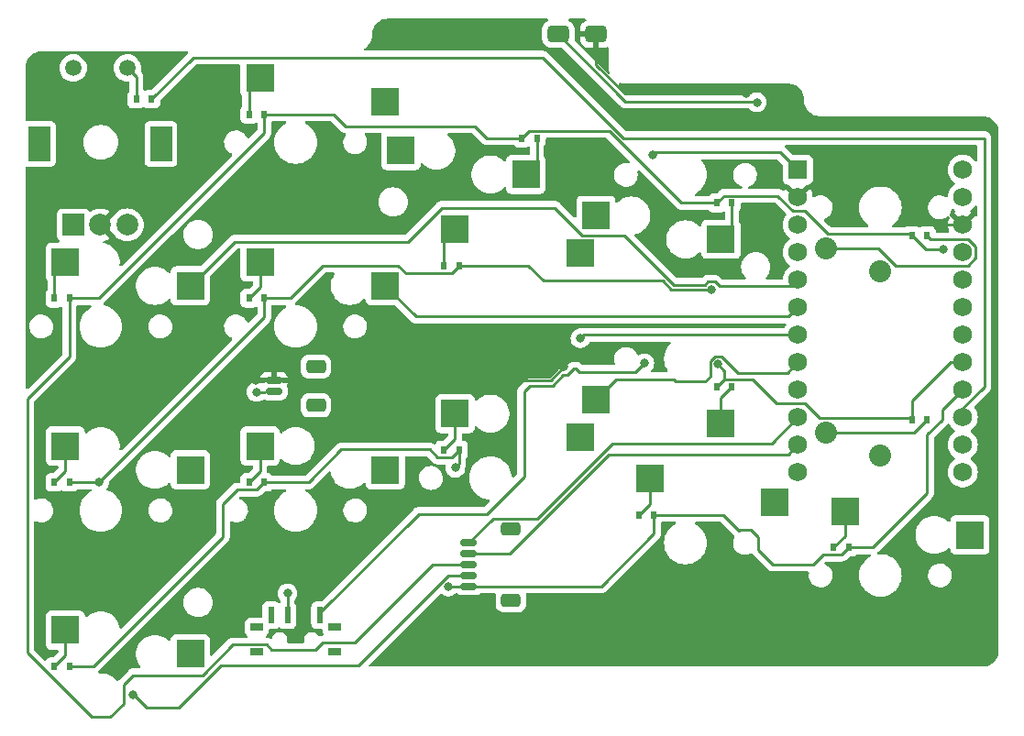
<source format=gbr>
%TF.GenerationSoftware,KiCad,Pcbnew,(7.0.0-0)*%
%TF.CreationDate,2023-06-08T17:12:38+08:00*%
%TF.ProjectId,left,6c656674-2e6b-4696-9361-645f70636258,v1.0.0*%
%TF.SameCoordinates,Original*%
%TF.FileFunction,Copper,L2,Bot*%
%TF.FilePolarity,Positive*%
%FSLAX46Y46*%
G04 Gerber Fmt 4.6, Leading zero omitted, Abs format (unit mm)*
G04 Created by KiCad (PCBNEW (7.0.0-0)) date 2023-06-08 17:12:38*
%MOMM*%
%LPD*%
G01*
G04 APERTURE LIST*
G04 Aperture macros list*
%AMRoundRect*
0 Rectangle with rounded corners*
0 $1 Rounding radius*
0 $2 $3 $4 $5 $6 $7 $8 $9 X,Y pos of 4 corners*
0 Add a 4 corners polygon primitive as box body*
4,1,4,$2,$3,$4,$5,$6,$7,$8,$9,$2,$3,0*
0 Add four circle primitives for the rounded corners*
1,1,$1+$1,$2,$3*
1,1,$1+$1,$4,$5*
1,1,$1+$1,$6,$7*
1,1,$1+$1,$8,$9*
0 Add four rect primitives between the rounded corners*
20,1,$1+$1,$2,$3,$4,$5,0*
20,1,$1+$1,$4,$5,$6,$7,0*
20,1,$1+$1,$6,$7,$8,$9,0*
20,1,$1+$1,$8,$9,$2,$3,0*%
G04 Aperture macros list end*
%TA.AperFunction,ComponentPad*%
%ADD10C,2.032000*%
%TD*%
%TA.AperFunction,SMDPad,CuDef*%
%ADD11R,0.600000X0.700000*%
%TD*%
%TA.AperFunction,ComponentPad*%
%ADD12R,2.000000X2.000000*%
%TD*%
%TA.AperFunction,ComponentPad*%
%ADD13C,2.000000*%
%TD*%
%TA.AperFunction,ComponentPad*%
%ADD14C,1.500000*%
%TD*%
%TA.AperFunction,ComponentPad*%
%ADD15R,2.000000X3.200000*%
%TD*%
%TA.AperFunction,SMDPad,CuDef*%
%ADD16R,0.600000X1.524000*%
%TD*%
%TA.AperFunction,SMDPad,CuDef*%
%ADD17R,1.200000X0.700000*%
%TD*%
%TA.AperFunction,SMDPad,CuDef*%
%ADD18RoundRect,0.381000X0.619000X0.381000X-0.619000X0.381000X-0.619000X-0.381000X0.619000X-0.381000X0*%
%TD*%
%TA.AperFunction,SMDPad,CuDef*%
%ADD19RoundRect,0.378000X0.622000X0.378000X-0.622000X0.378000X-0.622000X-0.378000X0.622000X-0.378000X0*%
%TD*%
%TA.AperFunction,ComponentPad*%
%ADD20R,1.752600X1.752600*%
%TD*%
%TA.AperFunction,ComponentPad*%
%ADD21C,1.752600*%
%TD*%
%TA.AperFunction,SMDPad,CuDef*%
%ADD22RoundRect,0.150000X-0.625000X0.150000X-0.625000X-0.150000X0.625000X-0.150000X0.625000X0.150000X0*%
%TD*%
%TA.AperFunction,SMDPad,CuDef*%
%ADD23RoundRect,0.250000X-0.650000X0.350000X-0.650000X-0.350000X0.650000X-0.350000X0.650000X0.350000X0*%
%TD*%
%TA.AperFunction,SMDPad,CuDef*%
%ADD24R,2.600000X2.600000*%
%TD*%
%TA.AperFunction,ComponentPad*%
%ADD25C,0.600000*%
%TD*%
%TA.AperFunction,ViaPad*%
%ADD26C,0.800000*%
%TD*%
%TA.AperFunction,Conductor*%
%ADD27C,0.250000*%
%TD*%
G04 APERTURE END LIST*
D10*
%TO.P,S1,1*%
%TO.N,C4_R0D*%
X67000000Y41200000D03*
%TO.P,S1,2*%
%TO.N,C4*%
X72000000Y39100000D03*
%TD*%
D11*
%TO.P,D1,1*%
%TO.N,R0*%
X74899999Y42399999D03*
%TO.P,D1,2*%
%TO.N,C4_R0D*%
X76299999Y42399999D03*
%TD*%
D10*
%TO.P,S2,1*%
%TO.N,C4_R1D*%
X67000000Y24200000D03*
%TO.P,S2,2*%
%TO.N,C4*%
X72000000Y22100000D03*
%TD*%
D11*
%TO.P,D2,1*%
%TO.N,R1*%
X74899999Y25399999D03*
%TO.P,D2,2*%
%TO.N,C4_R1D*%
X76299999Y25399999D03*
%TD*%
D12*
%TO.P,ROT1,A*%
%TO.N,P2*%
X-2539999Y43379999D03*
D13*
%TO.P,ROT1,C*%
%TO.N,GND*%
X-40000Y43380000D03*
%TO.P,ROT1,B*%
%TO.N,P3*%
X2460000Y43380000D03*
D14*
%TO.P,ROT1,1*%
%TO.N,C0*%
X-2540000Y57880000D03*
%TO.P,ROT1,2*%
%TO.N,C0R3D*%
X2460000Y57880000D03*
D15*
%TO.P,ROT1,*%
%TO.N,*%
X-5639999Y50879999D03*
X5559999Y50879999D03*
%TD*%
D11*
%TO.P,D3,1*%
%TO.N,R3*%
X4699999Y54999999D03*
%TO.P,D3,2*%
%TO.N,C0R3D*%
X3299999Y54999999D03*
%TD*%
D16*
%TO.P,SS1,1*%
%TO.N,RAW*%
X20249999Y7319999D03*
%TO.P,SS1,2*%
%TO.N,BSLI*%
X17249999Y7319999D03*
%TO.P,SS1,3*%
%TO.N,three*%
X15749999Y7319999D03*
D17*
%TO.P,SS1,4*%
%TO.N,N/C*%
X21599999Y3919999D03*
X21599999Y6219999D03*
X14399999Y3919999D03*
X14399999Y6219999D03*
%TD*%
D18*
%TO.P,SB1,1*%
%TO.N,GND*%
X45750000Y61000000D03*
D19*
%TO.P,SB1,2*%
%TO.N,RST*%
X42250000Y61000000D03*
%TD*%
D20*
%TO.P,MCU1,1*%
%TO.N,RAW*%
X64379999Y48469999D03*
D21*
%TO.P,MCU1,2*%
%TO.N,GND*%
X64380000Y45930000D03*
%TO.P,MCU1,3*%
%TO.N,RST*%
X64380000Y43390000D03*
%TO.P,MCU1,4*%
%TO.N,VCC*%
X64380000Y40850000D03*
%TO.P,MCU1,5*%
%TO.N,C0*%
X64380000Y38310000D03*
%TO.P,MCU1,6*%
%TO.N,C1*%
X64380000Y35770000D03*
%TO.P,MCU1,7*%
%TO.N,C2*%
X64380000Y33230000D03*
%TO.P,MCU1,8*%
%TO.N,C3*%
X64380000Y30690000D03*
%TO.P,MCU1,9*%
%TO.N,C4*%
X64380000Y28150000D03*
%TO.P,MCU1,10*%
%TO.N,C5*%
X64380000Y25610000D03*
%TO.P,MCU1,11*%
%TO.N,C6*%
X64380000Y23070000D03*
%TO.P,MCU1,12*%
%TO.N,P10*%
X64380000Y20530000D03*
%TO.P,MCU1,13*%
%TO.N,P1*%
X79620000Y48470000D03*
%TO.P,MCU1,14*%
%TO.N,P0*%
X79620000Y45930000D03*
%TO.P,MCU1,15*%
%TO.N,GND*%
X79620000Y43390000D03*
%TO.P,MCU1,16*%
X79620000Y40850000D03*
%TO.P,MCU1,17*%
%TO.N,P2*%
X79620000Y38310000D03*
%TO.P,MCU1,18*%
%TO.N,P3*%
X79620000Y35770000D03*
%TO.P,MCU1,19*%
%TO.N,R0*%
X79620000Y33230000D03*
%TO.P,MCU1,20*%
%TO.N,R1*%
X79620000Y30690000D03*
%TO.P,MCU1,21*%
%TO.N,R2*%
X79620000Y28150000D03*
%TO.P,MCU1,22*%
%TO.N,R3*%
X79620000Y25610000D03*
%TO.P,MCU1,23*%
%TO.N,P8*%
X79620000Y23070000D03*
%TO.P,MCU1,24*%
%TO.N,P9*%
X79620000Y20530000D03*
%TD*%
D22*
%TO.P,JB1,2*%
%TO.N,BSLI*%
X16000000Y28000000D03*
%TO.P,JB1,1*%
%TO.N,GND*%
X16000000Y29000000D03*
D23*
%TO.P,JB1,MP*%
%TO.N,N/C*%
X19875000Y26700000D03*
X19875000Y30300000D03*
%TD*%
D22*
%TO.P,JC1,5*%
%TO.N,R2*%
X34000000Y10000000D03*
%TO.P,JC1,4*%
%TO.N,R1*%
X34000000Y11000000D03*
%TO.P,JC1,3*%
%TO.N,R0*%
X34000000Y12000000D03*
%TO.P,JC1,2*%
%TO.N,C6*%
X34000000Y13000000D03*
%TO.P,JC1,1*%
%TO.N,C5*%
X34000000Y14000000D03*
D23*
%TO.P,JC1,MP*%
%TO.N,N/C*%
X37875000Y15300000D03*
X37875000Y8700000D03*
%TD*%
D24*
%TO.P,S3,1*%
%TO.N,C0_R0D*%
X-3274999Y39949999D03*
%TO.P,S3,2*%
%TO.N,C0*%
X8274999Y37749999D03*
D25*
%TO.P,S3,3*%
%TO.N,C0_R0D*%
X-3275000Y39950000D03*
%TO.P,S3,4*%
%TO.N,C0*%
X8275000Y37750000D03*
%TD*%
D11*
%TO.P,D4,1*%
%TO.N,R0*%
X-2899999Y36599999D03*
%TO.P,D4,2*%
%TO.N,C0_R0D*%
X-4299999Y36599999D03*
%TD*%
D24*
%TO.P,S4,1*%
%TO.N,C0_R1D*%
X-3274999Y22949999D03*
%TO.P,S4,2*%
%TO.N,C0*%
X8274999Y20749999D03*
D25*
%TO.P,S4,3*%
%TO.N,C0_R1D*%
X-3275000Y22950000D03*
%TO.P,S4,4*%
%TO.N,C0*%
X8275000Y20750000D03*
%TD*%
D11*
%TO.P,D5,1*%
%TO.N,R1*%
X-2899999Y19599999D03*
%TO.P,D5,2*%
%TO.N,C0_R1D*%
X-4299999Y19599999D03*
%TD*%
D24*
%TO.P,S5,1*%
%TO.N,C0_R2D*%
X-3274999Y5949999D03*
%TO.P,S5,2*%
%TO.N,C0*%
X8274999Y3749999D03*
D25*
%TO.P,S5,3*%
%TO.N,C0_R2D*%
X-3275000Y5950000D03*
%TO.P,S5,4*%
%TO.N,C0*%
X8275000Y3750000D03*
%TD*%
D11*
%TO.P,D6,1*%
%TO.N,R2*%
X-2899999Y2599999D03*
%TO.P,D6,2*%
%TO.N,C0_R2D*%
X-4299999Y2599999D03*
%TD*%
D24*
%TO.P,S6,1*%
%TO.N,C1_R0D*%
X14724999Y56949999D03*
%TO.P,S6,2*%
%TO.N,C1*%
X26274999Y54749999D03*
D25*
%TO.P,S6,3*%
%TO.N,C1_R0D*%
X14725000Y56950000D03*
%TO.P,S6,4*%
%TO.N,C1*%
X26275000Y54750000D03*
%TD*%
D11*
%TO.P,D7,1*%
%TO.N,R0*%
X15099999Y53599999D03*
%TO.P,D7,2*%
%TO.N,C1_R0D*%
X13699999Y53599999D03*
%TD*%
D24*
%TO.P,S7,1*%
%TO.N,C1_R1D*%
X14724999Y39949999D03*
%TO.P,S7,2*%
%TO.N,C1*%
X26274999Y37749999D03*
D25*
%TO.P,S7,3*%
%TO.N,C1_R1D*%
X14725000Y39950000D03*
%TO.P,S7,4*%
%TO.N,C1*%
X26275000Y37750000D03*
%TD*%
D11*
%TO.P,D8,1*%
%TO.N,R1*%
X15099999Y36599999D03*
%TO.P,D8,2*%
%TO.N,C1_R1D*%
X13699999Y36599999D03*
%TD*%
D24*
%TO.P,S8,1*%
%TO.N,C1_R2D*%
X14724999Y22949999D03*
%TO.P,S8,2*%
%TO.N,C1*%
X26274999Y20749999D03*
D25*
%TO.P,S8,3*%
%TO.N,C1_R2D*%
X14725000Y22950000D03*
%TO.P,S8,4*%
%TO.N,C1*%
X26275000Y20750000D03*
%TD*%
D11*
%TO.P,D9,1*%
%TO.N,R2*%
X15099999Y19599999D03*
%TO.P,D9,2*%
%TO.N,C1_R2D*%
X13699999Y19599999D03*
%TD*%
D24*
%TO.P,S9,1*%
%TO.N,C2_R0D*%
X39274999Y48049999D03*
%TO.P,S9,2*%
%TO.N,C2*%
X27724999Y50249999D03*
D25*
%TO.P,S9,3*%
%TO.N,C2_R0D*%
X39275000Y48050000D03*
%TO.P,S9,4*%
%TO.N,C2*%
X27725000Y50250000D03*
%TD*%
D11*
%TO.P,D10,1*%
%TO.N,R0*%
X38899999Y51399999D03*
%TO.P,D10,2*%
%TO.N,C2_R0D*%
X40299999Y51399999D03*
%TD*%
D24*
%TO.P,S10,1*%
%TO.N,C2_R1D*%
X32724999Y42949999D03*
%TO.P,S10,2*%
%TO.N,C2*%
X44274999Y40749999D03*
D25*
%TO.P,S10,3*%
%TO.N,C2_R1D*%
X32725000Y42950000D03*
%TO.P,S10,4*%
%TO.N,C2*%
X44275000Y40750000D03*
%TD*%
D11*
%TO.P,D11,1*%
%TO.N,R1*%
X33099999Y39599999D03*
%TO.P,D11,2*%
%TO.N,C2_R1D*%
X31699999Y39599999D03*
%TD*%
D24*
%TO.P,S11,1*%
%TO.N,C2_R2D*%
X32724999Y25949999D03*
%TO.P,S11,2*%
%TO.N,C2*%
X44274999Y23749999D03*
D25*
%TO.P,S11,3*%
%TO.N,C2_R2D*%
X32725000Y25950000D03*
%TO.P,S11,4*%
%TO.N,C2*%
X44275000Y23750000D03*
%TD*%
D11*
%TO.P,D12,1*%
%TO.N,R2*%
X33099999Y22599999D03*
%TO.P,D12,2*%
%TO.N,C2_R2D*%
X31699999Y22599999D03*
%TD*%
D24*
%TO.P,S12,1*%
%TO.N,C3_R0D*%
X57274999Y42049999D03*
%TO.P,S12,2*%
%TO.N,C3*%
X45724999Y44249999D03*
D25*
%TO.P,S12,3*%
%TO.N,C3_R0D*%
X57275000Y42050000D03*
%TO.P,S12,4*%
%TO.N,C3*%
X45725000Y44250000D03*
%TD*%
D11*
%TO.P,D13,1*%
%TO.N,R0*%
X56899999Y45399999D03*
%TO.P,D13,2*%
%TO.N,C3_R0D*%
X58299999Y45399999D03*
%TD*%
D24*
%TO.P,S13,1*%
%TO.N,C3_R1D*%
X57274999Y25049999D03*
%TO.P,S13,2*%
%TO.N,C3*%
X45724999Y27249999D03*
D25*
%TO.P,S13,3*%
%TO.N,C3_R1D*%
X57275000Y25050000D03*
%TO.P,S13,4*%
%TO.N,C3*%
X45725000Y27250000D03*
%TD*%
D11*
%TO.P,D14,1*%
%TO.N,R1*%
X56899999Y28399999D03*
%TO.P,D14,2*%
%TO.N,C3_R1D*%
X58299999Y28399999D03*
%TD*%
D24*
%TO.P,S14,1*%
%TO.N,C3_R2D*%
X50724999Y19949999D03*
%TO.P,S14,2*%
%TO.N,C3*%
X62274999Y17749999D03*
D25*
%TO.P,S14,3*%
%TO.N,C3_R2D*%
X50725000Y19950000D03*
%TO.P,S14,4*%
%TO.N,C3*%
X62275000Y17750000D03*
%TD*%
D11*
%TO.P,D15,1*%
%TO.N,R2*%
X51099999Y16599999D03*
%TO.P,D15,2*%
%TO.N,C3_R2D*%
X49699999Y16599999D03*
%TD*%
D24*
%TO.P,S15,1*%
%TO.N,C4_R2D*%
X68724999Y16949999D03*
%TO.P,S15,2*%
%TO.N,C4*%
X80274999Y14749999D03*
D25*
%TO.P,S15,3*%
%TO.N,C4_R2D*%
X68725000Y16950000D03*
%TO.P,S15,4*%
%TO.N,C4*%
X80275000Y14750000D03*
%TD*%
D11*
%TO.P,D16,1*%
%TO.N,R2*%
X69099999Y13599999D03*
%TO.P,D16,2*%
%TO.N,C4_R2D*%
X67699999Y13599999D03*
%TD*%
D26*
%TO.N,R0*%
X77800000Y41100000D03*
%TO.N,R1*%
X-150000Y19600000D03*
X56400000Y37400000D03*
X57000000Y30500000D03*
X3000000Y0D03*
%TO.N,GND*%
X14350000Y29000000D03*
X42800000Y30250000D03*
X45750000Y59000000D03*
X59600000Y55500000D03*
X8400000Y47100000D03*
%TO.N,RAW*%
X50950000Y49850000D03*
X50200000Y30600000D03*
%TO.N,BSLI*%
X17250000Y9350000D03*
X14400000Y27950000D03*
%TO.N,RST*%
X60600000Y54700000D03*
%TO.N,C2*%
X44300000Y32900000D03*
%TO.N,R2*%
X32750000Y20950000D03*
X32100000Y9950000D03*
%TD*%
D27*
%TO.N,C4_R0D*%
X80117595Y42051300D02*
X80821300Y41347595D01*
X80068895Y39600000D02*
X73396461Y39600000D01*
X80821300Y41347595D02*
X80821300Y40352405D01*
X76648700Y42051300D02*
X80117595Y42051300D01*
X73396461Y39600000D02*
X71796461Y41200000D01*
X80821300Y40352405D02*
X80068895Y39600000D01*
X76300000Y42400000D02*
X76648700Y42051300D01*
X71796461Y41200000D02*
X67000000Y41200000D01*
%TO.N,R0*%
X76200000Y41100000D02*
X74900000Y42400000D01*
X65000000Y44700000D02*
X67159000Y42541000D01*
X-2900000Y31200000D02*
X-2900000Y36600000D01*
X22598350Y52500000D02*
X34545001Y52500000D01*
X3001501Y1777500D02*
X2089500Y865499D01*
X77800000Y41100000D02*
X76200000Y41100000D01*
X34545001Y52500000D02*
X35645001Y51400000D01*
X34000000Y12000000D02*
X30700000Y12000000D01*
X-865499Y-2089500D02*
X-6800000Y3845001D01*
X67159000Y42541000D02*
X74759000Y42541000D01*
X63911105Y44700000D02*
X65000000Y44700000D01*
X15100000Y51866316D02*
X15100000Y53600000D01*
X21498350Y53600000D02*
X22598350Y52500000D01*
X30700000Y12000000D02*
X23500000Y4800000D01*
X-2900000Y36600000D02*
X-166316Y36600000D01*
X9377500Y1777500D02*
X3001501Y1777500D01*
X2089500Y-865499D02*
X865499Y-2089500D01*
X15325000Y4595000D02*
X12195000Y4595000D01*
X56900000Y45400000D02*
X57575000Y46075000D01*
X39575000Y52075000D02*
X46970001Y52075000D01*
X53645001Y45400000D02*
X56900000Y45400000D01*
X15100000Y53600000D02*
X21498350Y53600000D01*
X-6800000Y3845001D02*
X-6800000Y27300000D01*
X20516726Y4800000D02*
X19841726Y4125000D01*
X38900000Y51400000D02*
X39575000Y52075000D01*
X62536105Y46075000D02*
X63911105Y44700000D01*
X46970001Y52075000D02*
X53645001Y45400000D01*
X12195000Y4595000D02*
X9377500Y1777500D01*
X-166316Y36600000D02*
X15100000Y51866316D01*
X74759000Y42541000D02*
X74900000Y42400000D01*
X19841726Y4125000D02*
X15795000Y4125000D01*
X865499Y-2089500D02*
X-865499Y-2089500D01*
X-6800000Y27300000D02*
X-2900000Y31200000D01*
X35645001Y51400000D02*
X38900000Y51400000D01*
X23500000Y4800000D02*
X20516726Y4800000D01*
X2089500Y865499D02*
X2089500Y-865499D01*
X57575000Y46075000D02*
X62536105Y46075000D01*
X15795000Y4125000D02*
X15325000Y4595000D01*
%TO.N,C4_R1D*%
X75100000Y24200000D02*
X76300000Y25400000D01*
X67000000Y24200000D02*
X75100000Y24200000D01*
%TO.N,R1*%
X-166316Y19600000D02*
X-2900000Y19600000D01*
X78456316Y30690000D02*
X79620000Y30690000D01*
X11138769Y2702373D02*
X7210496Y-1225900D01*
X7210496Y-1225900D02*
X4275900Y-1225900D01*
X20525000Y39625000D02*
X17500000Y36600000D01*
X57600000Y29100000D02*
X57600000Y29900000D01*
X-150000Y19600000D02*
X-166316Y19600000D01*
X27475000Y39625000D02*
X20525000Y39625000D01*
X66359000Y25541000D02*
X65000000Y26900000D01*
X-150000Y19616316D02*
X-150000Y19600000D01*
X74900000Y25400000D02*
X74900000Y27133684D01*
X65000000Y26900000D02*
X62375000Y26900000D01*
X57600000Y29100000D02*
X56900000Y28400000D01*
X74759000Y25541000D02*
X66359000Y25541000D01*
X74900000Y25400000D02*
X74759000Y25541000D01*
X15100000Y36600000D02*
X15100000Y34866316D01*
X60175000Y29100000D02*
X57600000Y29100000D01*
X4275900Y-1225900D02*
X3050000Y0D01*
X52700000Y37400000D02*
X56400000Y37400000D01*
X17500000Y36600000D02*
X15100000Y36600000D01*
X40872450Y38225900D02*
X51874100Y38225900D01*
X15100000Y34866316D02*
X-150000Y19616316D01*
X39498350Y39600000D02*
X40872450Y38225900D01*
X51874100Y38225900D02*
X52700000Y37400000D01*
X23827068Y2702373D02*
X11138769Y2702373D01*
X57600000Y29900000D02*
X57000000Y30500000D01*
X34000000Y11000000D02*
X32124695Y11000000D01*
X28175000Y38925000D02*
X27475000Y39625000D01*
X62375000Y26900000D02*
X60175000Y29100000D01*
X32124695Y11000000D02*
X23827068Y2702373D01*
X32425000Y38925000D02*
X28175000Y38925000D01*
X33100000Y39600000D02*
X32425000Y38925000D01*
X74900000Y27133684D02*
X78456316Y30690000D01*
X33100000Y39600000D02*
X39498350Y39600000D01*
%TO.N,C0*%
X12350000Y41825000D02*
X28350000Y41825000D01*
X57125000Y37700000D02*
X63770000Y37700000D01*
X8275000Y37750000D02*
X12350000Y41825000D01*
X41950000Y44950000D02*
X44500000Y42400000D01*
X31475000Y44950000D02*
X41950000Y44950000D01*
X44500000Y42400000D02*
X48350000Y42400000D01*
X52900000Y37850000D02*
X55824695Y37850000D01*
X28350000Y41825000D02*
X31475000Y44950000D01*
X56700000Y38125000D02*
X57125000Y37700000D01*
X48350000Y42400000D02*
X52900000Y37850000D01*
X56099695Y38125000D02*
X56700000Y38125000D01*
X63770000Y37700000D02*
X64380000Y38310000D01*
X55824695Y37850000D02*
X56099695Y38125000D01*
%TO.N,C0R3D*%
X3300000Y57040000D02*
X2460000Y57880000D01*
X3300000Y55000000D02*
X3300000Y57040000D01*
%TO.N,GND*%
X16000000Y29000000D02*
X14350000Y29000000D01*
X76564999Y43390000D02*
X72865499Y47089500D01*
X65539500Y47089500D02*
X64380000Y45930000D01*
X3680000Y47100000D02*
X-40000Y43380000D01*
X8400000Y47100000D02*
X3680000Y47100000D01*
X45750000Y59000000D02*
X45750000Y61000000D01*
X45750000Y58150000D02*
X48400000Y55500000D01*
X42800000Y30250000D02*
X41550000Y29000000D01*
X48400000Y55500000D02*
X59600000Y55500000D01*
X45750000Y59000000D02*
X45750000Y58150000D01*
X79620000Y43390000D02*
X76564999Y43390000D01*
X72865499Y47089500D02*
X65539500Y47089500D01*
X41550000Y29000000D02*
X16000000Y29000000D01*
%TO.N,R3*%
X40856397Y58825000D02*
X8525000Y58825000D01*
X8525000Y58825000D02*
X4700000Y55000000D01*
X78778895Y25610000D02*
X81600000Y28431105D01*
X81600000Y28431105D02*
X81600000Y51400000D01*
X81600000Y51400000D02*
X48281397Y51400000D01*
X48281397Y51400000D02*
X40856397Y58825000D01*
X79620000Y25610000D02*
X78778895Y25610000D01*
%TO.N,RAW*%
X39650000Y28550000D02*
X39100000Y28000000D01*
X50200000Y30600000D02*
X49374100Y29774100D01*
X47966316Y29800000D02*
X44200000Y29800000D01*
X41750000Y28550000D02*
X39650000Y28550000D01*
X29350000Y16675000D02*
X20250000Y7575000D01*
X62760500Y50089500D02*
X64380000Y48470000D01*
X49374100Y29774100D02*
X47992216Y29774100D01*
X35629999Y16675000D02*
X29350000Y16675000D01*
X43675305Y30100000D02*
X43075305Y29500000D01*
X43900000Y30100000D02*
X43675305Y30100000D01*
X44200000Y29800000D02*
X43900000Y30100000D01*
X42700000Y29500000D02*
X41750000Y28550000D01*
X39100000Y20145001D02*
X35629999Y16675000D01*
X47992216Y29774100D02*
X47966316Y29800000D01*
X43075305Y29500000D02*
X42700000Y29500000D01*
X51189500Y50089500D02*
X62760500Y50089500D01*
X39100000Y28000000D02*
X39100000Y20145001D01*
%TO.N,BSLI*%
X17250000Y7575000D02*
X17250000Y9350000D01*
X16000000Y28000000D02*
X14400000Y27950000D01*
%TO.N,RST*%
X42250000Y61000000D02*
X48475000Y54775000D01*
X48475000Y54775000D02*
X60525000Y54775000D01*
X60525000Y54775000D02*
X60600000Y54700000D01*
%TO.N,C1*%
X29114500Y34910500D02*
X63520500Y34910500D01*
X26275000Y37750000D02*
X29114500Y34910500D01*
X63520500Y34910500D02*
X64380000Y35770000D01*
%TO.N,C2*%
X44630000Y33230000D02*
X44300000Y32900000D01*
X64380000Y33230000D02*
X44630000Y33230000D01*
%TO.N,C3*%
X47600000Y29125000D02*
X52920001Y29125000D01*
X56699695Y31225000D02*
X57300305Y31225000D01*
X52920001Y29125000D02*
X53134501Y28910500D01*
X53134501Y28910500D02*
X55835195Y28910500D01*
X55835195Y28910500D02*
X56275000Y29350305D01*
X45725000Y27250000D02*
X47600000Y29125000D01*
X56275000Y30800305D02*
X56699695Y31225000D01*
X58825305Y29700000D02*
X63390000Y29700000D01*
X56275000Y29350305D02*
X56275000Y30800305D01*
X57300305Y31225000D02*
X58825305Y29700000D01*
X63390000Y29700000D02*
X64380000Y30690000D01*
%TO.N,C5*%
X47275000Y23175000D02*
X40325000Y16225000D01*
X64380000Y25610000D02*
X61945000Y23175000D01*
X40325000Y16225000D02*
X36225000Y16225000D01*
X36225000Y16225000D02*
X34000000Y14000000D01*
X61945000Y23175000D02*
X47275000Y23175000D01*
%TO.N,C6*%
X37736396Y13000000D02*
X34000000Y13000000D01*
X63503700Y22193700D02*
X46930096Y22193700D01*
X46930096Y22193700D02*
X37736396Y13000000D01*
X64380000Y23070000D02*
X63503700Y22193700D01*
%TO.N,R2*%
X68425000Y12925000D02*
X69100000Y13600000D01*
X77700000Y25388895D02*
X77700000Y26300000D01*
X69100000Y13600000D02*
X71301650Y13600000D01*
X32400000Y21900000D02*
X33100000Y22600000D01*
X11274100Y14572450D02*
X11274100Y17599100D01*
X58992216Y15225900D02*
X60007784Y15225900D01*
X-2900000Y2600000D02*
X-698350Y2600000D01*
X65766316Y12000000D02*
X66691316Y12925000D01*
X34000000Y10000000D02*
X46233684Y10000000D01*
X31100000Y21900000D02*
X32400000Y21900000D01*
X62098350Y12000000D02*
X65766316Y12000000D01*
X58932333Y15166017D02*
X58992216Y15225900D01*
X34000000Y10000000D02*
X32300000Y10000000D01*
X76300000Y23988895D02*
X77700000Y25388895D01*
X11274100Y17599100D02*
X12600000Y18925000D01*
X60725900Y13372450D02*
X62098350Y12000000D01*
X77700000Y26300000D02*
X77770000Y26300000D01*
X32100000Y9950000D02*
X32250000Y9950000D01*
X60007784Y15225900D02*
X60725900Y14507784D01*
X77770000Y26300000D02*
X79620000Y28150000D01*
X51100000Y14866316D02*
X51100000Y16600000D01*
X14425000Y18925000D02*
X15100000Y19600000D01*
X51100000Y16600000D02*
X57498350Y16600000D01*
X19198350Y19600000D02*
X22223350Y22625000D01*
X60725900Y14507784D02*
X60725900Y13372450D01*
X33100000Y21300000D02*
X32750000Y20950000D01*
X15100000Y19600000D02*
X19198350Y19600000D01*
X66691316Y12925000D02*
X68425000Y12925000D01*
X76300000Y18598350D02*
X76300000Y23988895D01*
X-698350Y2600000D02*
X11274100Y14572450D01*
X22223350Y22625000D02*
X30375000Y22625000D01*
X33100000Y22600000D02*
X33100000Y21300000D01*
X12600000Y18925000D02*
X14425000Y18925000D01*
X71301650Y13600000D02*
X76300000Y18598350D01*
X32300000Y10000000D02*
X32100000Y9950000D01*
X30375000Y22625000D02*
X31100000Y21900000D01*
X57498350Y16600000D02*
X58932333Y15166017D01*
X46233684Y10000000D02*
X51100000Y14866316D01*
%TO.N,C0_R0D*%
X-4300000Y38925000D02*
X-3275000Y39950000D01*
X-4300000Y36600000D02*
X-4300000Y38925000D01*
%TO.N,C0_R1D*%
X-3275000Y20625000D02*
X-4300000Y19600000D01*
X-3275000Y22950000D02*
X-3275000Y20625000D01*
%TO.N,C0_R2D*%
X-3275000Y3625000D02*
X-4300000Y2600000D01*
X-3275000Y5950000D02*
X-3275000Y3625000D01*
%TO.N,C1_R0D*%
X13700000Y53600000D02*
X13700000Y55925000D01*
X13700000Y55925000D02*
X14725000Y56950000D01*
%TO.N,C1_R1D*%
X14725000Y37625000D02*
X13700000Y36600000D01*
X14725000Y39950000D02*
X14725000Y37625000D01*
%TO.N,C1_R2D*%
X14725000Y22950000D02*
X14725000Y20625000D01*
X14725000Y20625000D02*
X13700000Y19600000D01*
%TO.N,C2_R0D*%
X40300000Y51400000D02*
X40300000Y49075000D01*
X40300000Y49075000D02*
X39275000Y48050000D01*
%TO.N,C2_R1D*%
X31700000Y39600000D02*
X31700000Y41925000D01*
X31700000Y41925000D02*
X32725000Y42950000D01*
%TO.N,C2_R2D*%
X32725000Y25950000D02*
X32725000Y23625000D01*
X32725000Y23625000D02*
X31700000Y22600000D01*
%TO.N,C3_R0D*%
X58300000Y43075000D02*
X57275000Y42050000D01*
X58300000Y45400000D02*
X58300000Y43075000D01*
%TO.N,C3_R1D*%
X57275000Y27375000D02*
X58300000Y28400000D01*
X57275000Y25050000D02*
X57275000Y27375000D01*
%TO.N,C3_R2D*%
X50725000Y17625000D02*
X49700000Y16600000D01*
X50725000Y19950000D02*
X50725000Y17625000D01*
%TO.N,C4_R2D*%
X68725000Y16950000D02*
X68725000Y14625000D01*
X68725000Y14625000D02*
X67700000Y13600000D01*
%TD*%
%TA.AperFunction,Conductor*%
%TO.N,GND*%
G36*
X17077895Y52949591D02*
G01*
X17123358Y52903475D01*
X17139372Y52840729D01*
X17121572Y52778467D01*
X17074812Y52733668D01*
X17032753Y52710702D01*
X16934927Y52657285D01*
X16709912Y52488841D01*
X16511159Y52290088D01*
X16342715Y52065073D01*
X16340589Y52061179D01*
X16340588Y52061178D01*
X16210131Y51822264D01*
X16210128Y51822257D01*
X16208008Y51818375D01*
X16206462Y51814232D01*
X16206460Y51814226D01*
X16113894Y51566045D01*
X16109781Y51555018D01*
X16108840Y51550692D01*
X16050975Y51284696D01*
X16050973Y51284687D01*
X16050033Y51280363D01*
X16049717Y51275949D01*
X16049716Y51275940D01*
X16038815Y51123518D01*
X16029981Y51000000D01*
X16030297Y50995582D01*
X16049716Y50724059D01*
X16049717Y50724048D01*
X16050033Y50719637D01*
X16050973Y50715314D01*
X16050975Y50715303D01*
X16098570Y50496518D01*
X16109781Y50444982D01*
X16111323Y50440845D01*
X16111326Y50440838D01*
X16206460Y50185773D01*
X16206464Y50185762D01*
X16208008Y50181625D01*
X16210125Y50177747D01*
X16210131Y50177735D01*
X16340588Y49938821D01*
X16340592Y49938813D01*
X16342715Y49934927D01*
X16345372Y49931377D01*
X16345375Y49931373D01*
X16508500Y49713463D01*
X16508505Y49713456D01*
X16511159Y49709912D01*
X16514289Y49706781D01*
X16514296Y49706774D01*
X16706774Y49514296D01*
X16706781Y49514289D01*
X16709912Y49511159D01*
X16713456Y49508505D01*
X16713463Y49508500D01*
X16931373Y49345375D01*
X16931377Y49345372D01*
X16934927Y49342715D01*
X16938813Y49340592D01*
X16938821Y49340588D01*
X17177735Y49210131D01*
X17177747Y49210125D01*
X17181625Y49208008D01*
X17185762Y49206464D01*
X17185773Y49206460D01*
X17440838Y49111326D01*
X17440845Y49111323D01*
X17444982Y49109781D01*
X17449305Y49108840D01*
X17449307Y49108840D01*
X17715303Y49050975D01*
X17715314Y49050973D01*
X17719637Y49050033D01*
X17724048Y49049717D01*
X17724059Y49049716D01*
X17927614Y49035158D01*
X17927617Y49035157D01*
X17929825Y49035000D01*
X18067960Y49035000D01*
X18070175Y49035000D01*
X18072383Y49035157D01*
X18072385Y49035158D01*
X18275940Y49049716D01*
X18275949Y49049717D01*
X18280363Y49050033D01*
X18284687Y49050973D01*
X18284696Y49050975D01*
X18550692Y49108840D01*
X18555018Y49109781D01*
X18559157Y49111325D01*
X18559161Y49111326D01*
X18814226Y49206460D01*
X18814232Y49206462D01*
X18818375Y49208008D01*
X18822257Y49210128D01*
X18822264Y49210131D01*
X19061178Y49340588D01*
X19061179Y49340589D01*
X19065073Y49342715D01*
X19290088Y49511159D01*
X19488841Y49709912D01*
X19657285Y49934927D01*
X19791992Y50181625D01*
X19890219Y50444982D01*
X19949967Y50719637D01*
X19970019Y51000000D01*
X19949967Y51280363D01*
X19890219Y51555018D01*
X19791992Y51818375D01*
X19657285Y52065073D01*
X19488841Y52290088D01*
X19290088Y52488841D01*
X19065073Y52657285D01*
X18937533Y52726927D01*
X18925188Y52733668D01*
X18878428Y52778467D01*
X18860628Y52840729D01*
X18876642Y52903475D01*
X18922105Y52949591D01*
X18984615Y52966500D01*
X21184584Y52966500D01*
X21232037Y52957061D01*
X21272265Y52930181D01*
X22094650Y52107793D01*
X22102248Y52099444D01*
X22106350Y52092982D01*
X22112036Y52087641D01*
X22112039Y52087639D01*
X22156019Y52046338D01*
X22158811Y52043633D01*
X22178580Y52023865D01*
X22181652Y52021481D01*
X22181656Y52021478D01*
X22181858Y52021322D01*
X22190720Y52013752D01*
X22206744Y51998705D01*
X22223029Y51983414D01*
X22229857Y51979659D01*
X22229860Y51979658D01*
X22240917Y51973579D01*
X22257169Y51962903D01*
X22267141Y51955168D01*
X22267152Y51955160D01*
X22273309Y51950386D01*
X22280460Y51947291D01*
X22280466Y51947288D01*
X22313978Y51932786D01*
X22324465Y51927648D01*
X22356448Y51910065D01*
X22356456Y51910061D01*
X22363290Y51906305D01*
X22370841Y51904366D01*
X22370849Y51904363D01*
X22383072Y51901225D01*
X22401469Y51894926D01*
X22420205Y51886819D01*
X22427903Y51885599D01*
X22427909Y51885598D01*
X22463961Y51879888D01*
X22475395Y51877520D01*
X22510767Y51868438D01*
X22510776Y51868436D01*
X22518320Y51866500D01*
X22526114Y51866500D01*
X22533859Y51865522D01*
X22533638Y51863780D01*
X22576655Y51853777D01*
X22620139Y51818220D01*
X22643473Y51767125D01*
X22641869Y51710976D01*
X22615655Y51661296D01*
X22598745Y51641781D01*
X22493574Y51459619D01*
X22491641Y51454035D01*
X22491639Y51454030D01*
X22426709Y51266427D01*
X22426707Y51266421D01*
X22424778Y51260846D01*
X22423938Y51255007D01*
X22423937Y51255001D01*
X22395682Y51058484D01*
X22395681Y51058478D01*
X22394843Y51052645D01*
X22395123Y51046760D01*
X22395123Y51046753D01*
X22402329Y50895502D01*
X22404852Y50842541D01*
X22406243Y50836803D01*
X22406244Y50836803D01*
X22451492Y50650286D01*
X22454442Y50638129D01*
X22456893Y50632760D01*
X22456897Y50632751D01*
X22539363Y50452175D01*
X22539367Y50452166D01*
X22541821Y50446795D01*
X22545247Y50441983D01*
X22545251Y50441977D01*
X22660400Y50280273D01*
X22660404Y50280267D01*
X22663831Y50275456D01*
X22668104Y50271381D01*
X22668109Y50271376D01*
X22811791Y50134376D01*
X22816063Y50130303D01*
X22821026Y50127113D01*
X22821028Y50127112D01*
X22988043Y50019778D01*
X22988048Y50019775D01*
X22993014Y50016584D01*
X22998498Y50014388D01*
X22998501Y50014387D01*
X23182799Y49940604D01*
X23182803Y49940602D01*
X23188288Y49938407D01*
X23194088Y49937289D01*
X23194092Y49937288D01*
X23389031Y49899717D01*
X23389035Y49899716D01*
X23394829Y49898600D01*
X23549514Y49898600D01*
X23552468Y49898600D01*
X23555397Y49898879D01*
X23555403Y49898880D01*
X23703508Y49913022D01*
X23703512Y49913022D01*
X23709389Y49913584D01*
X23715058Y49915248D01*
X23715060Y49915249D01*
X23905545Y49971180D01*
X23905548Y49971181D01*
X23911211Y49972844D01*
X23931194Y49983146D01*
X24092920Y50066522D01*
X24092923Y50066524D01*
X24098170Y50069229D01*
X24193723Y50144372D01*
X24258864Y50195599D01*
X24258866Y50195601D01*
X24263510Y50199253D01*
X24401255Y50358219D01*
X24506426Y50540381D01*
X24575222Y50739154D01*
X24605157Y50947355D01*
X24595148Y51157459D01*
X24545558Y51361871D01*
X24458179Y51553205D01*
X24374600Y51670574D01*
X24351925Y51733654D01*
X24365393Y51799320D01*
X24411071Y51848381D01*
X24475609Y51866500D01*
X25821735Y51866500D01*
X25879210Y51852376D01*
X25923591Y51813220D01*
X25944768Y51757954D01*
X25937917Y51699167D01*
X25925720Y51666466D01*
X25925718Y51666460D01*
X25923011Y51659201D01*
X25922182Y51651497D01*
X25922182Y51651494D01*
X25918624Y51618398D01*
X25916500Y51598638D01*
X25916500Y48901362D01*
X25916852Y48898082D01*
X25916853Y48898075D01*
X25922182Y48848505D01*
X25922182Y48848500D01*
X25923011Y48840799D01*
X25925717Y48833543D01*
X25925719Y48833536D01*
X25971011Y48712105D01*
X25971013Y48712099D01*
X25974111Y48703796D01*
X25979423Y48696698D01*
X25979426Y48696695D01*
X26056426Y48593835D01*
X26056429Y48593831D01*
X26061739Y48586739D01*
X26068831Y48581429D01*
X26068835Y48581426D01*
X26171695Y48504426D01*
X26171698Y48504423D01*
X26178796Y48499111D01*
X26187099Y48496013D01*
X26187105Y48496011D01*
X26308536Y48450719D01*
X26308543Y48450717D01*
X26315799Y48448011D01*
X26323500Y48447182D01*
X26323505Y48447182D01*
X26373075Y48441853D01*
X26373082Y48441852D01*
X26376362Y48441500D01*
X29070328Y48441500D01*
X29073638Y48441500D01*
X29076918Y48441852D01*
X29076924Y48441853D01*
X29126494Y48447182D01*
X29126497Y48447182D01*
X29134201Y48448011D01*
X29141458Y48450717D01*
X29141463Y48450719D01*
X29262894Y48496011D01*
X29262896Y48496012D01*
X29271204Y48499111D01*
X29369347Y48572580D01*
X29381164Y48581426D01*
X29388261Y48586739D01*
X29475889Y48703796D01*
X29526989Y48840799D01*
X29533500Y48901362D01*
X29533500Y48940954D01*
X29547439Y48998074D01*
X29586124Y49042351D01*
X29640855Y49063832D01*
X29699329Y49057686D01*
X29748399Y49025295D01*
X29802863Y48966595D01*
X29802872Y48966586D01*
X29806019Y48963195D01*
X29809641Y48960306D01*
X29809646Y48960302D01*
X30007516Y48802506D01*
X30007519Y48802503D01*
X30011143Y48799614D01*
X30015159Y48797295D01*
X30015161Y48797294D01*
X30234335Y48670753D01*
X30234346Y48670747D01*
X30238357Y48668432D01*
X30242670Y48666739D01*
X30242681Y48666734D01*
X30478261Y48574276D01*
X30478268Y48574273D01*
X30482584Y48572580D01*
X30487102Y48571548D01*
X30487108Y48571547D01*
X30733850Y48515229D01*
X30733858Y48515227D01*
X30738370Y48514198D01*
X30742989Y48513851D01*
X30742995Y48513851D01*
X30932191Y48499673D01*
X30932203Y48499672D01*
X30934506Y48499500D01*
X31063177Y48499500D01*
X31065494Y48499500D01*
X31067797Y48499672D01*
X31067808Y48499673D01*
X31257004Y48513851D01*
X31257008Y48513851D01*
X31261630Y48514198D01*
X31266143Y48515228D01*
X31266149Y48515229D01*
X31512891Y48571547D01*
X31512893Y48571547D01*
X31517416Y48572580D01*
X31521734Y48574275D01*
X31521738Y48574276D01*
X31757318Y48666734D01*
X31757324Y48666737D01*
X31761643Y48668432D01*
X31765658Y48670750D01*
X31765664Y48670753D01*
X31940162Y48771500D01*
X31988857Y48799614D01*
X32193981Y48963195D01*
X32372433Y49155521D01*
X32520228Y49372296D01*
X32634063Y49608677D01*
X32641648Y49633265D01*
X32690571Y49791873D01*
X32711396Y49859385D01*
X32750500Y50118818D01*
X32750500Y50381182D01*
X32711396Y50640615D01*
X32634063Y50891323D01*
X32520228Y51127704D01*
X32372433Y51344479D01*
X32193981Y51536805D01*
X32057614Y51645553D01*
X32020907Y51693765D01*
X32011427Y51753615D01*
X32031441Y51810811D01*
X32076168Y51851694D01*
X32134928Y51866500D01*
X34231235Y51866500D01*
X34278688Y51857061D01*
X34318916Y51830181D01*
X35141301Y51007793D01*
X35148899Y50999444D01*
X35153001Y50992982D01*
X35158687Y50987641D01*
X35158690Y50987639D01*
X35202670Y50946338D01*
X35205462Y50943633D01*
X35225231Y50923865D01*
X35228303Y50921481D01*
X35228307Y50921478D01*
X35228509Y50921322D01*
X35237371Y50913752D01*
X35256806Y50895502D01*
X35269680Y50883414D01*
X35276508Y50879659D01*
X35276511Y50879658D01*
X35287568Y50873579D01*
X35303820Y50862903D01*
X35313792Y50855168D01*
X35313803Y50855160D01*
X35319960Y50850386D01*
X35327111Y50847291D01*
X35327117Y50847288D01*
X35360629Y50832786D01*
X35371116Y50827648D01*
X35403099Y50810065D01*
X35403107Y50810061D01*
X35409941Y50806305D01*
X35417492Y50804366D01*
X35417500Y50804363D01*
X35429723Y50801225D01*
X35448120Y50794926D01*
X35466856Y50786819D01*
X35474554Y50785599D01*
X35474560Y50785598D01*
X35510612Y50779888D01*
X35522046Y50777520D01*
X35557418Y50768438D01*
X35557427Y50768436D01*
X35564971Y50766500D01*
X35585386Y50766500D01*
X35604784Y50764973D01*
X35617234Y50763001D01*
X35617235Y50763000D01*
X35624944Y50761780D01*
X35632709Y50762514D01*
X35632712Y50762514D01*
X35669059Y50765950D01*
X35680728Y50766500D01*
X38114961Y50766500D01*
X38170465Y50753384D01*
X38214226Y50716812D01*
X38236739Y50686739D01*
X38243835Y50681426D01*
X38243836Y50681426D01*
X38346695Y50604426D01*
X38346698Y50604423D01*
X38353796Y50599111D01*
X38362099Y50596013D01*
X38362105Y50596011D01*
X38483536Y50550719D01*
X38483543Y50550717D01*
X38490799Y50548011D01*
X38498500Y50547182D01*
X38498505Y50547182D01*
X38548075Y50541853D01*
X38548082Y50541852D01*
X38551362Y50541500D01*
X39245328Y50541500D01*
X39248638Y50541500D01*
X39251918Y50541852D01*
X39251924Y50541853D01*
X39301494Y50547182D01*
X39301497Y50547182D01*
X39309201Y50548011D01*
X39316458Y50550717D01*
X39316463Y50550719D01*
X39437894Y50596011D01*
X39437896Y50596012D01*
X39446204Y50599111D01*
X39468189Y50615569D01*
X39531447Y50639808D01*
X39598004Y50627186D01*
X39647995Y50581469D01*
X39666500Y50516302D01*
X39666500Y49982500D01*
X39649887Y49920500D01*
X39604500Y49875113D01*
X39542500Y49858500D01*
X37926362Y49858500D01*
X37865799Y49851989D01*
X37728796Y49800889D01*
X37611739Y49713261D01*
X37606426Y49706164D01*
X37551855Y49633265D01*
X37524111Y49596204D01*
X37521012Y49587896D01*
X37521011Y49587894D01*
X37475719Y49466463D01*
X37475717Y49466458D01*
X37473011Y49459201D01*
X37472182Y49451497D01*
X37472182Y49451494D01*
X37466853Y49401924D01*
X37466500Y49398638D01*
X37466500Y49395328D01*
X37466500Y49359046D01*
X37452561Y49301926D01*
X37413876Y49257649D01*
X37359145Y49236168D01*
X37300671Y49242314D01*
X37251601Y49274705D01*
X37245086Y49281727D01*
X37193981Y49336805D01*
X36988857Y49500386D01*
X36761643Y49631568D01*
X36517416Y49727420D01*
X36261630Y49785802D01*
X36065494Y49800500D01*
X35934506Y49800500D01*
X35738370Y49785802D01*
X35482584Y49727420D01*
X35238357Y49631568D01*
X35011143Y49500386D01*
X34806019Y49336805D01*
X34627567Y49144479D01*
X34479772Y48927704D01*
X34477756Y48923519D01*
X34477756Y48923518D01*
X34371944Y48703796D01*
X34365937Y48691323D01*
X34364573Y48686901D01*
X34364569Y48686891D01*
X34289971Y48445048D01*
X34288604Y48440615D01*
X34287913Y48436035D01*
X34287912Y48436028D01*
X34250190Y48185765D01*
X34250189Y48185754D01*
X34249500Y48181182D01*
X34249500Y47918818D01*
X34250189Y47914246D01*
X34250190Y47914234D01*
X34287912Y47663971D01*
X34287914Y47663961D01*
X34288604Y47659385D01*
X34289968Y47654959D01*
X34289971Y47654951D01*
X34364569Y47413108D01*
X34364574Y47413093D01*
X34365937Y47408677D01*
X34367944Y47404508D01*
X34367949Y47404497D01*
X34477756Y47176481D01*
X34477759Y47176474D01*
X34479772Y47172296D01*
X34482385Y47168463D01*
X34482387Y47168460D01*
X34563915Y47048881D01*
X34627567Y46955521D01*
X34630713Y46952129D01*
X34630719Y46952123D01*
X34796083Y46773903D01*
X34806019Y46763195D01*
X34809641Y46760306D01*
X34809646Y46760302D01*
X35007516Y46602506D01*
X35007519Y46602503D01*
X35011143Y46599614D01*
X35015159Y46597295D01*
X35015161Y46597294D01*
X35234335Y46470753D01*
X35234346Y46470747D01*
X35238357Y46468432D01*
X35242670Y46466739D01*
X35242681Y46466734D01*
X35478261Y46374276D01*
X35478268Y46374273D01*
X35482584Y46372580D01*
X35487102Y46371548D01*
X35487108Y46371547D01*
X35733850Y46315229D01*
X35733858Y46315227D01*
X35738370Y46314198D01*
X35742989Y46313851D01*
X35742995Y46313851D01*
X35932191Y46299673D01*
X35932203Y46299672D01*
X35934506Y46299500D01*
X36063177Y46299500D01*
X36065494Y46299500D01*
X36067797Y46299672D01*
X36067808Y46299673D01*
X36257004Y46313851D01*
X36257008Y46313851D01*
X36261630Y46314198D01*
X36266143Y46315228D01*
X36266149Y46315229D01*
X36512891Y46371547D01*
X36512893Y46371547D01*
X36517416Y46372580D01*
X36521734Y46374275D01*
X36521738Y46374276D01*
X36757318Y46466734D01*
X36757324Y46466737D01*
X36761643Y46468432D01*
X36765658Y46470750D01*
X36765664Y46470753D01*
X36894363Y46545058D01*
X36988857Y46599614D01*
X37193981Y46763195D01*
X37205218Y46775305D01*
X37251601Y46825295D01*
X37300671Y46857686D01*
X37359145Y46863832D01*
X37413876Y46842351D01*
X37452561Y46798074D01*
X37466500Y46740954D01*
X37466500Y46701362D01*
X37466852Y46698082D01*
X37466853Y46698075D01*
X37472182Y46648505D01*
X37472182Y46648500D01*
X37473011Y46640799D01*
X37475717Y46633543D01*
X37475719Y46633536D01*
X37521011Y46512105D01*
X37521013Y46512099D01*
X37524111Y46503796D01*
X37529423Y46496698D01*
X37529426Y46496695D01*
X37606426Y46393835D01*
X37606429Y46393831D01*
X37611739Y46386739D01*
X37618831Y46381429D01*
X37618835Y46381426D01*
X37721695Y46304426D01*
X37721698Y46304423D01*
X37728796Y46299111D01*
X37737099Y46296013D01*
X37737105Y46296011D01*
X37858536Y46250719D01*
X37858543Y46250717D01*
X37865799Y46248011D01*
X37873500Y46247182D01*
X37873505Y46247182D01*
X37923075Y46241853D01*
X37923082Y46241852D01*
X37926362Y46241500D01*
X40620328Y46241500D01*
X40623638Y46241500D01*
X40626918Y46241852D01*
X40626924Y46241853D01*
X40676494Y46247182D01*
X40676497Y46247182D01*
X40684201Y46248011D01*
X40691458Y46250717D01*
X40691463Y46250719D01*
X40812894Y46296011D01*
X40812896Y46296012D01*
X40821204Y46299111D01*
X40911846Y46366965D01*
X40931164Y46381426D01*
X40938261Y46386739D01*
X41025889Y46503796D01*
X41076989Y46640799D01*
X41083500Y46701362D01*
X41083500Y49398638D01*
X41076989Y49459201D01*
X41025889Y49596204D01*
X40999416Y49631568D01*
X40958233Y49686583D01*
X40939846Y49721734D01*
X40933500Y49760893D01*
X40933500Y50607400D01*
X40942939Y50654853D01*
X40963916Y50686248D01*
X40963261Y50686739D01*
X41010533Y50749887D01*
X41050889Y50803796D01*
X41101989Y50940799D01*
X41108500Y51001362D01*
X41108500Y51317500D01*
X41125113Y51379500D01*
X41170500Y51424887D01*
X41232500Y51441500D01*
X46656235Y51441500D01*
X46703688Y51432061D01*
X46743916Y51405181D01*
X48867368Y49281727D01*
X48898991Y49227846D01*
X48900329Y49165386D01*
X48871043Y49110200D01*
X48818566Y49076299D01*
X48756223Y49072287D01*
X48605171Y49101400D01*
X48447532Y49101400D01*
X48290611Y49086416D01*
X48088789Y49027156D01*
X47901830Y48930771D01*
X47736490Y48800747D01*
X47732621Y48796282D01*
X47643640Y48693592D01*
X47598745Y48641781D01*
X47493574Y48459619D01*
X47491641Y48454035D01*
X47491639Y48454030D01*
X47426709Y48266427D01*
X47426707Y48266421D01*
X47424778Y48260846D01*
X47423938Y48255007D01*
X47423937Y48255001D01*
X47395682Y48058484D01*
X47395681Y48058478D01*
X47394843Y48052645D01*
X47395123Y48046760D01*
X47395123Y48046753D01*
X47401921Y47904062D01*
X47404852Y47842541D01*
X47406243Y47836803D01*
X47406244Y47836803D01*
X47448172Y47663971D01*
X47454442Y47638129D01*
X47456893Y47632760D01*
X47456897Y47632751D01*
X47539363Y47452175D01*
X47539367Y47452166D01*
X47541821Y47446795D01*
X47545247Y47441983D01*
X47545251Y47441977D01*
X47660400Y47280273D01*
X47660404Y47280267D01*
X47663831Y47275456D01*
X47668104Y47271381D01*
X47668109Y47271376D01*
X47802945Y47142811D01*
X47816063Y47130303D01*
X47821026Y47127113D01*
X47821028Y47127112D01*
X47988043Y47019778D01*
X47988048Y47019775D01*
X47993014Y47016584D01*
X47998498Y47014388D01*
X47998501Y47014387D01*
X48182799Y46940604D01*
X48182803Y46940602D01*
X48188288Y46938407D01*
X48194088Y46937289D01*
X48194092Y46937288D01*
X48389031Y46899717D01*
X48389035Y46899716D01*
X48394829Y46898600D01*
X48549514Y46898600D01*
X48552468Y46898600D01*
X48555397Y46898879D01*
X48555403Y46898880D01*
X48703508Y46913022D01*
X48703512Y46913022D01*
X48709389Y46913584D01*
X48715058Y46915248D01*
X48715060Y46915249D01*
X48905545Y46971180D01*
X48905548Y46971181D01*
X48911211Y46972844D01*
X48916460Y46975550D01*
X49092920Y47066522D01*
X49092923Y47066524D01*
X49098170Y47069229D01*
X49234553Y47176481D01*
X49258864Y47195599D01*
X49258866Y47195601D01*
X49263510Y47199253D01*
X49356630Y47306719D01*
X49397388Y47353756D01*
X49397388Y47353757D01*
X49401255Y47358219D01*
X49506426Y47540381D01*
X49575222Y47739154D01*
X49605157Y47947355D01*
X49595148Y48157459D01*
X49572282Y48251713D01*
X49573645Y48315315D01*
X49606367Y48369871D01*
X49661835Y48401022D01*
X49725450Y48400568D01*
X49780468Y48368628D01*
X53141297Y45007798D01*
X53148899Y44999443D01*
X53153001Y44992982D01*
X53158680Y44987648D01*
X53158686Y44987642D01*
X53202686Y44946323D01*
X53205478Y44943618D01*
X53225232Y44923865D01*
X53228298Y44921485D01*
X53228318Y44921469D01*
X53228510Y44921321D01*
X53237376Y44913748D01*
X53263993Y44888753D01*
X53263999Y44888748D01*
X53269680Y44883414D01*
X53276513Y44879656D01*
X53276515Y44879656D01*
X53287575Y44873575D01*
X53303820Y44862904D01*
X53313794Y44855168D01*
X53313801Y44855163D01*
X53319961Y44850386D01*
X53327116Y44847289D01*
X53327119Y44847288D01*
X53360624Y44832788D01*
X53371106Y44827652D01*
X53403101Y44810064D01*
X53403108Y44810060D01*
X53409941Y44806305D01*
X53429720Y44801226D01*
X53448116Y44794927D01*
X53459692Y44789917D01*
X53459705Y44789913D01*
X53466856Y44786819D01*
X53474552Y44785599D01*
X53474559Y44785598D01*
X53510612Y44779888D01*
X53522046Y44777520D01*
X53557418Y44768438D01*
X53557427Y44768436D01*
X53564971Y44766500D01*
X53585386Y44766500D01*
X53604784Y44764973D01*
X53617234Y44763001D01*
X53617235Y44763000D01*
X53624944Y44761780D01*
X53632709Y44762514D01*
X53632712Y44762514D01*
X53669059Y44765950D01*
X53680728Y44766500D01*
X56114961Y44766500D01*
X56170465Y44753384D01*
X56214226Y44716812D01*
X56236739Y44686739D01*
X56243835Y44681426D01*
X56243836Y44681426D01*
X56346695Y44604426D01*
X56346698Y44604423D01*
X56353796Y44599111D01*
X56362099Y44596013D01*
X56362105Y44596011D01*
X56483536Y44550719D01*
X56483543Y44550717D01*
X56490799Y44548011D01*
X56498500Y44547182D01*
X56498505Y44547182D01*
X56548075Y44541853D01*
X56548082Y44541852D01*
X56551362Y44541500D01*
X57245328Y44541500D01*
X57248638Y44541500D01*
X57251918Y44541852D01*
X57251924Y44541853D01*
X57301494Y44547182D01*
X57301497Y44547182D01*
X57309201Y44548011D01*
X57316458Y44550717D01*
X57316463Y44550719D01*
X57437894Y44596011D01*
X57437896Y44596012D01*
X57446204Y44599111D01*
X57468189Y44615569D01*
X57531447Y44639808D01*
X57598004Y44627186D01*
X57647995Y44581469D01*
X57666500Y44516302D01*
X57666500Y43982500D01*
X57649887Y43920500D01*
X57604500Y43875113D01*
X57542500Y43858500D01*
X55926362Y43858500D01*
X55865799Y43851989D01*
X55728796Y43800889D01*
X55611739Y43713261D01*
X55606426Y43706164D01*
X55536765Y43613108D01*
X55524111Y43596204D01*
X55521012Y43587896D01*
X55521011Y43587894D01*
X55475719Y43466463D01*
X55475717Y43466458D01*
X55473011Y43459201D01*
X55472182Y43451497D01*
X55472182Y43451494D01*
X55466853Y43401924D01*
X55466500Y43398638D01*
X55466500Y43395328D01*
X55466500Y43359046D01*
X55452561Y43301926D01*
X55413876Y43257649D01*
X55359145Y43236168D01*
X55300671Y43242314D01*
X55251601Y43274705D01*
X55193981Y43336805D01*
X54988857Y43500386D01*
X54761643Y43631568D01*
X54517416Y43727420D01*
X54261630Y43785802D01*
X54065494Y43800500D01*
X53934506Y43800500D01*
X53738370Y43785802D01*
X53482584Y43727420D01*
X53238357Y43631568D01*
X53011143Y43500386D01*
X52806019Y43336805D01*
X52627567Y43144479D01*
X52479772Y42927704D01*
X52477756Y42923519D01*
X52477756Y42923518D01*
X52369993Y42699745D01*
X52365937Y42691323D01*
X52364573Y42686901D01*
X52364569Y42686891D01*
X52289971Y42445048D01*
X52288604Y42440615D01*
X52287913Y42436035D01*
X52287912Y42436028D01*
X52250190Y42185765D01*
X52250189Y42185754D01*
X52249500Y42181182D01*
X52249500Y41918818D01*
X52250189Y41914246D01*
X52250190Y41914234D01*
X52287912Y41663971D01*
X52287914Y41663961D01*
X52288604Y41659385D01*
X52289968Y41654959D01*
X52289971Y41654951D01*
X52364569Y41413108D01*
X52364574Y41413093D01*
X52365937Y41408677D01*
X52367944Y41404508D01*
X52367949Y41404497D01*
X52477756Y41176481D01*
X52477759Y41176474D01*
X52479772Y41172296D01*
X52482385Y41168463D01*
X52482387Y41168460D01*
X52547067Y41073592D01*
X52627567Y40955521D01*
X52630713Y40952129D01*
X52630719Y40952123D01*
X52796083Y40773903D01*
X52806019Y40763195D01*
X52809641Y40760306D01*
X52809646Y40760302D01*
X53007516Y40602506D01*
X53007519Y40602503D01*
X53011143Y40599614D01*
X53015159Y40597295D01*
X53015161Y40597294D01*
X53234335Y40470753D01*
X53234346Y40470747D01*
X53238357Y40468432D01*
X53242670Y40466739D01*
X53242681Y40466734D01*
X53478261Y40374276D01*
X53478268Y40374273D01*
X53482584Y40372580D01*
X53487102Y40371548D01*
X53487108Y40371547D01*
X53733850Y40315229D01*
X53733858Y40315227D01*
X53738370Y40314198D01*
X53742989Y40313851D01*
X53742995Y40313851D01*
X53932191Y40299673D01*
X53932203Y40299672D01*
X53934506Y40299500D01*
X54063177Y40299500D01*
X54065494Y40299500D01*
X54067797Y40299672D01*
X54067808Y40299673D01*
X54257004Y40313851D01*
X54257008Y40313851D01*
X54261630Y40314198D01*
X54266143Y40315228D01*
X54266149Y40315229D01*
X54512891Y40371547D01*
X54512893Y40371547D01*
X54517416Y40372580D01*
X54521734Y40374275D01*
X54521738Y40374276D01*
X54757318Y40466734D01*
X54757324Y40466737D01*
X54761643Y40468432D01*
X54765658Y40470750D01*
X54765664Y40470753D01*
X54899849Y40548225D01*
X54988857Y40599614D01*
X55193981Y40763195D01*
X55205218Y40775305D01*
X55251601Y40825295D01*
X55300671Y40857686D01*
X55359145Y40863832D01*
X55413876Y40842351D01*
X55452561Y40798074D01*
X55466500Y40740954D01*
X55466500Y40701362D01*
X55466852Y40698082D01*
X55466853Y40698075D01*
X55472182Y40648505D01*
X55472182Y40648500D01*
X55473011Y40640799D01*
X55475717Y40633543D01*
X55475719Y40633536D01*
X55521011Y40512105D01*
X55521013Y40512099D01*
X55524111Y40503796D01*
X55529423Y40496698D01*
X55529426Y40496695D01*
X55606426Y40393835D01*
X55606429Y40393831D01*
X55611739Y40386739D01*
X55618831Y40381429D01*
X55618835Y40381426D01*
X55721695Y40304426D01*
X55721698Y40304423D01*
X55728796Y40299111D01*
X55737099Y40296013D01*
X55737105Y40296011D01*
X55858536Y40250719D01*
X55858543Y40250717D01*
X55865799Y40248011D01*
X55873500Y40247182D01*
X55873505Y40247182D01*
X55923075Y40241853D01*
X55923082Y40241852D01*
X55926362Y40241500D01*
X58620328Y40241500D01*
X58623638Y40241500D01*
X58626918Y40241852D01*
X58626924Y40241853D01*
X58676494Y40247182D01*
X58676497Y40247182D01*
X58684201Y40248011D01*
X58691458Y40250717D01*
X58691463Y40250719D01*
X58812894Y40296011D01*
X58812896Y40296012D01*
X58821204Y40299111D01*
X58830626Y40306164D01*
X58931164Y40381426D01*
X58938261Y40386739D01*
X59025889Y40503796D01*
X59076989Y40640799D01*
X59083500Y40701362D01*
X59083500Y43398638D01*
X59076989Y43459201D01*
X59025889Y43596204D01*
X59013235Y43613108D01*
X58958233Y43686583D01*
X58939846Y43721734D01*
X58933500Y43760893D01*
X58933500Y44607400D01*
X58942939Y44654853D01*
X58963916Y44686248D01*
X58963261Y44686739D01*
X59015056Y44755929D01*
X59050889Y44803796D01*
X59101989Y44940799D01*
X59108500Y45001362D01*
X59108500Y45317500D01*
X59125113Y45379500D01*
X59170500Y45424887D01*
X59232500Y45441500D01*
X62222339Y45441500D01*
X62269792Y45432061D01*
X62310020Y45405181D01*
X63289565Y44425634D01*
X63321206Y44371693D01*
X63322497Y44309170D01*
X63293113Y44253971D01*
X63283453Y44243477D01*
X63280652Y44239190D01*
X63280649Y44239186D01*
X63160732Y44055639D01*
X63157931Y44051351D01*
X63155873Y44046659D01*
X63069294Y43849280D01*
X63065743Y43841185D01*
X63064487Y43836228D01*
X63064486Y43836223D01*
X63010665Y43623687D01*
X63010663Y43623677D01*
X63009406Y43618712D01*
X63008982Y43613600D01*
X63008981Y43613592D01*
X62992285Y43412094D01*
X62990454Y43390000D01*
X62990878Y43384883D01*
X63008981Y43166407D01*
X63008982Y43166397D01*
X63009406Y43161288D01*
X63010662Y43156324D01*
X63010665Y43156312D01*
X63064486Y42943776D01*
X63064488Y42943767D01*
X63065743Y42938815D01*
X63067794Y42934137D01*
X63067798Y42934128D01*
X63127820Y42797294D01*
X63157931Y42728649D01*
X63160726Y42724370D01*
X63160732Y42724360D01*
X63280651Y42540810D01*
X63280658Y42540800D01*
X63283453Y42536523D01*
X63286913Y42532763D01*
X63286922Y42532753D01*
X63435414Y42371448D01*
X63435423Y42371439D01*
X63438886Y42367678D01*
X63442931Y42364529D01*
X63442934Y42364527D01*
X63615942Y42229869D01*
X63615947Y42229865D01*
X63619990Y42226719D01*
X63624491Y42224282D01*
X63625226Y42223803D01*
X63666453Y42179013D01*
X63681396Y42120000D01*
X63666453Y42060987D01*
X63625226Y42016197D01*
X63624492Y42015717D01*
X63619990Y42013281D01*
X63438886Y41872322D01*
X63435417Y41868554D01*
X63435414Y41868551D01*
X63286922Y41707246D01*
X63286918Y41707241D01*
X63283453Y41703477D01*
X63280654Y41699193D01*
X63280651Y41699189D01*
X63177628Y41541500D01*
X63157931Y41511351D01*
X63155873Y41506659D01*
X63076613Y41325965D01*
X63065743Y41301185D01*
X63064487Y41296228D01*
X63064486Y41296223D01*
X63010665Y41083687D01*
X63010663Y41083677D01*
X63009406Y41078712D01*
X63008982Y41073600D01*
X63008981Y41073592D01*
X62999515Y40959349D01*
X62990454Y40850000D01*
X62990878Y40844883D01*
X63008981Y40626407D01*
X63008982Y40626397D01*
X63009406Y40621288D01*
X63010662Y40616324D01*
X63010665Y40616312D01*
X63064486Y40403776D01*
X63064488Y40403767D01*
X63065743Y40398815D01*
X63067794Y40394137D01*
X63067798Y40394128D01*
X63155873Y40193340D01*
X63157931Y40188649D01*
X63160726Y40184370D01*
X63160732Y40184360D01*
X63280651Y40000810D01*
X63280658Y40000800D01*
X63283453Y39996523D01*
X63286913Y39992763D01*
X63286922Y39992753D01*
X63435414Y39831448D01*
X63435423Y39831439D01*
X63438886Y39827678D01*
X63442931Y39824529D01*
X63442934Y39824527D01*
X63615942Y39689869D01*
X63615947Y39689865D01*
X63619990Y39686719D01*
X63624491Y39684282D01*
X63625226Y39683803D01*
X63666453Y39639013D01*
X63681396Y39580000D01*
X63666453Y39520987D01*
X63625226Y39476197D01*
X63624492Y39475717D01*
X63619990Y39473281D01*
X63438886Y39332322D01*
X63435417Y39328554D01*
X63435414Y39328551D01*
X63286922Y39167246D01*
X63286918Y39167241D01*
X63283453Y39163477D01*
X63280654Y39159193D01*
X63280651Y39159189D01*
X63164928Y38982061D01*
X63157931Y38971351D01*
X63151921Y38957649D01*
X63073324Y38778467D01*
X63065743Y38761185D01*
X63064487Y38756228D01*
X63064486Y38756223D01*
X63010665Y38543687D01*
X63010663Y38543677D01*
X63009406Y38538712D01*
X63008982Y38533600D01*
X63008981Y38533592D01*
X63001828Y38447260D01*
X62982061Y38389678D01*
X62937269Y38348445D01*
X62878252Y38333500D01*
X61542758Y38333500D01*
X61486463Y38347015D01*
X61442440Y38384615D01*
X61420285Y38438102D01*
X61424827Y38495818D01*
X61455077Y38545181D01*
X61534663Y38624767D01*
X61534665Y38624769D01*
X61538495Y38628599D01*
X61541601Y38633034D01*
X61657889Y38799111D01*
X61674035Y38822170D01*
X61682653Y38840650D01*
X61717503Y38915387D01*
X61773903Y39036337D01*
X61835063Y39264592D01*
X61855659Y39500000D01*
X61835063Y39735408D01*
X61773903Y39963663D01*
X61674035Y40177829D01*
X61538495Y40371401D01*
X61371401Y40538495D01*
X61177829Y40674035D01*
X60963663Y40773903D01*
X60735408Y40835063D01*
X60558966Y40850500D01*
X60441034Y40850500D01*
X60264592Y40835063D01*
X60036337Y40773903D01*
X59822171Y40674035D01*
X59628599Y40538495D01*
X59461505Y40371401D01*
X59458402Y40366970D01*
X59458399Y40366966D01*
X59329066Y40182259D01*
X59325965Y40177830D01*
X59323681Y40172933D01*
X59323678Y40172927D01*
X59228386Y39968572D01*
X59226097Y39963663D01*
X59224697Y39958438D01*
X59224694Y39958430D01*
X59167676Y39745631D01*
X59164937Y39735408D01*
X59164465Y39730020D01*
X59164465Y39730017D01*
X59148046Y39542351D01*
X59144341Y39500000D01*
X59144813Y39494605D01*
X59163171Y39284771D01*
X59164937Y39264592D01*
X59166335Y39259371D01*
X59166337Y39259365D01*
X59224694Y39041569D01*
X59224698Y39041557D01*
X59226097Y39036337D01*
X59228383Y39031432D01*
X59228386Y39031427D01*
X59317311Y38840729D01*
X59325965Y38822171D01*
X59329068Y38817740D01*
X59329073Y38817731D01*
X59458399Y38633034D01*
X59458400Y38633033D01*
X59461505Y38628599D01*
X59465328Y38624775D01*
X59465334Y38624769D01*
X59544923Y38545181D01*
X59575173Y38495818D01*
X59579715Y38438102D01*
X59557560Y38384615D01*
X59513537Y38347015D01*
X59457242Y38333500D01*
X57438766Y38333500D01*
X57391313Y38342939D01*
X57351088Y38369815D01*
X57203678Y38517225D01*
X57196102Y38525552D01*
X57192000Y38532018D01*
X57142295Y38578691D01*
X57139594Y38581309D01*
X57119770Y38601135D01*
X57116513Y38603660D01*
X57107624Y38611251D01*
X57075321Y38641586D01*
X57057425Y38651423D01*
X57041177Y38662096D01*
X57025041Y38674614D01*
X56984364Y38692215D01*
X56973884Y38697350D01*
X56971037Y38698915D01*
X56935060Y38718695D01*
X56915273Y38723774D01*
X56896885Y38730070D01*
X56878145Y38738181D01*
X56834376Y38745112D01*
X56822942Y38747481D01*
X56780030Y38758500D01*
X56772229Y38758500D01*
X56759615Y38758500D01*
X56740217Y38760027D01*
X56739972Y38760065D01*
X56720057Y38763220D01*
X56682240Y38759645D01*
X56675942Y38759050D01*
X56664273Y38758500D01*
X56178543Y38758500D01*
X56167258Y38759031D01*
X56159787Y38760702D01*
X56091665Y38758561D01*
X56087770Y38758500D01*
X56059839Y38758500D01*
X56055753Y38757983D01*
X56044100Y38757065D01*
X55999806Y38755674D01*
X55980189Y38749974D01*
X55961156Y38746033D01*
X55940898Y38743474D01*
X55916132Y38733668D01*
X55899707Y38727165D01*
X55888653Y38723380D01*
X55846102Y38711018D01*
X55828519Y38700619D01*
X55811066Y38692070D01*
X55792078Y38684552D01*
X55756225Y38658503D01*
X55746474Y38652098D01*
X55708333Y38629542D01*
X55702815Y38624024D01*
X55693898Y38615107D01*
X55679102Y38602470D01*
X55668901Y38595059D01*
X55668899Y38595057D01*
X55662588Y38590472D01*
X55657615Y38584461D01*
X55657613Y38584459D01*
X55634345Y38556332D01*
X55626482Y38547691D01*
X55598610Y38519819D01*
X55558382Y38492939D01*
X55510929Y38483500D01*
X53213766Y38483500D01*
X53166313Y38492939D01*
X53126085Y38519819D01*
X51224770Y40421134D01*
X49314494Y42331409D01*
X49282107Y42388116D01*
X49283023Y42453415D01*
X49316989Y42509194D01*
X49374584Y42539979D01*
X49512891Y42571547D01*
X49512893Y42571547D01*
X49517416Y42572580D01*
X49521734Y42574275D01*
X49521738Y42574276D01*
X49757318Y42666734D01*
X49757324Y42666737D01*
X49761643Y42668432D01*
X49765658Y42670750D01*
X49765664Y42670753D01*
X49894216Y42744973D01*
X49988857Y42799614D01*
X50193981Y42963195D01*
X50372433Y43155521D01*
X50520228Y43372296D01*
X50634063Y43608677D01*
X50637159Y43618712D01*
X50688805Y43786148D01*
X50711396Y43859385D01*
X50750500Y44118818D01*
X50750500Y44381182D01*
X50711396Y44640615D01*
X50634063Y44891323D01*
X50520228Y45127704D01*
X50372433Y45344479D01*
X50193981Y45536805D01*
X49988857Y45700386D01*
X49761643Y45831568D01*
X49517416Y45927420D01*
X49261630Y45985802D01*
X49065494Y46000500D01*
X48934506Y46000500D01*
X48738370Y45985802D01*
X48482584Y45927420D01*
X48238357Y45831568D01*
X48011143Y45700386D01*
X47806019Y45536805D01*
X47802865Y45533406D01*
X47802863Y45533404D01*
X47792607Y45522350D01*
X47749985Y45476414D01*
X47748399Y45474705D01*
X47699329Y45442314D01*
X47640855Y45436168D01*
X47586124Y45457649D01*
X47547439Y45501926D01*
X47533500Y45559046D01*
X47533500Y45595328D01*
X47533500Y45598638D01*
X47526989Y45659201D01*
X47475889Y45796204D01*
X47388261Y45913261D01*
X47271204Y46000889D01*
X47134201Y46051989D01*
X47073638Y46058500D01*
X44376362Y46058500D01*
X44315799Y46051989D01*
X44178796Y46000889D01*
X44061739Y45913261D01*
X44056426Y45906164D01*
X44001855Y45833265D01*
X43974111Y45796204D01*
X43971012Y45787896D01*
X43971011Y45787894D01*
X43925719Y45666463D01*
X43925717Y45666458D01*
X43923011Y45659201D01*
X43922182Y45651497D01*
X43922182Y45651494D01*
X43916853Y45601924D01*
X43916500Y45598638D01*
X43916500Y45595328D01*
X43916500Y44178766D01*
X43902985Y44122471D01*
X43865385Y44078448D01*
X43811898Y44056293D01*
X43754182Y44060835D01*
X43704819Y44091085D01*
X43080601Y44715303D01*
X42453686Y45342217D01*
X42446102Y45350552D01*
X42442000Y45357018D01*
X42392296Y45403691D01*
X42389595Y45406308D01*
X42369770Y45426135D01*
X42366513Y45428660D01*
X42357624Y45436251D01*
X42325321Y45466586D01*
X42307425Y45476423D01*
X42291177Y45487096D01*
X42275041Y45499614D01*
X42234364Y45517215D01*
X42223884Y45522350D01*
X42191899Y45539935D01*
X42185060Y45543695D01*
X42165273Y45548774D01*
X42146885Y45555070D01*
X42128145Y45563181D01*
X42084376Y45570112D01*
X42072942Y45572481D01*
X42030030Y45583500D01*
X42022229Y45583500D01*
X42009615Y45583500D01*
X41990217Y45585027D01*
X41989972Y45585065D01*
X41970057Y45588220D01*
X41932240Y45584645D01*
X41925942Y45584050D01*
X41914273Y45583500D01*
X31553835Y45583500D01*
X31542560Y45584031D01*
X31535091Y45585701D01*
X31467001Y45583561D01*
X31463106Y45583500D01*
X31435144Y45583500D01*
X31431283Y45583012D01*
X31431281Y45583012D01*
X31431043Y45582982D01*
X31419391Y45582064D01*
X31375110Y45580673D01*
X31367622Y45578497D01*
X31367619Y45578497D01*
X31360385Y45576394D01*
X31355513Y45574979D01*
X31336452Y45571031D01*
X31330719Y45570307D01*
X31323943Y45569452D01*
X31323940Y45569451D01*
X31316203Y45568474D01*
X31275007Y45552163D01*
X31263963Y45548381D01*
X31221406Y45536018D01*
X31214690Y45532046D01*
X31203833Y45525625D01*
X31186355Y45517063D01*
X31167383Y45509552D01*
X31161073Y45504967D01*
X31161072Y45504967D01*
X31131544Y45483513D01*
X31121776Y45477097D01*
X31090354Y45458515D01*
X31090350Y45458512D01*
X31083637Y45454542D01*
X31078119Y45449024D01*
X31069202Y45440107D01*
X31054405Y45427469D01*
X31048784Y45423385D01*
X31037893Y45415472D01*
X31029216Y45404983D01*
X31009653Y45381336D01*
X31001791Y45372696D01*
X28123914Y42494819D01*
X28083686Y42467939D01*
X28036233Y42458500D01*
X12428846Y42458500D01*
X12417562Y42459031D01*
X12410091Y42460702D01*
X12341983Y42458561D01*
X12338087Y42458500D01*
X12310144Y42458500D01*
X12306041Y42457981D01*
X12294390Y42457064D01*
X12250110Y42455673D01*
X12242622Y42453497D01*
X12242619Y42453497D01*
X12235385Y42451394D01*
X12230513Y42449979D01*
X12211452Y42446031D01*
X12191203Y42443474D01*
X12183952Y42440603D01*
X12150005Y42427162D01*
X12138949Y42423377D01*
X12096407Y42411018D01*
X12078832Y42400624D01*
X12061356Y42392063D01*
X12042383Y42384552D01*
X12019159Y42367678D01*
X12006542Y42358511D01*
X11996788Y42352103D01*
X11958637Y42329542D01*
X11953116Y42324021D01*
X11944202Y42315107D01*
X11929405Y42302469D01*
X11919205Y42295058D01*
X11912893Y42290472D01*
X11887159Y42259365D01*
X11884653Y42256336D01*
X11876791Y42247696D01*
X9223914Y39594819D01*
X9183686Y39567939D01*
X9136233Y39558500D01*
X6926362Y39558500D01*
X6865799Y39551989D01*
X6728796Y39500889D01*
X6611739Y39413261D01*
X6524111Y39296204D01*
X6521012Y39287896D01*
X6521011Y39287894D01*
X6475719Y39166463D01*
X6475717Y39166458D01*
X6473011Y39159201D01*
X6466500Y39098638D01*
X6466500Y39095328D01*
X6466500Y39059046D01*
X6452561Y39001926D01*
X6413876Y38957649D01*
X6359145Y38936168D01*
X6300671Y38942314D01*
X6251601Y38974705D01*
X6193981Y39036805D01*
X5988857Y39200386D01*
X5761643Y39331568D01*
X5517416Y39427420D01*
X5261630Y39485802D01*
X5065494Y39500500D01*
X4934506Y39500500D01*
X4738370Y39485802D01*
X4482584Y39427420D01*
X4238357Y39331568D01*
X4011143Y39200386D01*
X3806019Y39036805D01*
X3627567Y38844479D01*
X3479772Y38627704D01*
X3477756Y38623519D01*
X3477756Y38623518D01*
X3369107Y38397905D01*
X3365937Y38391323D01*
X3364573Y38386901D01*
X3364569Y38386891D01*
X3289971Y38145048D01*
X3288604Y38140615D01*
X3287913Y38136035D01*
X3287912Y38136028D01*
X3250190Y37885765D01*
X3250189Y37885754D01*
X3249500Y37881182D01*
X3249500Y37618818D01*
X3250189Y37614246D01*
X3250190Y37614234D01*
X3287912Y37363971D01*
X3287914Y37363961D01*
X3288604Y37359385D01*
X3289968Y37354959D01*
X3289971Y37354951D01*
X3364569Y37113108D01*
X3364574Y37113093D01*
X3365937Y37108677D01*
X3367944Y37104508D01*
X3367949Y37104497D01*
X3477756Y36876481D01*
X3477759Y36876474D01*
X3479772Y36872296D01*
X3482385Y36868463D01*
X3482387Y36868460D01*
X3579542Y36725961D01*
X3627567Y36655521D01*
X3630713Y36652129D01*
X3630719Y36652123D01*
X3802863Y36466596D01*
X3806019Y36463195D01*
X3809641Y36460306D01*
X3809646Y36460302D01*
X4007516Y36302506D01*
X4007519Y36302503D01*
X4011143Y36299614D01*
X4015159Y36297295D01*
X4015161Y36297294D01*
X4234335Y36170753D01*
X4234346Y36170747D01*
X4238357Y36168432D01*
X4242670Y36166739D01*
X4242681Y36166734D01*
X4478261Y36074276D01*
X4478268Y36074273D01*
X4482584Y36072580D01*
X4487102Y36071548D01*
X4487108Y36071547D01*
X4733850Y36015229D01*
X4733858Y36015227D01*
X4738370Y36014198D01*
X4742989Y36013851D01*
X4742995Y36013851D01*
X4932191Y35999673D01*
X4932203Y35999672D01*
X4934506Y35999500D01*
X5063177Y35999500D01*
X5065494Y35999500D01*
X5067797Y35999672D01*
X5067808Y35999673D01*
X5257004Y36013851D01*
X5257008Y36013851D01*
X5261630Y36014198D01*
X5266143Y36015228D01*
X5266149Y36015229D01*
X5512891Y36071547D01*
X5512893Y36071547D01*
X5517416Y36072580D01*
X5521734Y36074275D01*
X5521738Y36074276D01*
X5757318Y36166734D01*
X5757324Y36166737D01*
X5761643Y36168432D01*
X5765658Y36170750D01*
X5765664Y36170753D01*
X5955357Y36280273D01*
X5988857Y36299614D01*
X6193981Y36463195D01*
X6251601Y36525295D01*
X6300671Y36557686D01*
X6359145Y36563832D01*
X6413876Y36542351D01*
X6452561Y36498074D01*
X6466500Y36440954D01*
X6466500Y36401362D01*
X6466852Y36398082D01*
X6466853Y36398075D01*
X6472182Y36348505D01*
X6472182Y36348500D01*
X6473011Y36340799D01*
X6475717Y36333543D01*
X6475719Y36333536D01*
X6521011Y36212105D01*
X6521013Y36212099D01*
X6524111Y36203796D01*
X6529423Y36196698D01*
X6529426Y36196695D01*
X6606426Y36093835D01*
X6606429Y36093831D01*
X6611739Y36086739D01*
X6618831Y36081429D01*
X6618835Y36081426D01*
X6721695Y36004426D01*
X6721698Y36004423D01*
X6728796Y35999111D01*
X6737099Y35996013D01*
X6737105Y35996011D01*
X6858536Y35950719D01*
X6858543Y35950717D01*
X6865799Y35948011D01*
X6873500Y35947182D01*
X6873505Y35947182D01*
X6923075Y35941853D01*
X6923082Y35941852D01*
X6926362Y35941500D01*
X9620328Y35941500D01*
X9623638Y35941500D01*
X9626918Y35941852D01*
X9626924Y35941853D01*
X9676494Y35947182D01*
X9676497Y35947182D01*
X9684201Y35948011D01*
X9691458Y35950717D01*
X9691463Y35950719D01*
X9812894Y35996011D01*
X9812896Y35996012D01*
X9821204Y35999111D01*
X9844545Y36016584D01*
X9931164Y36081426D01*
X9938261Y36086739D01*
X10025889Y36203796D01*
X10076989Y36340799D01*
X10083500Y36401362D01*
X10083500Y38611234D01*
X10092939Y38658687D01*
X10119819Y38698915D01*
X12576085Y41155181D01*
X12616313Y41182061D01*
X12663766Y41191500D01*
X12792500Y41191500D01*
X12854500Y41174887D01*
X12899887Y41129500D01*
X12916500Y41067500D01*
X12916500Y38601362D01*
X12916852Y38598082D01*
X12916853Y38598075D01*
X12922182Y38548505D01*
X12922182Y38548500D01*
X12923011Y38540799D01*
X12925717Y38533543D01*
X12925719Y38533536D01*
X12971011Y38412105D01*
X12971013Y38412099D01*
X12974111Y38403796D01*
X12979423Y38396698D01*
X12979426Y38396695D01*
X13056426Y38293835D01*
X13056429Y38293831D01*
X13061739Y38286739D01*
X13068831Y38281429D01*
X13068835Y38281426D01*
X13171695Y38204426D01*
X13171698Y38204423D01*
X13178796Y38199111D01*
X13187099Y38196013D01*
X13187105Y38196011D01*
X13308536Y38150719D01*
X13308543Y38150717D01*
X13315799Y38148011D01*
X13323500Y38147182D01*
X13323505Y38147182D01*
X13373075Y38141853D01*
X13373082Y38141852D01*
X13376362Y38141500D01*
X13967500Y38141500D01*
X14029500Y38124887D01*
X14074887Y38079500D01*
X14091500Y38017500D01*
X14091500Y37938766D01*
X14082061Y37891313D01*
X14055181Y37851085D01*
X13698914Y37494819D01*
X13658686Y37467939D01*
X13611233Y37458500D01*
X13351362Y37458500D01*
X13290799Y37451989D01*
X13153796Y37400889D01*
X13036739Y37313261D01*
X13031426Y37306164D01*
X12954426Y37203304D01*
X12949111Y37196204D01*
X12946012Y37187896D01*
X12946011Y37187894D01*
X12900719Y37066463D01*
X12900717Y37066458D01*
X12898011Y37059201D01*
X12897182Y37051497D01*
X12897182Y37051494D01*
X12894704Y37028444D01*
X12891500Y36998638D01*
X12891500Y36201362D01*
X12891852Y36198082D01*
X12891853Y36198075D01*
X12897182Y36148505D01*
X12897182Y36148500D01*
X12898011Y36140799D01*
X12900717Y36133543D01*
X12900719Y36133536D01*
X12946011Y36012105D01*
X12946013Y36012099D01*
X12949111Y36003796D01*
X12954423Y35996698D01*
X12954426Y35996695D01*
X13031426Y35893835D01*
X13031429Y35893831D01*
X13036739Y35886739D01*
X13043831Y35881429D01*
X13043835Y35881426D01*
X13146695Y35804426D01*
X13146698Y35804423D01*
X13153796Y35799111D01*
X13162099Y35796013D01*
X13162105Y35796011D01*
X13283536Y35750719D01*
X13283543Y35750717D01*
X13290799Y35748011D01*
X13298500Y35747182D01*
X13298505Y35747182D01*
X13348075Y35741853D01*
X13348082Y35741852D01*
X13351362Y35741500D01*
X14045328Y35741500D01*
X14048638Y35741500D01*
X14051918Y35741852D01*
X14051924Y35741853D01*
X14101494Y35747182D01*
X14101497Y35747182D01*
X14109201Y35748011D01*
X14116458Y35750717D01*
X14116463Y35750719D01*
X14237894Y35796011D01*
X14237896Y35796012D01*
X14246204Y35799111D01*
X14268189Y35815569D01*
X14331447Y35839808D01*
X14398004Y35827186D01*
X14447995Y35781469D01*
X14466500Y35716302D01*
X14466500Y35180082D01*
X14457061Y35132629D01*
X14430181Y35092401D01*
X13720152Y34382372D01*
X13669524Y34351718D01*
X13610454Y34348023D01*
X13556400Y34372128D01*
X13519679Y34418538D01*
X13458179Y34553205D01*
X13336169Y34724544D01*
X13183937Y34869697D01*
X13006986Y34983416D01*
X12811712Y35061593D01*
X12605171Y35101400D01*
X12447532Y35101400D01*
X12290611Y35086416D01*
X12088789Y35027156D01*
X11901830Y34930771D01*
X11736490Y34800747D01*
X11732621Y34796282D01*
X11614949Y34660481D01*
X11598745Y34641781D01*
X11493574Y34459619D01*
X11491641Y34454035D01*
X11491639Y34454030D01*
X11426709Y34266427D01*
X11426707Y34266421D01*
X11424778Y34260846D01*
X11423938Y34255007D01*
X11423937Y34255001D01*
X11395682Y34058484D01*
X11395681Y34058478D01*
X11394843Y34052645D01*
X11395123Y34046760D01*
X11395123Y34046753D01*
X11404523Y33849452D01*
X11404852Y33842541D01*
X11406243Y33836803D01*
X11406244Y33836803D01*
X11443996Y33681185D01*
X11454442Y33638129D01*
X11456893Y33632760D01*
X11456897Y33632751D01*
X11539363Y33452175D01*
X11539367Y33452166D01*
X11541821Y33446795D01*
X11545247Y33441983D01*
X11545251Y33441977D01*
X11660400Y33280273D01*
X11660404Y33280267D01*
X11663831Y33275456D01*
X11668104Y33271381D01*
X11668109Y33271376D01*
X11811791Y33134376D01*
X11816063Y33130303D01*
X11821026Y33127113D01*
X11821028Y33127112D01*
X11988043Y33019778D01*
X11988048Y33019775D01*
X11993014Y33016584D01*
X11998493Y33014390D01*
X11998498Y33014388D01*
X12076535Y32983146D01*
X12125595Y32947545D01*
X12151918Y32892942D01*
X12149214Y32832386D01*
X12118128Y32780348D01*
X1944887Y22607108D01*
X1891979Y22575764D01*
X1830518Y22573695D01*
X1775621Y22601408D01*
X1740790Y22652088D01*
X1734591Y22713271D01*
X1749809Y22814234D01*
X1750500Y22818818D01*
X1750500Y23081182D01*
X1711396Y23340615D01*
X1634063Y23591323D01*
X1520228Y23827704D01*
X1372433Y24044479D01*
X1193981Y24236805D01*
X988857Y24400386D01*
X761643Y24531568D01*
X517416Y24627420D01*
X261630Y24685802D01*
X65494Y24700500D01*
X-65494Y24700500D01*
X-261630Y24685802D01*
X-517416Y24627420D01*
X-761643Y24531568D01*
X-988857Y24400386D01*
X-1193981Y24236805D01*
X-1231832Y24196011D01*
X-1251601Y24174705D01*
X-1300671Y24142314D01*
X-1359145Y24136168D01*
X-1413876Y24157649D01*
X-1452561Y24201926D01*
X-1466500Y24259046D01*
X-1466500Y24295328D01*
X-1466500Y24298638D01*
X-1466853Y24301924D01*
X-1472182Y24351494D01*
X-1472182Y24351497D01*
X-1473011Y24359201D01*
X-1475717Y24366458D01*
X-1475719Y24366463D01*
X-1521011Y24487894D01*
X-1521012Y24487896D01*
X-1524111Y24496204D01*
X-1569351Y24556637D01*
X-1606426Y24606164D01*
X-1611739Y24613261D01*
X-1728796Y24700889D01*
X-1865799Y24751989D01*
X-1926362Y24758500D01*
X-4623638Y24758500D01*
X-4684201Y24751989D01*
X-4821204Y24700889D01*
X-4938261Y24613261D01*
X-5025889Y24496204D01*
X-5076989Y24359201D01*
X-5083500Y24298638D01*
X-5083500Y21601362D01*
X-5076989Y21540799D01*
X-5025889Y21403796D01*
X-4938261Y21286739D01*
X-4931164Y21281426D01*
X-4871557Y21236805D01*
X-4821204Y21199111D01*
X-4812896Y21196012D01*
X-4812894Y21196011D01*
X-4691463Y21150719D01*
X-4691458Y21150717D01*
X-4684201Y21148011D01*
X-4676497Y21147182D01*
X-4676494Y21147182D01*
X-4626924Y21141853D01*
X-4626918Y21141852D01*
X-4623638Y21141500D01*
X-4032500Y21141500D01*
X-3970500Y21124887D01*
X-3925113Y21079500D01*
X-3908500Y21017500D01*
X-3908500Y20938766D01*
X-3917939Y20891313D01*
X-3944819Y20851085D01*
X-4301086Y20494819D01*
X-4341314Y20467939D01*
X-4388767Y20458500D01*
X-4648638Y20458500D01*
X-4709201Y20451989D01*
X-4846204Y20400889D01*
X-4963261Y20313261D01*
X-5050889Y20196204D01*
X-5101989Y20059201D01*
X-5108500Y19998638D01*
X-5108500Y19201362D01*
X-5101989Y19140799D01*
X-5050889Y19003796D01*
X-4963261Y18886739D01*
X-4956164Y18881426D01*
X-4880034Y18824436D01*
X-4846204Y18799111D01*
X-4837896Y18796012D01*
X-4837894Y18796011D01*
X-4716463Y18750719D01*
X-4716458Y18750717D01*
X-4709201Y18748011D01*
X-4701497Y18747182D01*
X-4701494Y18747182D01*
X-4651924Y18741853D01*
X-4651918Y18741852D01*
X-4648638Y18741500D01*
X-3954672Y18741500D01*
X-3951362Y18741500D01*
X-3948082Y18741852D01*
X-3948075Y18741853D01*
X-3898505Y18747182D01*
X-3898500Y18747182D01*
X-3890799Y18748011D01*
X-3883543Y18750717D01*
X-3883536Y18750719D01*
X-3762105Y18796011D01*
X-3762099Y18796013D01*
X-3753796Y18799111D01*
X-3746700Y18804422D01*
X-3746696Y18804425D01*
X-3674310Y18858613D01*
X-3626358Y18880511D01*
X-3573642Y18880511D01*
X-3525690Y18858613D01*
X-3453304Y18804426D01*
X-3446204Y18799111D01*
X-3437896Y18796012D01*
X-3437894Y18796011D01*
X-3316463Y18750719D01*
X-3316458Y18750717D01*
X-3309201Y18748011D01*
X-3301497Y18747182D01*
X-3301494Y18747182D01*
X-3251924Y18741853D01*
X-3251918Y18741852D01*
X-3248638Y18741500D01*
X-2554672Y18741500D01*
X-2551362Y18741500D01*
X-2548082Y18741852D01*
X-2548075Y18741853D01*
X-2498505Y18747182D01*
X-2498500Y18747182D01*
X-2490799Y18748011D01*
X-2483543Y18750717D01*
X-2483536Y18750719D01*
X-2362105Y18796011D01*
X-2362099Y18796013D01*
X-2353796Y18799111D01*
X-2346697Y18804425D01*
X-2346695Y18804426D01*
X-2243836Y18881426D01*
X-2243835Y18881426D01*
X-2236739Y18886739D01*
X-2214226Y18916812D01*
X-2170465Y18953384D01*
X-2114961Y18966500D01*
X-984615Y18966500D01*
X-922105Y18949591D01*
X-876642Y18903475D01*
X-860628Y18840729D01*
X-878428Y18778467D01*
X-925188Y18733668D01*
X-1065073Y18657285D01*
X-1290088Y18488841D01*
X-1488841Y18290088D01*
X-1657285Y18065073D01*
X-1791992Y17818375D01*
X-1890219Y17555018D01*
X-1949967Y17280363D01*
X-1970019Y17000000D01*
X-1949967Y16719637D01*
X-1890219Y16444982D01*
X-1791992Y16181625D01*
X-1789868Y16177736D01*
X-1789868Y16177735D01*
X-1763968Y16130303D01*
X-1657285Y15934927D01*
X-1488841Y15709912D01*
X-1290088Y15511159D01*
X-1065073Y15342715D01*
X-1061179Y15340589D01*
X-1061178Y15340588D01*
X-822264Y15210131D01*
X-822257Y15210128D01*
X-818375Y15208008D01*
X-814232Y15206462D01*
X-814226Y15206460D01*
X-559161Y15111326D01*
X-559157Y15111325D01*
X-555018Y15109781D01*
X-550692Y15108840D01*
X-284696Y15050975D01*
X-284687Y15050973D01*
X-280363Y15050033D01*
X-275949Y15049717D01*
X-275940Y15049716D01*
X-72385Y15035158D01*
X-72383Y15035157D01*
X-70175Y15035000D01*
X67960Y15035000D01*
X70175Y15035000D01*
X72383Y15035157D01*
X72385Y15035158D01*
X275940Y15049716D01*
X275949Y15049717D01*
X280363Y15050033D01*
X284687Y15050973D01*
X284696Y15050975D01*
X550692Y15108840D01*
X555018Y15109781D01*
X559157Y15111325D01*
X559161Y15111326D01*
X814226Y15206460D01*
X814232Y15206462D01*
X818375Y15208008D01*
X822257Y15210128D01*
X822264Y15210131D01*
X1061178Y15340588D01*
X1061179Y15340589D01*
X1065073Y15342715D01*
X1290088Y15511159D01*
X1488841Y15709912D01*
X1657285Y15934927D01*
X1763968Y16130303D01*
X1789868Y16177735D01*
X1789868Y16177736D01*
X1791992Y16181625D01*
X1890219Y16444982D01*
X1949967Y16719637D01*
X1970019Y17000000D01*
X1966254Y17052645D01*
X4394843Y17052645D01*
X4395123Y17046760D01*
X4395123Y17046753D01*
X4403448Y16872015D01*
X4404852Y16842541D01*
X4406243Y16836803D01*
X4406244Y16836803D01*
X4450222Y16655521D01*
X4454442Y16638129D01*
X4456893Y16632760D01*
X4456897Y16632751D01*
X4539363Y16452175D01*
X4539367Y16452166D01*
X4541821Y16446795D01*
X4545247Y16441983D01*
X4545251Y16441977D01*
X4660400Y16280273D01*
X4660404Y16280267D01*
X4663831Y16275456D01*
X4668104Y16271381D01*
X4668109Y16271376D01*
X4796973Y16148505D01*
X4816063Y16130303D01*
X4821026Y16127113D01*
X4821028Y16127112D01*
X4988043Y16019778D01*
X4988048Y16019775D01*
X4993014Y16016584D01*
X4998498Y16014388D01*
X4998501Y16014387D01*
X5182799Y15940604D01*
X5182803Y15940602D01*
X5188288Y15938407D01*
X5194088Y15937289D01*
X5194092Y15937288D01*
X5389031Y15899717D01*
X5389035Y15899716D01*
X5394829Y15898600D01*
X5549514Y15898600D01*
X5552468Y15898600D01*
X5555397Y15898879D01*
X5555403Y15898880D01*
X5703508Y15913022D01*
X5703512Y15913022D01*
X5709389Y15913584D01*
X5715058Y15915248D01*
X5715060Y15915249D01*
X5905545Y15971180D01*
X5905548Y15971181D01*
X5911211Y15972844D01*
X5930302Y15982686D01*
X6092920Y16066522D01*
X6092923Y16066524D01*
X6098170Y16069229D01*
X6202779Y16151494D01*
X6258864Y16195599D01*
X6258866Y16195601D01*
X6263510Y16199253D01*
X6348463Y16297294D01*
X6397388Y16353756D01*
X6397388Y16353757D01*
X6401255Y16358219D01*
X6506426Y16540381D01*
X6575222Y16739154D01*
X6605157Y16947355D01*
X6595148Y17157459D01*
X6545558Y17361871D01*
X6458179Y17553205D01*
X6336169Y17724544D01*
X6183937Y17869697D01*
X6006986Y17983416D01*
X5811712Y18061593D01*
X5605171Y18101400D01*
X5447532Y18101400D01*
X5290611Y18086416D01*
X5088789Y18027156D01*
X4901830Y17930771D01*
X4770769Y17827704D01*
X4753834Y17814386D01*
X4736490Y17800747D01*
X4732621Y17796282D01*
X4605051Y17649058D01*
X4598745Y17641781D01*
X4493574Y17459619D01*
X4491641Y17454035D01*
X4491639Y17454030D01*
X4426709Y17266427D01*
X4426707Y17266421D01*
X4424778Y17260846D01*
X4423938Y17255007D01*
X4423937Y17255001D01*
X4395682Y17058484D01*
X4395681Y17058478D01*
X4394843Y17052645D01*
X1966254Y17052645D01*
X1949967Y17280363D01*
X1890219Y17555018D01*
X1791992Y17818375D01*
X1657285Y18065073D01*
X1488841Y18290088D01*
X1290088Y18488841D01*
X1065073Y18657285D01*
X818375Y18791992D01*
X634767Y18860473D01*
X585459Y18894234D01*
X557666Y18947139D01*
X557847Y19006899D01*
X581977Y19052165D01*
X580872Y19052969D01*
X584692Y19058227D01*
X589040Y19063056D01*
X684527Y19228444D01*
X743542Y19410072D01*
X744436Y19418573D01*
X751672Y19487422D01*
X762897Y19594231D01*
X774297Y19634651D01*
X798537Y19668949D01*
X1748406Y20618818D01*
X3249500Y20618818D01*
X3250189Y20614246D01*
X3250190Y20614234D01*
X3287912Y20363971D01*
X3287914Y20363961D01*
X3288604Y20359385D01*
X3289968Y20354959D01*
X3289971Y20354951D01*
X3364569Y20113108D01*
X3364574Y20113093D01*
X3365937Y20108677D01*
X3367944Y20104508D01*
X3367949Y20104497D01*
X3477756Y19876481D01*
X3477759Y19876474D01*
X3479772Y19872296D01*
X3482385Y19868463D01*
X3482387Y19868460D01*
X3605679Y19687624D01*
X3627567Y19655521D01*
X3630713Y19652129D01*
X3630719Y19652123D01*
X3802863Y19466596D01*
X3806019Y19463195D01*
X3809641Y19460306D01*
X3809646Y19460302D01*
X4007516Y19302506D01*
X4007519Y19302503D01*
X4011143Y19299614D01*
X4015159Y19297295D01*
X4015161Y19297294D01*
X4234335Y19170753D01*
X4234346Y19170747D01*
X4238357Y19168432D01*
X4242670Y19166739D01*
X4242681Y19166734D01*
X4478261Y19074276D01*
X4478268Y19074273D01*
X4482584Y19072580D01*
X4487102Y19071548D01*
X4487108Y19071547D01*
X4733850Y19015229D01*
X4733858Y19015227D01*
X4738370Y19014198D01*
X4742989Y19013851D01*
X4742995Y19013851D01*
X4932191Y18999673D01*
X4932203Y18999672D01*
X4934506Y18999500D01*
X5063177Y18999500D01*
X5065494Y18999500D01*
X5067797Y18999672D01*
X5067808Y18999673D01*
X5257004Y19013851D01*
X5257008Y19013851D01*
X5261630Y19014198D01*
X5266143Y19015228D01*
X5266149Y19015229D01*
X5512891Y19071547D01*
X5512893Y19071547D01*
X5517416Y19072580D01*
X5521734Y19074275D01*
X5521738Y19074276D01*
X5757318Y19166734D01*
X5757324Y19166737D01*
X5761643Y19168432D01*
X5765658Y19170750D01*
X5765664Y19170753D01*
X5915898Y19257491D01*
X5988857Y19299614D01*
X6193981Y19463195D01*
X6220768Y19492064D01*
X6251290Y19524960D01*
X6251601Y19525295D01*
X6300671Y19557686D01*
X6359145Y19563832D01*
X6413876Y19542351D01*
X6452561Y19498074D01*
X6466500Y19440954D01*
X6466500Y19401362D01*
X6466852Y19398082D01*
X6466853Y19398075D01*
X6472182Y19348505D01*
X6472182Y19348500D01*
X6473011Y19340799D01*
X6475717Y19333543D01*
X6475719Y19333536D01*
X6521011Y19212105D01*
X6521013Y19212099D01*
X6524111Y19203796D01*
X6529423Y19196698D01*
X6529426Y19196695D01*
X6606426Y19093835D01*
X6606429Y19093831D01*
X6611739Y19086739D01*
X6618831Y19081429D01*
X6618835Y19081426D01*
X6721695Y19004426D01*
X6721698Y19004423D01*
X6728796Y18999111D01*
X6737099Y18996013D01*
X6737105Y18996011D01*
X6858536Y18950719D01*
X6858543Y18950717D01*
X6865799Y18948011D01*
X6873500Y18947182D01*
X6873505Y18947182D01*
X6923075Y18941853D01*
X6923082Y18941852D01*
X6926362Y18941500D01*
X9620328Y18941500D01*
X9623638Y18941500D01*
X9626918Y18941852D01*
X9626924Y18941853D01*
X9676494Y18947182D01*
X9676497Y18947182D01*
X9684201Y18948011D01*
X9691458Y18950717D01*
X9691463Y18950719D01*
X9812894Y18996011D01*
X9812896Y18996012D01*
X9821204Y18999111D01*
X9831608Y19006899D01*
X9931164Y19081426D01*
X9938261Y19086739D01*
X10025889Y19203796D01*
X10076989Y19340799D01*
X10083500Y19401362D01*
X10083500Y22098638D01*
X10076989Y22159201D01*
X10025889Y22296204D01*
X9938261Y22413261D01*
X9821204Y22500889D01*
X9684201Y22551989D01*
X9623638Y22558500D01*
X6926362Y22558500D01*
X6865799Y22551989D01*
X6728796Y22500889D01*
X6611739Y22413261D01*
X6524111Y22296204D01*
X6521012Y22287896D01*
X6521011Y22287894D01*
X6475719Y22166463D01*
X6475717Y22166458D01*
X6473011Y22159201D01*
X6472182Y22151497D01*
X6472182Y22151494D01*
X6467168Y22104854D01*
X6466500Y22098638D01*
X6466500Y22095328D01*
X6466500Y22059046D01*
X6452561Y22001926D01*
X6413876Y21957649D01*
X6359145Y21936168D01*
X6300671Y21942314D01*
X6251601Y21974705D01*
X6244776Y21982061D01*
X6193981Y22036805D01*
X5988857Y22200386D01*
X5761643Y22331568D01*
X5517416Y22427420D01*
X5261630Y22485802D01*
X5065494Y22500500D01*
X4934506Y22500500D01*
X4738370Y22485802D01*
X4482584Y22427420D01*
X4238357Y22331568D01*
X4011143Y22200386D01*
X3806019Y22036805D01*
X3627567Y21844479D01*
X3479772Y21627704D01*
X3477756Y21623519D01*
X3477756Y21623518D01*
X3370302Y21400386D01*
X3365937Y21391323D01*
X3364573Y21386901D01*
X3364569Y21386891D01*
X3289971Y21145048D01*
X3288604Y21140615D01*
X3287913Y21136035D01*
X3287912Y21136028D01*
X3250190Y20885765D01*
X3250189Y20885754D01*
X3249500Y20881182D01*
X3249500Y20618818D01*
X1748406Y20618818D01*
X7432173Y26302584D01*
X18466500Y26302584D01*
X18466501Y26299456D01*
X18466818Y26296343D01*
X18466820Y26296323D01*
X18476424Y26202313D01*
X18476425Y26202307D01*
X18477113Y26195574D01*
X18479243Y26189144D01*
X18479244Y26189142D01*
X18530611Y26034122D01*
X18530613Y26034115D01*
X18532885Y26027262D01*
X18536672Y26021121D01*
X18536677Y26021112D01*
X18622177Y25882497D01*
X18625970Y25876348D01*
X18631077Y25871240D01*
X18631081Y25871236D01*
X18746236Y25756081D01*
X18746240Y25756077D01*
X18751348Y25750970D01*
X18757495Y25747178D01*
X18757497Y25747177D01*
X18896112Y25661677D01*
X18896121Y25661672D01*
X18902262Y25657885D01*
X18909115Y25655613D01*
X18909122Y25655611D01*
X19064149Y25604241D01*
X19064157Y25604239D01*
X19070574Y25602113D01*
X19077302Y25601425D01*
X19077305Y25601425D01*
X19171325Y25591819D01*
X19171340Y25591818D01*
X19174455Y25591500D01*
X19177601Y25591500D01*
X19177602Y25591500D01*
X20572395Y25591500D01*
X20572414Y25591500D01*
X20575544Y25591501D01*
X20578657Y25591819D01*
X20578676Y25591820D01*
X20672686Y25601424D01*
X20672691Y25601425D01*
X20679426Y25602113D01*
X20708600Y25611780D01*
X20840877Y25655611D01*
X20840880Y25655612D01*
X20847738Y25657885D01*
X20853881Y25661674D01*
X20853887Y25661677D01*
X20957900Y25725834D01*
X20998652Y25750970D01*
X21124030Y25876348D01*
X21217115Y26027262D01*
X21272887Y26195574D01*
X21283500Y26299455D01*
X21283499Y27100544D01*
X21272887Y27204426D01*
X21217115Y27372738D01*
X21124030Y27523652D01*
X20998652Y27649030D01*
X20847738Y27742115D01*
X20679426Y27797887D01*
X20575545Y27808500D01*
X19174456Y27808499D01*
X19070574Y27797887D01*
X18902262Y27742115D01*
X18896114Y27738323D01*
X18896112Y27738322D01*
X18850419Y27710137D01*
X18751348Y27649030D01*
X18625970Y27523652D01*
X18609040Y27496204D01*
X18536677Y27378887D01*
X18536674Y27378881D01*
X18532885Y27372738D01*
X18530612Y27365880D01*
X18530611Y27365877D01*
X18479241Y27210850D01*
X18479239Y27210844D01*
X18477113Y27204426D01*
X18476425Y27197696D01*
X18476425Y27197694D01*
X18466819Y27103674D01*
X18466818Y27103660D01*
X18466500Y27100545D01*
X18466500Y27097397D01*
X18466500Y26302604D01*
X18466500Y26302584D01*
X7432173Y26302584D01*
X8143976Y27014387D01*
X9079589Y27950000D01*
X13486496Y27950000D01*
X13487175Y27943540D01*
X13505778Y27766532D01*
X13505780Y27766522D01*
X13506458Y27760072D01*
X13508463Y27753901D01*
X13508465Y27753892D01*
X13563465Y27584622D01*
X13563467Y27584616D01*
X13565473Y27578444D01*
X13568718Y27572822D01*
X13568721Y27572817D01*
X13657711Y27418682D01*
X13657714Y27418676D01*
X13660960Y27413056D01*
X13665306Y27408228D01*
X13665307Y27408228D01*
X13784400Y27275961D01*
X13784403Y27275957D01*
X13788747Y27271134D01*
X13793991Y27267323D01*
X13794000Y27267316D01*
X13937993Y27162699D01*
X13937999Y27162695D01*
X13943248Y27158882D01*
X13949174Y27156243D01*
X13949182Y27156239D01*
X14111773Y27083849D01*
X14111782Y27083845D01*
X14117712Y27081206D01*
X14124061Y27079856D01*
X14124072Y27079853D01*
X14298150Y27042852D01*
X14298154Y27042851D01*
X14304513Y27041500D01*
X14488984Y27041500D01*
X14495487Y27041500D01*
X14501846Y27042851D01*
X14501849Y27042852D01*
X14675927Y27079853D01*
X14675935Y27079855D01*
X14682288Y27081206D01*
X14688219Y27083846D01*
X14688226Y27083849D01*
X14850817Y27156239D01*
X14850821Y27156241D01*
X14856752Y27158882D01*
X14878531Y27174705D01*
X14967319Y27239214D01*
X15010623Y27259316D01*
X15058312Y27261567D01*
X15097436Y27247715D01*
X15097526Y27247923D01*
X15100560Y27246610D01*
X15103317Y27245634D01*
X15104685Y27244824D01*
X15104694Y27244819D01*
X15111399Y27240855D01*
X15118880Y27238681D01*
X15118884Y27238680D01*
X15265086Y27196205D01*
X15265088Y27196204D01*
X15271169Y27194438D01*
X15277476Y27193941D01*
X15277485Y27193940D01*
X15306063Y27191691D01*
X15306079Y27191690D01*
X15308498Y27191500D01*
X16689057Y27191500D01*
X16691502Y27191500D01*
X16693921Y27191690D01*
X16693936Y27191691D01*
X16722514Y27193940D01*
X16722521Y27193941D01*
X16728831Y27194438D01*
X16862951Y27233403D01*
X16881108Y27238678D01*
X16888601Y27240855D01*
X16895315Y27244825D01*
X16895318Y27244827D01*
X17025089Y27321574D01*
X17031807Y27325547D01*
X17149453Y27443193D01*
X17234145Y27586399D01*
X17280562Y27746169D01*
X17283500Y27783498D01*
X17283500Y28216502D01*
X17280562Y28253831D01*
X17234145Y28413601D01*
X17215440Y28445227D01*
X17198172Y28508348D01*
X17215441Y28571471D01*
X17222309Y28583084D01*
X17228459Y28597297D01*
X17269692Y28739223D01*
X17268286Y28746293D01*
X17255144Y28750000D01*
X16932951Y28750000D01*
X16888612Y28759183D01*
X16888601Y28759145D01*
X16728831Y28805562D01*
X16691502Y28808500D01*
X15308498Y28808500D01*
X15271169Y28805562D01*
X15111885Y28759286D01*
X15111884Y28759286D01*
X15111399Y28759145D01*
X15111387Y28759183D01*
X15067049Y28750000D01*
X14863160Y28750000D01*
X14812725Y28760720D01*
X14733026Y28796204D01*
X14682288Y28818794D01*
X14495487Y28858500D01*
X14304513Y28858500D01*
X14164250Y28828686D01*
X14124072Y28820146D01*
X14124070Y28820145D01*
X14117712Y28818794D01*
X14111774Y28816150D01*
X14111773Y28816150D01*
X13963197Y28750000D01*
X13943248Y28741118D01*
X13937993Y28737300D01*
X13794000Y28632683D01*
X13793997Y28632680D01*
X13788747Y28628866D01*
X13660960Y28486944D01*
X13657712Y28481318D01*
X13657711Y28481317D01*
X13578155Y28343522D01*
X13565473Y28321556D01*
X13563466Y28315379D01*
X13563465Y28315377D01*
X13508465Y28146107D01*
X13508463Y28146100D01*
X13506458Y28139928D01*
X13505779Y28133475D01*
X13505778Y28133467D01*
X13492242Y28004672D01*
X13486496Y27950000D01*
X9079589Y27950000D01*
X10390365Y29260776D01*
X14730307Y29260776D01*
X14731713Y29253706D01*
X14744856Y29250000D01*
X15733674Y29250000D01*
X15746549Y29253450D01*
X15750000Y29266326D01*
X16250000Y29266326D01*
X16253450Y29253450D01*
X16266326Y29250000D01*
X17255144Y29250000D01*
X17268286Y29253706D01*
X17269692Y29260776D01*
X17228458Y29402705D01*
X17222310Y29416912D01*
X17146655Y29544838D01*
X17137164Y29557074D01*
X17032074Y29662164D01*
X17019838Y29671655D01*
X16891912Y29747310D01*
X16877705Y29753458D01*
X16733579Y29795331D01*
X16721173Y29797597D01*
X16693076Y29799808D01*
X16688197Y29800000D01*
X16266326Y29800000D01*
X16253450Y29796549D01*
X16250000Y29783674D01*
X16250000Y29266326D01*
X15750000Y29266326D01*
X15750000Y29783674D01*
X15746549Y29796549D01*
X15733674Y29800000D01*
X15311803Y29800000D01*
X15306923Y29799808D01*
X15278826Y29797597D01*
X15266420Y29795331D01*
X15122294Y29753458D01*
X15108087Y29747310D01*
X14980161Y29671655D01*
X14967925Y29662164D01*
X14862835Y29557074D01*
X14853344Y29544838D01*
X14777689Y29416912D01*
X14771541Y29402705D01*
X14730307Y29260776D01*
X10390365Y29260776D01*
X11032173Y29902584D01*
X18466500Y29902584D01*
X18466501Y29899456D01*
X18466818Y29896343D01*
X18466820Y29896323D01*
X18476424Y29802313D01*
X18476425Y29802307D01*
X18477113Y29795574D01*
X18479243Y29789144D01*
X18479244Y29789142D01*
X18530611Y29634122D01*
X18530613Y29634115D01*
X18532885Y29627262D01*
X18536672Y29621121D01*
X18536677Y29621112D01*
X18622177Y29482497D01*
X18625970Y29476348D01*
X18631077Y29471240D01*
X18631081Y29471236D01*
X18746236Y29356081D01*
X18746240Y29356077D01*
X18751348Y29350970D01*
X18757495Y29347178D01*
X18757497Y29347177D01*
X18896112Y29261677D01*
X18896121Y29261672D01*
X18902262Y29257885D01*
X18909115Y29255613D01*
X18909122Y29255611D01*
X19064149Y29204241D01*
X19064157Y29204239D01*
X19070574Y29202113D01*
X19077302Y29201425D01*
X19077305Y29201425D01*
X19171325Y29191819D01*
X19171340Y29191818D01*
X19174455Y29191500D01*
X19177601Y29191500D01*
X19177602Y29191500D01*
X20572395Y29191500D01*
X20572414Y29191500D01*
X20575544Y29191501D01*
X20578657Y29191819D01*
X20578676Y29191820D01*
X20672686Y29201424D01*
X20672691Y29201425D01*
X20679426Y29202113D01*
X20703424Y29210065D01*
X20840877Y29255611D01*
X20840880Y29255612D01*
X20847738Y29257885D01*
X20853881Y29261674D01*
X20853887Y29261677D01*
X20965056Y29330248D01*
X20998652Y29350970D01*
X21124030Y29476348D01*
X21195057Y29591500D01*
X21213322Y29621112D01*
X21213323Y29621114D01*
X21217115Y29627262D01*
X21272887Y29795574D01*
X21283500Y29899455D01*
X21283499Y30700544D01*
X21272887Y30804426D01*
X21217115Y30972738D01*
X21124030Y31123652D01*
X20998652Y31249030D01*
X20847738Y31342115D01*
X20679426Y31397887D01*
X20575545Y31408500D01*
X19174456Y31408499D01*
X19070574Y31397887D01*
X18902262Y31342115D01*
X18896114Y31338323D01*
X18896112Y31338322D01*
X18890712Y31334991D01*
X18751348Y31249030D01*
X18625970Y31123652D01*
X18619040Y31112417D01*
X18536677Y30978887D01*
X18536674Y30978881D01*
X18532885Y30972738D01*
X18530612Y30965880D01*
X18530611Y30965877D01*
X18479241Y30810850D01*
X18479239Y30810844D01*
X18477113Y30804426D01*
X18476425Y30797696D01*
X18476425Y30797694D01*
X18466819Y30703674D01*
X18466818Y30703660D01*
X18466500Y30700545D01*
X18466500Y30697397D01*
X18466500Y29902604D01*
X18466500Y29902584D01*
X11032173Y29902584D01*
X15492207Y34362618D01*
X15500555Y34370214D01*
X15507018Y34374316D01*
X15553674Y34424000D01*
X15556353Y34426764D01*
X15573378Y34443789D01*
X15576135Y34446546D01*
X15578674Y34449819D01*
X15586259Y34458699D01*
X15611246Y34485308D01*
X15611246Y34485309D01*
X15616586Y34490995D01*
X15626418Y34508881D01*
X15637102Y34525145D01*
X15644831Y34535108D01*
X15644833Y34535111D01*
X15649614Y34541275D01*
X15667207Y34581932D01*
X15672348Y34592427D01*
X15681937Y34609869D01*
X15693695Y34631256D01*
X15698772Y34651032D01*
X15705075Y34669439D01*
X15710081Y34681007D01*
X15710081Y34681008D01*
X15713181Y34688171D01*
X15720112Y34731937D01*
X15722477Y34743357D01*
X15733500Y34786286D01*
X15733500Y34806701D01*
X15735027Y34826099D01*
X15735072Y34826387D01*
X15738220Y34846259D01*
X15734050Y34890374D01*
X15733500Y34902043D01*
X15733500Y35807401D01*
X15742939Y35854854D01*
X15763916Y35886249D01*
X15763261Y35886739D01*
X15785773Y35916812D01*
X15829535Y35953384D01*
X15885039Y35966500D01*
X17015385Y35966500D01*
X17077895Y35949591D01*
X17123358Y35903475D01*
X17139372Y35840729D01*
X17121572Y35778467D01*
X17074812Y35733668D01*
X16934927Y35657285D01*
X16709912Y35488841D01*
X16511159Y35290088D01*
X16342715Y35065073D01*
X16340589Y35061179D01*
X16340588Y35061178D01*
X16210131Y34822264D01*
X16210128Y34822257D01*
X16208008Y34818375D01*
X16206462Y34814232D01*
X16206460Y34814226D01*
X16127977Y34603803D01*
X16109781Y34555018D01*
X16108840Y34550692D01*
X16050975Y34284696D01*
X16050973Y34284687D01*
X16050033Y34280363D01*
X16049717Y34275949D01*
X16049716Y34275940D01*
X16033746Y34052645D01*
X16029981Y34000000D01*
X16030297Y33995582D01*
X16049716Y33724059D01*
X16049717Y33724048D01*
X16050033Y33719637D01*
X16050973Y33715314D01*
X16050975Y33715303D01*
X16080656Y33578866D01*
X16109781Y33444982D01*
X16111323Y33440845D01*
X16111326Y33440838D01*
X16206460Y33185773D01*
X16206464Y33185762D01*
X16208008Y33181625D01*
X16210125Y33177747D01*
X16210131Y33177735D01*
X16340588Y32938821D01*
X16340592Y32938813D01*
X16342715Y32934927D01*
X16345372Y32931377D01*
X16345375Y32931373D01*
X16508500Y32713463D01*
X16508505Y32713456D01*
X16511159Y32709912D01*
X16514289Y32706781D01*
X16514296Y32706774D01*
X16706774Y32514296D01*
X16706781Y32514289D01*
X16709912Y32511159D01*
X16713456Y32508505D01*
X16713463Y32508500D01*
X16931373Y32345375D01*
X16931377Y32345372D01*
X16934927Y32342715D01*
X16938813Y32340592D01*
X16938821Y32340588D01*
X17177735Y32210131D01*
X17177747Y32210125D01*
X17181625Y32208008D01*
X17185762Y32206464D01*
X17185773Y32206460D01*
X17440838Y32111326D01*
X17440845Y32111323D01*
X17444982Y32109781D01*
X17449305Y32108840D01*
X17449307Y32108840D01*
X17715303Y32050975D01*
X17715314Y32050973D01*
X17719637Y32050033D01*
X17724048Y32049717D01*
X17724059Y32049716D01*
X17927614Y32035158D01*
X17927617Y32035157D01*
X17929825Y32035000D01*
X18067960Y32035000D01*
X18070175Y32035000D01*
X18072383Y32035157D01*
X18072385Y32035158D01*
X18275940Y32049716D01*
X18275949Y32049717D01*
X18280363Y32050033D01*
X18284687Y32050973D01*
X18284696Y32050975D01*
X18550692Y32108840D01*
X18555018Y32109781D01*
X18559157Y32111325D01*
X18559161Y32111326D01*
X18814226Y32206460D01*
X18814232Y32206462D01*
X18818375Y32208008D01*
X18822257Y32210128D01*
X18822264Y32210131D01*
X19061178Y32340588D01*
X19061179Y32340589D01*
X19065073Y32342715D01*
X19290088Y32511159D01*
X19488841Y32709912D01*
X19657285Y32934927D01*
X19791992Y33181625D01*
X19890219Y33444982D01*
X19949967Y33719637D01*
X19970019Y34000000D01*
X19966254Y34052645D01*
X22394843Y34052645D01*
X22395123Y34046760D01*
X22395123Y34046753D01*
X22404523Y33849452D01*
X22404852Y33842541D01*
X22406243Y33836803D01*
X22406244Y33836803D01*
X22443996Y33681185D01*
X22454442Y33638129D01*
X22456893Y33632760D01*
X22456897Y33632751D01*
X22539363Y33452175D01*
X22539367Y33452166D01*
X22541821Y33446795D01*
X22545247Y33441983D01*
X22545251Y33441977D01*
X22660400Y33280273D01*
X22660404Y33280267D01*
X22663831Y33275456D01*
X22668104Y33271381D01*
X22668109Y33271376D01*
X22811791Y33134376D01*
X22816063Y33130303D01*
X22821026Y33127113D01*
X22821028Y33127112D01*
X22988043Y33019778D01*
X22988048Y33019775D01*
X22993014Y33016584D01*
X22998498Y33014388D01*
X22998501Y33014387D01*
X23182799Y32940604D01*
X23182803Y32940602D01*
X23188288Y32938407D01*
X23194088Y32937289D01*
X23194092Y32937288D01*
X23389031Y32899717D01*
X23389035Y32899716D01*
X23394829Y32898600D01*
X23549514Y32898600D01*
X23552468Y32898600D01*
X23555397Y32898879D01*
X23555403Y32898880D01*
X23703508Y32913022D01*
X23703512Y32913022D01*
X23709389Y32913584D01*
X23715058Y32915248D01*
X23715060Y32915249D01*
X23905545Y32971180D01*
X23905548Y32971181D01*
X23911211Y32972844D01*
X23976314Y33006407D01*
X24092920Y33066522D01*
X24092923Y33066524D01*
X24098170Y33069229D01*
X24193723Y33144372D01*
X24258864Y33195599D01*
X24258866Y33195601D01*
X24263510Y33199253D01*
X24401255Y33358219D01*
X24506426Y33540381D01*
X24575222Y33739154D01*
X24605157Y33947355D01*
X24595148Y34157459D01*
X24545558Y34361871D01*
X24458179Y34553205D01*
X24336169Y34724544D01*
X24183937Y34869697D01*
X24006986Y34983416D01*
X23811712Y35061593D01*
X23605171Y35101400D01*
X23447532Y35101400D01*
X23290611Y35086416D01*
X23088789Y35027156D01*
X22901830Y34930771D01*
X22736490Y34800747D01*
X22732621Y34796282D01*
X22614949Y34660481D01*
X22598745Y34641781D01*
X22493574Y34459619D01*
X22491641Y34454035D01*
X22491639Y34454030D01*
X22426709Y34266427D01*
X22426707Y34266421D01*
X22424778Y34260846D01*
X22423938Y34255007D01*
X22423937Y34255001D01*
X22395682Y34058484D01*
X22395681Y34058478D01*
X22394843Y34052645D01*
X19966254Y34052645D01*
X19949967Y34280363D01*
X19890219Y34555018D01*
X19791992Y34818375D01*
X19657285Y35065073D01*
X19488841Y35290088D01*
X19290088Y35488841D01*
X19065073Y35657285D01*
X18818375Y35791992D01*
X18555018Y35890219D01*
X18280363Y35949967D01*
X18070175Y35965000D01*
X18060374Y35965000D01*
X17993924Y35984308D01*
X17948168Y36036219D01*
X17937355Y36104568D01*
X17964852Y36168066D01*
X17965375Y36168698D01*
X17973212Y36177308D01*
X20751086Y38955181D01*
X20791314Y38982061D01*
X20838767Y38991500D01*
X21493184Y38991500D01*
X21557181Y38973709D01*
X21602814Y38925441D01*
X21616989Y38860547D01*
X21595638Y38797648D01*
X21479772Y38627704D01*
X21477756Y38623519D01*
X21477756Y38623518D01*
X21369107Y38397905D01*
X21365937Y38391323D01*
X21364573Y38386901D01*
X21364569Y38386891D01*
X21289971Y38145048D01*
X21288604Y38140615D01*
X21287913Y38136035D01*
X21287912Y38136028D01*
X21250190Y37885765D01*
X21250189Y37885754D01*
X21249500Y37881182D01*
X21249500Y37618818D01*
X21250189Y37614246D01*
X21250190Y37614234D01*
X21287912Y37363971D01*
X21287914Y37363961D01*
X21288604Y37359385D01*
X21289968Y37354959D01*
X21289971Y37354951D01*
X21364569Y37113108D01*
X21364574Y37113093D01*
X21365937Y37108677D01*
X21367944Y37104508D01*
X21367949Y37104497D01*
X21477756Y36876481D01*
X21477759Y36876474D01*
X21479772Y36872296D01*
X21482385Y36868463D01*
X21482387Y36868460D01*
X21579542Y36725961D01*
X21627567Y36655521D01*
X21630713Y36652129D01*
X21630719Y36652123D01*
X21802863Y36466596D01*
X21806019Y36463195D01*
X21809641Y36460306D01*
X21809646Y36460302D01*
X22007516Y36302506D01*
X22007519Y36302503D01*
X22011143Y36299614D01*
X22015159Y36297295D01*
X22015161Y36297294D01*
X22234335Y36170753D01*
X22234346Y36170747D01*
X22238357Y36168432D01*
X22242670Y36166739D01*
X22242681Y36166734D01*
X22478261Y36074276D01*
X22478268Y36074273D01*
X22482584Y36072580D01*
X22487102Y36071548D01*
X22487108Y36071547D01*
X22733850Y36015229D01*
X22733858Y36015227D01*
X22738370Y36014198D01*
X22742989Y36013851D01*
X22742995Y36013851D01*
X22932191Y35999673D01*
X22932203Y35999672D01*
X22934506Y35999500D01*
X23063177Y35999500D01*
X23065494Y35999500D01*
X23067797Y35999672D01*
X23067808Y35999673D01*
X23257004Y36013851D01*
X23257008Y36013851D01*
X23261630Y36014198D01*
X23266143Y36015228D01*
X23266149Y36015229D01*
X23512891Y36071547D01*
X23512893Y36071547D01*
X23517416Y36072580D01*
X23521734Y36074275D01*
X23521738Y36074276D01*
X23757318Y36166734D01*
X23757324Y36166737D01*
X23761643Y36168432D01*
X23765658Y36170750D01*
X23765664Y36170753D01*
X23955357Y36280273D01*
X23988857Y36299614D01*
X24193981Y36463195D01*
X24251601Y36525295D01*
X24300671Y36557686D01*
X24359145Y36563832D01*
X24413876Y36542351D01*
X24452561Y36498074D01*
X24466500Y36440954D01*
X24466500Y36401362D01*
X24466852Y36398082D01*
X24466853Y36398075D01*
X24472182Y36348505D01*
X24472182Y36348500D01*
X24473011Y36340799D01*
X24475717Y36333543D01*
X24475719Y36333536D01*
X24521011Y36212105D01*
X24521013Y36212099D01*
X24524111Y36203796D01*
X24529423Y36196698D01*
X24529426Y36196695D01*
X24606426Y36093835D01*
X24606429Y36093831D01*
X24611739Y36086739D01*
X24618831Y36081429D01*
X24618835Y36081426D01*
X24721695Y36004426D01*
X24721698Y36004423D01*
X24728796Y35999111D01*
X24737099Y35996013D01*
X24737105Y35996011D01*
X24858536Y35950719D01*
X24858543Y35950717D01*
X24865799Y35948011D01*
X24873500Y35947182D01*
X24873505Y35947182D01*
X24923075Y35941853D01*
X24923082Y35941852D01*
X24926362Y35941500D01*
X27136234Y35941500D01*
X27183687Y35932061D01*
X27223915Y35905181D01*
X28610796Y34518298D01*
X28618398Y34509943D01*
X28622500Y34503482D01*
X28628179Y34498148D01*
X28628185Y34498142D01*
X28672185Y34456823D01*
X28674977Y34454118D01*
X28694730Y34434366D01*
X28697795Y34431987D01*
X28697803Y34431981D01*
X28698008Y34431823D01*
X28706868Y34424254D01*
X28707175Y34423966D01*
X28739179Y34393914D01*
X28746007Y34390159D01*
X28746017Y34390153D01*
X28757070Y34384077D01*
X28773324Y34373401D01*
X28783292Y34365669D01*
X28783299Y34365664D01*
X28789459Y34360887D01*
X28796613Y34357790D01*
X28796620Y34357787D01*
X28830119Y34343290D01*
X28840603Y34338154D01*
X28872604Y34320562D01*
X28872610Y34320559D01*
X28879440Y34316805D01*
X28899219Y34311726D01*
X28917615Y34305427D01*
X28929193Y34300417D01*
X28929199Y34300414D01*
X28936355Y34297319D01*
X28944056Y34296099D01*
X28944057Y34296099D01*
X28980106Y34290389D01*
X28991539Y34288021D01*
X29026914Y34278939D01*
X29026921Y34278938D01*
X29034470Y34277000D01*
X29054891Y34277000D01*
X29074288Y34275473D01*
X29086732Y34273502D01*
X29086734Y34273501D01*
X29094443Y34272281D01*
X29102209Y34273015D01*
X29102211Y34273015D01*
X29138549Y34276450D01*
X29150218Y34277000D01*
X63180968Y34277000D01*
X63246630Y34258188D01*
X63292369Y34207459D01*
X63304306Y34140206D01*
X63281899Y34084492D01*
X63283453Y34083478D01*
X63176438Y33919679D01*
X63131647Y33878445D01*
X63072629Y33863500D01*
X44708835Y33863500D01*
X44697560Y33864031D01*
X44690091Y33865701D01*
X44622001Y33863561D01*
X44618106Y33863500D01*
X44590144Y33863500D01*
X44586283Y33863012D01*
X44586281Y33863012D01*
X44586043Y33862982D01*
X44574391Y33862064D01*
X44530110Y33860673D01*
X44522622Y33858497D01*
X44522619Y33858497D01*
X44515385Y33856394D01*
X44510513Y33854979D01*
X44491452Y33851031D01*
X44485719Y33850307D01*
X44478943Y33849452D01*
X44478940Y33849451D01*
X44471203Y33848474D01*
X44430007Y33832163D01*
X44418963Y33828381D01*
X44376406Y33816018D01*
X44376162Y33816855D01*
X44335816Y33808500D01*
X44204513Y33808500D01*
X44060874Y33777968D01*
X44024072Y33770146D01*
X44024070Y33770145D01*
X44017712Y33768794D01*
X44011774Y33766150D01*
X44011773Y33766150D01*
X43849182Y33693760D01*
X43843248Y33691118D01*
X43837993Y33687300D01*
X43694000Y33582683D01*
X43693997Y33582680D01*
X43688747Y33578866D01*
X43560960Y33436944D01*
X43557712Y33431318D01*
X43557711Y33431317D01*
X43515508Y33358219D01*
X43465473Y33271556D01*
X43463466Y33265379D01*
X43463465Y33265377D01*
X43408465Y33096107D01*
X43408463Y33096100D01*
X43406458Y33089928D01*
X43405779Y33083475D01*
X43405778Y33083467D01*
X43390576Y32938821D01*
X43386496Y32900000D01*
X43387175Y32893540D01*
X43405778Y32716532D01*
X43405780Y32716522D01*
X43406458Y32710072D01*
X43408463Y32703901D01*
X43408465Y32703892D01*
X43463465Y32534622D01*
X43463467Y32534616D01*
X43465473Y32528444D01*
X43468718Y32522822D01*
X43468721Y32522817D01*
X43557711Y32368682D01*
X43557714Y32368676D01*
X43560960Y32363056D01*
X43565306Y32358228D01*
X43565307Y32358228D01*
X43684400Y32225961D01*
X43684403Y32225957D01*
X43688747Y32221134D01*
X43693991Y32217323D01*
X43694000Y32217316D01*
X43837993Y32112699D01*
X43837999Y32112695D01*
X43843248Y32108882D01*
X43849174Y32106243D01*
X43849182Y32106239D01*
X44011773Y32033849D01*
X44011782Y32033845D01*
X44017712Y32031206D01*
X44024061Y32029856D01*
X44024072Y32029853D01*
X44198150Y31992852D01*
X44198154Y31992851D01*
X44204513Y31991500D01*
X44388984Y31991500D01*
X44395487Y31991500D01*
X44401846Y31992851D01*
X44401849Y31992852D01*
X44575927Y32029853D01*
X44575935Y32029855D01*
X44582288Y32031206D01*
X44588219Y32033846D01*
X44588226Y32033849D01*
X44750817Y32106239D01*
X44750821Y32106241D01*
X44756752Y32108882D01*
X44888396Y32204527D01*
X44905999Y32217316D01*
X44906003Y32217319D01*
X44911253Y32221134D01*
X45039040Y32363056D01*
X45134527Y32528444D01*
X45134997Y32528172D01*
X45158470Y32561696D01*
X45198157Y32587470D01*
X45244610Y32596500D01*
X52518209Y32596500D01*
X52574504Y32582985D01*
X52618527Y32545385D01*
X52640682Y32491898D01*
X52636140Y32434182D01*
X52605890Y32384819D01*
X52511159Y32290088D01*
X52342715Y32065073D01*
X52340589Y32061179D01*
X52340588Y32061178D01*
X52210131Y31822264D01*
X52210128Y31822257D01*
X52208008Y31818375D01*
X52206462Y31814232D01*
X52206460Y31814226D01*
X52132976Y31617206D01*
X52109781Y31555018D01*
X52102661Y31522291D01*
X52050975Y31284696D01*
X52050973Y31284687D01*
X52050033Y31280363D01*
X52049717Y31275949D01*
X52049716Y31275940D01*
X52034164Y31058484D01*
X52029981Y31000000D01*
X52030297Y30995582D01*
X52049716Y30724059D01*
X52049717Y30724048D01*
X52050033Y30719637D01*
X52050973Y30715314D01*
X52050975Y30715303D01*
X52107316Y30456312D01*
X52109781Y30444982D01*
X52111323Y30440845D01*
X52111326Y30440838D01*
X52206460Y30185773D01*
X52206464Y30185762D01*
X52208008Y30181625D01*
X52210125Y30177747D01*
X52210131Y30177735D01*
X52304702Y30004542D01*
X52335017Y29949024D01*
X52338893Y29941927D01*
X52354041Y29880287D01*
X52336703Y29819227D01*
X52291421Y29774746D01*
X52230061Y29758500D01*
X50943325Y29758500D01*
X50888190Y29771432D01*
X50844555Y29807530D01*
X50821521Y29859265D01*
X50823893Y29915846D01*
X50851175Y29965472D01*
X50881385Y29999024D01*
X50939040Y30063056D01*
X51034527Y30228444D01*
X51093542Y30410072D01*
X51113504Y30600000D01*
X51093542Y30789928D01*
X51034527Y30971556D01*
X50939040Y31136944D01*
X50811253Y31278866D01*
X50656752Y31391118D01*
X50482288Y31468794D01*
X50295487Y31508500D01*
X50104513Y31508500D01*
X49973024Y31480551D01*
X49924072Y31470146D01*
X49924070Y31470145D01*
X49917712Y31468794D01*
X49911774Y31466150D01*
X49911773Y31466150D01*
X49758451Y31397887D01*
X49743248Y31391118D01*
X49709793Y31366811D01*
X49707464Y31365119D01*
X49657466Y31343568D01*
X49603055Y31345511D01*
X49554721Y31370574D01*
X49521787Y31413920D01*
X49458179Y31553205D01*
X49336169Y31724544D01*
X49183937Y31869697D01*
X49006986Y31983416D01*
X48811712Y32061593D01*
X48605171Y32101400D01*
X48447532Y32101400D01*
X48290611Y32086416D01*
X48088789Y32027156D01*
X47901830Y31930771D01*
X47736490Y31800747D01*
X47732621Y31796282D01*
X47633053Y31681374D01*
X47598745Y31641781D01*
X47493574Y31459619D01*
X47491641Y31454035D01*
X47491639Y31454030D01*
X47426709Y31266427D01*
X47426707Y31266421D01*
X47424778Y31260846D01*
X47423938Y31255007D01*
X47423937Y31255001D01*
X47395682Y31058484D01*
X47395681Y31058478D01*
X47394843Y31052645D01*
X47395123Y31046760D01*
X47395123Y31046753D01*
X47404443Y30851117D01*
X47404852Y30842541D01*
X47406243Y30836803D01*
X47406244Y30836803D01*
X47452815Y30644832D01*
X47454442Y30638129D01*
X47467740Y30609009D01*
X47478630Y30548655D01*
X47459262Y30490461D01*
X47414373Y30448668D01*
X47354946Y30433500D01*
X44513767Y30433500D01*
X44466316Y30442938D01*
X44426088Y30469817D01*
X44403696Y30492208D01*
X44396101Y30500554D01*
X44392000Y30507018D01*
X44342295Y30553691D01*
X44339594Y30556309D01*
X44319770Y30576135D01*
X44316513Y30578660D01*
X44307624Y30586251D01*
X44275321Y30616586D01*
X44257425Y30626423D01*
X44241177Y30637096D01*
X44225041Y30649614D01*
X44184364Y30667215D01*
X44173884Y30672350D01*
X44156246Y30682047D01*
X44135060Y30693695D01*
X44115273Y30698774D01*
X44096885Y30705070D01*
X44078145Y30713181D01*
X44034376Y30720112D01*
X44022942Y30722481D01*
X43980030Y30733500D01*
X43972229Y30733500D01*
X43959615Y30733500D01*
X43940217Y30735027D01*
X43939972Y30735065D01*
X43920057Y30738220D01*
X43882240Y30734645D01*
X43875942Y30734050D01*
X43864273Y30733500D01*
X43754151Y30733500D01*
X43742867Y30734031D01*
X43735396Y30735702D01*
X43667288Y30733561D01*
X43663392Y30733500D01*
X43635449Y30733500D01*
X43631346Y30732981D01*
X43619695Y30732064D01*
X43575415Y30730673D01*
X43567927Y30728497D01*
X43567924Y30728497D01*
X43560690Y30726394D01*
X43555818Y30724979D01*
X43536757Y30721031D01*
X43516508Y30718474D01*
X43509257Y30715603D01*
X43475310Y30702162D01*
X43464254Y30698377D01*
X43421712Y30686018D01*
X43404129Y30675619D01*
X43386676Y30667070D01*
X43367688Y30659552D01*
X43331835Y30633503D01*
X43322084Y30627098D01*
X43283943Y30604542D01*
X43278425Y30599024D01*
X43269508Y30590107D01*
X43254712Y30577470D01*
X43238198Y30565472D01*
X43233225Y30559460D01*
X43233221Y30559457D01*
X43209948Y30531325D01*
X43202086Y30522685D01*
X42850713Y30171313D01*
X42805029Y30142322D01*
X42760061Y30136645D01*
X42760091Y30135702D01*
X42691969Y30133561D01*
X42688074Y30133500D01*
X42660144Y30133500D01*
X42656058Y30132983D01*
X42644405Y30132065D01*
X42600111Y30130674D01*
X42580494Y30124974D01*
X42561461Y30121033D01*
X42541203Y30118474D01*
X42504329Y30103874D01*
X42500012Y30102165D01*
X42488958Y30098380D01*
X42446407Y30086018D01*
X42428824Y30075619D01*
X42411371Y30067070D01*
X42392383Y30059552D01*
X42356530Y30033503D01*
X42346779Y30027098D01*
X42308638Y30004542D01*
X42303120Y29999024D01*
X42294203Y29990107D01*
X42279407Y29977470D01*
X42262893Y29965472D01*
X42257920Y29959460D01*
X42257916Y29959457D01*
X42234643Y29931325D01*
X42226781Y29922685D01*
X41523914Y29219819D01*
X41483686Y29192939D01*
X41436233Y29183500D01*
X39728835Y29183500D01*
X39717560Y29184031D01*
X39710091Y29185701D01*
X39642001Y29183561D01*
X39638106Y29183500D01*
X39610144Y29183500D01*
X39606283Y29183012D01*
X39606281Y29183012D01*
X39606043Y29182982D01*
X39594391Y29182064D01*
X39550110Y29180673D01*
X39542622Y29178497D01*
X39542619Y29178497D01*
X39538442Y29177283D01*
X39530513Y29174979D01*
X39511452Y29171031D01*
X39505719Y29170307D01*
X39498943Y29169452D01*
X39498940Y29169451D01*
X39491203Y29168474D01*
X39450007Y29152163D01*
X39438963Y29148381D01*
X39396406Y29136018D01*
X39389690Y29132046D01*
X39378833Y29125625D01*
X39361355Y29117063D01*
X39342383Y29109552D01*
X39308247Y29084750D01*
X39306544Y29083513D01*
X39296776Y29077097D01*
X39265354Y29058515D01*
X39265350Y29058512D01*
X39258637Y29054542D01*
X39253119Y29049024D01*
X39244202Y29040107D01*
X39229405Y29027469D01*
X39219205Y29020058D01*
X39212893Y29015472D01*
X39188189Y28985610D01*
X39184653Y28981336D01*
X39176791Y28972696D01*
X38707790Y28503695D01*
X38699448Y28496103D01*
X38692982Y28492000D01*
X38646326Y28442316D01*
X38643645Y28439550D01*
X38623865Y28419770D01*
X38621474Y28416689D01*
X38621473Y28416687D01*
X38621317Y28416486D01*
X38613746Y28407624D01*
X38588754Y28381009D01*
X38588749Y28381003D01*
X38583414Y28375321D01*
X38579658Y28368488D01*
X38579653Y28368482D01*
X38573576Y28357429D01*
X38562899Y28341174D01*
X38555170Y28331209D01*
X38550386Y28325041D01*
X38536099Y28292026D01*
X38532789Y28284376D01*
X38527649Y28273885D01*
X38522176Y28263930D01*
X38513581Y28248294D01*
X38506305Y28235060D01*
X38504365Y28227504D01*
X38501228Y28215286D01*
X38494926Y28196881D01*
X38489918Y28185309D01*
X38489915Y28185301D01*
X38486819Y28178145D01*
X38485599Y28170443D01*
X38485597Y28170436D01*
X38479888Y28134386D01*
X38477519Y28122947D01*
X38468440Y28087588D01*
X38468439Y28087583D01*
X38466500Y28080030D01*
X38466500Y28072228D01*
X38466500Y28059615D01*
X38464973Y28040217D01*
X38461780Y28020057D01*
X38462514Y28012291D01*
X38462514Y28012288D01*
X38465950Y27975942D01*
X38466500Y27964273D01*
X38466500Y20458768D01*
X38457061Y20411315D01*
X38430181Y20371087D01*
X38167959Y20108865D01*
X38120276Y20079174D01*
X38064385Y20073569D01*
X38011756Y20093199D01*
X37973187Y20134036D01*
X37956594Y20187700D01*
X37956580Y20187894D01*
X37949967Y20280363D01*
X37890219Y20555018D01*
X37791992Y20818375D01*
X37657285Y21065073D01*
X37488841Y21290088D01*
X37290088Y21488841D01*
X37065073Y21657285D01*
X36818375Y21791992D01*
X36555018Y21890219D01*
X36280363Y21949967D01*
X36070175Y21965000D01*
X35929825Y21965000D01*
X35719637Y21949967D01*
X35444982Y21890219D01*
X35181625Y21791992D01*
X34934927Y21657285D01*
X34709912Y21488841D01*
X34511159Y21290088D01*
X34342715Y21065073D01*
X34340589Y21061179D01*
X34340588Y21061178D01*
X34210131Y20822264D01*
X34210128Y20822257D01*
X34208008Y20818375D01*
X34206462Y20814232D01*
X34206460Y20814226D01*
X34111326Y20559161D01*
X34109781Y20555018D01*
X34108840Y20550692D01*
X34050975Y20284696D01*
X34050973Y20284687D01*
X34050033Y20280363D01*
X34049717Y20275949D01*
X34049716Y20275940D01*
X34034628Y20064971D01*
X34029981Y20000000D01*
X34030297Y19995582D01*
X34049716Y19724059D01*
X34049717Y19724048D01*
X34050033Y19719637D01*
X34050973Y19715314D01*
X34050975Y19715303D01*
X34101173Y19484552D01*
X34109781Y19444982D01*
X34111323Y19440845D01*
X34111326Y19440838D01*
X34206460Y19185773D01*
X34206464Y19185762D01*
X34208008Y19181625D01*
X34210125Y19177747D01*
X34210131Y19177735D01*
X34340588Y18938821D01*
X34340592Y18938813D01*
X34342715Y18934927D01*
X34345372Y18931377D01*
X34345375Y18931373D01*
X34508500Y18713463D01*
X34508505Y18713456D01*
X34511159Y18709912D01*
X34514289Y18706781D01*
X34514296Y18706774D01*
X34706774Y18514296D01*
X34706781Y18514289D01*
X34709912Y18511159D01*
X34713456Y18508505D01*
X34713463Y18508500D01*
X34931373Y18345375D01*
X34931377Y18345372D01*
X34934927Y18342715D01*
X34938813Y18340592D01*
X34938821Y18340588D01*
X35177735Y18210131D01*
X35177747Y18210125D01*
X35181625Y18208008D01*
X35185762Y18206464D01*
X35185773Y18206460D01*
X35440838Y18111326D01*
X35440845Y18111323D01*
X35444982Y18109781D01*
X35449305Y18108840D01*
X35449307Y18108840D01*
X35715303Y18050975D01*
X35715314Y18050973D01*
X35719637Y18050033D01*
X35724048Y18049717D01*
X35724059Y18049716D01*
X35812300Y18043405D01*
X35877764Y18018988D01*
X35919635Y17963054D01*
X35924619Y17893363D01*
X35891134Y17832040D01*
X35403913Y17344819D01*
X35363685Y17317939D01*
X35316232Y17308500D01*
X29428835Y17308500D01*
X29417560Y17309031D01*
X29410091Y17310701D01*
X29342001Y17308561D01*
X29338106Y17308500D01*
X29310144Y17308500D01*
X29306283Y17308012D01*
X29306281Y17308012D01*
X29306043Y17307982D01*
X29294391Y17307064D01*
X29250110Y17305673D01*
X29242622Y17303497D01*
X29242619Y17303497D01*
X29235385Y17301394D01*
X29230513Y17299979D01*
X29211452Y17296031D01*
X29205719Y17295307D01*
X29198943Y17294452D01*
X29198940Y17294451D01*
X29191203Y17293474D01*
X29150007Y17277163D01*
X29138963Y17273381D01*
X29096406Y17261018D01*
X29089690Y17257046D01*
X29078833Y17250625D01*
X29061355Y17242063D01*
X29042383Y17234552D01*
X29036073Y17229967D01*
X29036072Y17229967D01*
X29006544Y17208513D01*
X28996776Y17202097D01*
X28965354Y17183515D01*
X28965350Y17183512D01*
X28958637Y17179542D01*
X28953119Y17174024D01*
X28944202Y17165107D01*
X28929405Y17152469D01*
X28919205Y17145058D01*
X28912893Y17140472D01*
X28886714Y17108828D01*
X28884653Y17106336D01*
X28876791Y17097696D01*
X20405914Y8626819D01*
X20365686Y8599939D01*
X20318233Y8590500D01*
X19901362Y8590500D01*
X19840799Y8583989D01*
X19703796Y8532889D01*
X19586739Y8445261D01*
X19499111Y8328204D01*
X19496012Y8319896D01*
X19496011Y8319894D01*
X19450719Y8198463D01*
X19450717Y8198458D01*
X19448011Y8191201D01*
X19441500Y8130638D01*
X19441500Y6509362D01*
X19441852Y6506082D01*
X19441853Y6506075D01*
X19447182Y6456505D01*
X19447182Y6456500D01*
X19448011Y6448799D01*
X19450717Y6441543D01*
X19450719Y6441536D01*
X19496011Y6320105D01*
X19496013Y6320099D01*
X19499111Y6311796D01*
X19504423Y6304698D01*
X19504426Y6304695D01*
X19581426Y6201835D01*
X19581429Y6201831D01*
X19586739Y6194739D01*
X19593831Y6189429D01*
X19593835Y6189426D01*
X19696695Y6112426D01*
X19696698Y6112423D01*
X19703796Y6107111D01*
X19712099Y6104013D01*
X19712105Y6104011D01*
X19833536Y6058719D01*
X19833543Y6058717D01*
X19840799Y6056011D01*
X19848500Y6055182D01*
X19848505Y6055182D01*
X19898075Y6049853D01*
X19898082Y6049852D01*
X19901362Y6049500D01*
X20367500Y6049500D01*
X20429500Y6032887D01*
X20474887Y5987500D01*
X20491500Y5925500D01*
X20491500Y5821362D01*
X20491852Y5818082D01*
X20491853Y5818075D01*
X20497182Y5768505D01*
X20497182Y5768500D01*
X20498011Y5760799D01*
X20500717Y5753543D01*
X20500719Y5753536D01*
X20524211Y5690554D01*
X20549111Y5623796D01*
X20554424Y5616698D01*
X20555302Y5615091D01*
X20570463Y5554424D01*
X20554091Y5494073D01*
X20510349Y5449385D01*
X20450363Y5431726D01*
X20416836Y5430673D01*
X20409348Y5428497D01*
X20409345Y5428497D01*
X20402111Y5426394D01*
X20397239Y5424979D01*
X20378178Y5421031D01*
X20357929Y5418474D01*
X20350678Y5415603D01*
X20316731Y5402162D01*
X20305675Y5398377D01*
X20263133Y5386018D01*
X20256667Y5382194D01*
X20196396Y5372522D01*
X20138696Y5392902D01*
X20097770Y5438390D01*
X20080734Y5470852D01*
X19967929Y5598183D01*
X19827930Y5694818D01*
X19668872Y5755140D01*
X19542372Y5770500D01*
X19457628Y5770500D01*
X19331128Y5755140D01*
X19172070Y5694818D01*
X19032071Y5598183D01*
X18991147Y5551989D01*
X18945378Y5500326D01*
X18919266Y5470852D01*
X18915779Y5464208D01*
X18843695Y5326866D01*
X18843693Y5326862D01*
X18840210Y5320225D01*
X18838416Y5312947D01*
X18838415Y5312944D01*
X18801294Y5162337D01*
X18801293Y5162332D01*
X18799500Y5155056D01*
X18799500Y4984944D01*
X18801293Y4977668D01*
X18801294Y4977662D01*
X18817436Y4912175D01*
X18818277Y4856475D01*
X18794650Y4806027D01*
X18751322Y4771013D01*
X18697039Y4758500D01*
X17302961Y4758500D01*
X17248678Y4771013D01*
X17205350Y4806027D01*
X17181723Y4856475D01*
X17182564Y4912175D01*
X17198705Y4977662D01*
X17200500Y4984944D01*
X17200500Y5155056D01*
X17159790Y5320225D01*
X17080734Y5470852D01*
X16967929Y5598183D01*
X16827930Y5694818D01*
X16668872Y5755140D01*
X16542372Y5770500D01*
X16457628Y5770500D01*
X16331128Y5755140D01*
X16172070Y5694818D01*
X16032071Y5598183D01*
X15991147Y5551989D01*
X15945378Y5500326D01*
X15919266Y5470852D01*
X15915779Y5464208D01*
X15843695Y5326866D01*
X15843693Y5326862D01*
X15840210Y5320225D01*
X15838416Y5312947D01*
X15838415Y5312944D01*
X15817856Y5229531D01*
X15794186Y5181618D01*
X15752551Y5148116D01*
X15700683Y5135248D01*
X15648218Y5145402D01*
X15609364Y5162215D01*
X15598884Y5167350D01*
X15570067Y5183193D01*
X15560060Y5188695D01*
X15540273Y5193774D01*
X15521885Y5200070D01*
X15503145Y5208181D01*
X15459376Y5215112D01*
X15447942Y5217481D01*
X15405030Y5228500D01*
X15397229Y5228500D01*
X15384615Y5228500D01*
X15365223Y5230026D01*
X15348318Y5232703D01*
X15295120Y5254647D01*
X15257554Y5298247D01*
X15243719Y5354110D01*
X15256592Y5410203D01*
X15293403Y5454442D01*
X15356160Y5501422D01*
X15356164Y5501426D01*
X15363261Y5506739D01*
X15450889Y5623796D01*
X15501989Y5760799D01*
X15508500Y5821362D01*
X15508500Y5925500D01*
X15525113Y5987500D01*
X15570500Y6032887D01*
X15632500Y6049500D01*
X16095328Y6049500D01*
X16098638Y6049500D01*
X16101918Y6049852D01*
X16101924Y6049853D01*
X16151494Y6055182D01*
X16151497Y6055182D01*
X16159201Y6056011D01*
X16166458Y6058717D01*
X16166463Y6058719D01*
X16287894Y6104011D01*
X16287896Y6104012D01*
X16296204Y6107111D01*
X16413261Y6194739D01*
X16415088Y6197179D01*
X16467906Y6227675D01*
X16532094Y6227675D01*
X16584911Y6197179D01*
X16586739Y6194739D01*
X16593831Y6189429D01*
X16593835Y6189426D01*
X16696695Y6112426D01*
X16696698Y6112423D01*
X16703796Y6107111D01*
X16712099Y6104013D01*
X16712105Y6104011D01*
X16833536Y6058719D01*
X16833543Y6058717D01*
X16840799Y6056011D01*
X16848500Y6055182D01*
X16848505Y6055182D01*
X16898075Y6049853D01*
X16898082Y6049852D01*
X16901362Y6049500D01*
X17595328Y6049500D01*
X17598638Y6049500D01*
X17601918Y6049852D01*
X17601924Y6049853D01*
X17651494Y6055182D01*
X17651497Y6055182D01*
X17659201Y6056011D01*
X17666458Y6058717D01*
X17666463Y6058719D01*
X17787894Y6104011D01*
X17787896Y6104012D01*
X17796204Y6107111D01*
X17913261Y6194739D01*
X18000889Y6311796D01*
X18051989Y6448799D01*
X18058500Y6509362D01*
X18058500Y8130638D01*
X18051989Y8191201D01*
X18000889Y8328204D01*
X17913261Y8445261D01*
X17913916Y8445751D01*
X17892939Y8477147D01*
X17883500Y8524600D01*
X17883500Y8648243D01*
X17891736Y8692681D01*
X17915350Y8731215D01*
X17923831Y8740634D01*
X17989040Y8813056D01*
X18084527Y8978444D01*
X18143542Y9160072D01*
X18163504Y9350000D01*
X18143542Y9539928D01*
X18084527Y9721556D01*
X17989040Y9886944D01*
X17861253Y10028866D01*
X17706752Y10141118D01*
X17532288Y10218794D01*
X17345487Y10258500D01*
X17154513Y10258500D01*
X17012839Y10228386D01*
X16974072Y10220146D01*
X16974070Y10220145D01*
X16967712Y10218794D01*
X16961774Y10216150D01*
X16961773Y10216150D01*
X16845686Y10164465D01*
X16793248Y10141118D01*
X16787993Y10137300D01*
X16644000Y10032683D01*
X16643997Y10032680D01*
X16638747Y10028866D01*
X16510960Y9886944D01*
X16507712Y9881318D01*
X16507711Y9881317D01*
X16444373Y9771613D01*
X16415473Y9721556D01*
X16413466Y9715379D01*
X16413465Y9715377D01*
X16358465Y9546107D01*
X16358463Y9546100D01*
X16356458Y9539928D01*
X16355779Y9533475D01*
X16355778Y9533467D01*
X16339412Y9377744D01*
X16336496Y9350000D01*
X16337175Y9343540D01*
X16355778Y9166532D01*
X16355780Y9166522D01*
X16356458Y9160072D01*
X16358463Y9153901D01*
X16358465Y9153892D01*
X16413465Y8984622D01*
X16413467Y8984616D01*
X16415473Y8978444D01*
X16418718Y8972822D01*
X16418721Y8972817D01*
X16507711Y8818682D01*
X16507714Y8818676D01*
X16510960Y8813056D01*
X16515306Y8808228D01*
X16515307Y8808228D01*
X16584650Y8731215D01*
X16608264Y8692681D01*
X16616500Y8648243D01*
X16616500Y8539600D01*
X16602985Y8483305D01*
X16565385Y8439282D01*
X16511898Y8417127D01*
X16454182Y8421669D01*
X16414022Y8446278D01*
X16413261Y8445261D01*
X16296204Y8532889D01*
X16159201Y8583989D01*
X16098638Y8590500D01*
X15401362Y8590500D01*
X15340799Y8583989D01*
X15203796Y8532889D01*
X15086739Y8445261D01*
X14999111Y8328204D01*
X14996012Y8319896D01*
X14996011Y8319894D01*
X14950719Y8198463D01*
X14950717Y8198458D01*
X14948011Y8191201D01*
X14941500Y8130638D01*
X14941500Y8127328D01*
X14941500Y7202500D01*
X14924887Y7140500D01*
X14879500Y7095113D01*
X14817500Y7078500D01*
X13751362Y7078500D01*
X13690799Y7071989D01*
X13553796Y7020889D01*
X13436739Y6933261D01*
X13349111Y6816204D01*
X13346012Y6807896D01*
X13346011Y6807894D01*
X13300719Y6686463D01*
X13300717Y6686458D01*
X13298011Y6679201D01*
X13291500Y6618638D01*
X13291500Y5821362D01*
X13291852Y5818082D01*
X13291853Y5818075D01*
X13297182Y5768505D01*
X13297182Y5768500D01*
X13298011Y5760799D01*
X13300717Y5753543D01*
X13300719Y5753536D01*
X13346011Y5632105D01*
X13346012Y5632104D01*
X13349111Y5623796D01*
X13354423Y5616698D01*
X13354426Y5616695D01*
X13431426Y5513835D01*
X13431429Y5513831D01*
X13436739Y5506739D01*
X13443831Y5501429D01*
X13443837Y5501424D01*
X13510172Y5451767D01*
X13548656Y5404011D01*
X13559546Y5343654D01*
X13540177Y5285461D01*
X13495289Y5243668D01*
X13435862Y5228500D01*
X12273848Y5228500D01*
X12262563Y5229031D01*
X12255092Y5230702D01*
X12186970Y5228561D01*
X12183075Y5228500D01*
X12155144Y5228500D01*
X12151058Y5227983D01*
X12139405Y5227065D01*
X12095111Y5225674D01*
X12075494Y5219974D01*
X12056461Y5216033D01*
X12036203Y5213474D01*
X12002367Y5200077D01*
X11995012Y5197165D01*
X11983958Y5193380D01*
X11941407Y5181018D01*
X11923824Y5170619D01*
X11906371Y5162070D01*
X11887383Y5154552D01*
X11851530Y5128503D01*
X11841779Y5122098D01*
X11803638Y5099542D01*
X11798120Y5094024D01*
X11789203Y5085107D01*
X11774407Y5072470D01*
X11757893Y5060472D01*
X11752920Y5054460D01*
X11752916Y5054457D01*
X11729643Y5026325D01*
X11721781Y5017685D01*
X10295181Y3591086D01*
X10245818Y3560836D01*
X10188102Y3556294D01*
X10134615Y3578449D01*
X10097015Y3622472D01*
X10083500Y3678767D01*
X10083500Y5095328D01*
X10083500Y5098638D01*
X10076989Y5159201D01*
X10025889Y5296204D01*
X9938261Y5413261D01*
X9821204Y5500889D01*
X9684201Y5551989D01*
X9623638Y5558500D01*
X6926362Y5558500D01*
X6865799Y5551989D01*
X6728796Y5500889D01*
X6611739Y5413261D01*
X6606426Y5406164D01*
X6603430Y5402162D01*
X6524111Y5296204D01*
X6521012Y5287896D01*
X6521011Y5287894D01*
X6475719Y5166463D01*
X6475717Y5166458D01*
X6473011Y5159201D01*
X6472182Y5151497D01*
X6472182Y5151494D01*
X6469342Y5125072D01*
X6466500Y5098638D01*
X6466500Y5095328D01*
X6466500Y5059046D01*
X6452561Y5001926D01*
X6413876Y4957649D01*
X6359145Y4936168D01*
X6300671Y4942314D01*
X6251601Y4974705D01*
X6193981Y5036805D01*
X5988857Y5200386D01*
X5761643Y5331568D01*
X5517416Y5427420D01*
X5261630Y5485802D01*
X5065494Y5500500D01*
X4934506Y5500500D01*
X4738370Y5485802D01*
X4482584Y5427420D01*
X4238357Y5331568D01*
X4011143Y5200386D01*
X3806019Y5036805D01*
X3627567Y4844479D01*
X3479772Y4627704D01*
X3477756Y4623519D01*
X3477756Y4623518D01*
X3371944Y4403796D01*
X3365937Y4391323D01*
X3364573Y4386901D01*
X3364569Y4386891D01*
X3289971Y4145048D01*
X3288604Y4140615D01*
X3287913Y4136035D01*
X3287912Y4136028D01*
X3250190Y3885765D01*
X3250189Y3885754D01*
X3249500Y3881182D01*
X3249500Y3618818D01*
X3250189Y3614246D01*
X3250190Y3614234D01*
X3287912Y3363971D01*
X3287914Y3363961D01*
X3288604Y3359385D01*
X3289968Y3354959D01*
X3289971Y3354951D01*
X3364569Y3113108D01*
X3364574Y3113093D01*
X3365937Y3108677D01*
X3367944Y3104508D01*
X3367949Y3104497D01*
X3477756Y2876481D01*
X3477759Y2876474D01*
X3479772Y2872296D01*
X3482385Y2868463D01*
X3482387Y2868460D01*
X3574367Y2733551D01*
X3627567Y2655521D01*
X3630713Y2652129D01*
X3630719Y2652123D01*
X3661137Y2619341D01*
X3689263Y2569773D01*
X3692245Y2512859D01*
X3669455Y2460622D01*
X3625705Y2424097D01*
X3570238Y2411000D01*
X3080347Y2411000D01*
X3069063Y2411531D01*
X3061592Y2413202D01*
X2993484Y2411061D01*
X2989588Y2411000D01*
X2961645Y2411000D01*
X2957542Y2410481D01*
X2945891Y2409564D01*
X2901611Y2408173D01*
X2894123Y2405997D01*
X2894120Y2405997D01*
X2886886Y2403894D01*
X2882014Y2402479D01*
X2862953Y2398531D01*
X2842704Y2395974D01*
X2835453Y2393103D01*
X2801506Y2379662D01*
X2790450Y2375877D01*
X2747908Y2363518D01*
X2730333Y2353124D01*
X2712857Y2344563D01*
X2693884Y2337052D01*
X2687570Y2332464D01*
X2687569Y2332464D01*
X2658043Y2311011D01*
X2648289Y2304603D01*
X2610138Y2282042D01*
X2604617Y2276521D01*
X2595703Y2267607D01*
X2580906Y2254969D01*
X2570706Y2247558D01*
X2564394Y2242972D01*
X2559372Y2236901D01*
X2536154Y2208836D01*
X2528292Y2200196D01*
X1697290Y1369194D01*
X1688948Y1361602D01*
X1682482Y1357499D01*
X1643649Y1316145D01*
X1587854Y1281955D01*
X1522421Y1280927D01*
X1465580Y1313348D01*
X1290088Y1488841D01*
X1065073Y1657285D01*
X818375Y1791992D01*
X555018Y1890219D01*
X280363Y1949967D01*
X70175Y1965000D01*
X-70175Y1965000D01*
X-133114Y1960498D01*
X-189705Y1969743D01*
X-236088Y2003462D01*
X-262340Y2054443D01*
X-262848Y2111784D01*
X-237502Y2163223D01*
X-232995Y2168671D01*
X-225133Y2177311D01*
X6097555Y8500000D01*
X7644341Y8500000D01*
X7644813Y8494605D01*
X7662160Y8296323D01*
X7664937Y8264592D01*
X7666335Y8259371D01*
X7666337Y8259365D01*
X7724694Y8041569D01*
X7724698Y8041557D01*
X7726097Y8036337D01*
X7728383Y8031432D01*
X7728386Y8031427D01*
X7803085Y7871236D01*
X7825965Y7822171D01*
X7829068Y7817740D01*
X7829073Y7817731D01*
X7958399Y7633034D01*
X7958400Y7633033D01*
X7961505Y7628599D01*
X7965328Y7624775D01*
X7965334Y7624769D01*
X8124769Y7465334D01*
X8124775Y7465328D01*
X8128599Y7461505D01*
X8133029Y7458402D01*
X8133034Y7458399D01*
X8317731Y7329073D01*
X8317738Y7329068D01*
X8322171Y7325965D01*
X8327077Y7323677D01*
X8327081Y7323675D01*
X8531427Y7228386D01*
X8531432Y7228383D01*
X8536337Y7226097D01*
X8541557Y7224698D01*
X8541569Y7224694D01*
X8759365Y7166337D01*
X8759371Y7166335D01*
X8764592Y7164937D01*
X8769977Y7164465D01*
X8769982Y7164465D01*
X8938335Y7149736D01*
X8938338Y7149735D01*
X8941034Y7149500D01*
X9056258Y7149500D01*
X9058966Y7149500D01*
X9061662Y7149735D01*
X9061664Y7149736D01*
X9230017Y7164465D01*
X9230020Y7164465D01*
X9235408Y7164937D01*
X9240630Y7166336D01*
X9240634Y7166337D01*
X9458430Y7224694D01*
X9458438Y7224697D01*
X9463663Y7226097D01*
X9677829Y7325965D01*
X9714289Y7351494D01*
X9866965Y7458399D01*
X9871401Y7461505D01*
X10038495Y7628599D01*
X10041601Y7633034D01*
X10170933Y7817740D01*
X10174035Y7822170D01*
X10273903Y8036337D01*
X10335063Y8264592D01*
X10355659Y8500000D01*
X10335063Y8735408D01*
X10273903Y8963663D01*
X10174035Y9177829D01*
X10038495Y9371401D01*
X9871401Y9538495D01*
X9677829Y9674035D01*
X9463663Y9773903D01*
X9235408Y9835063D01*
X9058966Y9850500D01*
X8941034Y9850500D01*
X8764592Y9835063D01*
X8536337Y9773903D01*
X8322171Y9674035D01*
X8128599Y9538495D01*
X7961505Y9371401D01*
X7958402Y9366970D01*
X7958399Y9366966D01*
X7829066Y9182259D01*
X7825965Y9177830D01*
X7823681Y9172933D01*
X7823678Y9172927D01*
X7728386Y8968572D01*
X7726097Y8963663D01*
X7724697Y8958438D01*
X7724694Y8958430D01*
X7666337Y8740634D01*
X7664937Y8735408D01*
X7644341Y8500000D01*
X6097555Y8500000D01*
X11666298Y14068744D01*
X11674651Y14076346D01*
X11681118Y14080450D01*
X11727758Y14130118D01*
X11730469Y14132915D01*
X11747473Y14149919D01*
X11750234Y14152680D01*
X11752760Y14155936D01*
X11760348Y14164822D01*
X11790686Y14197129D01*
X11794868Y14204736D01*
X11800521Y14215018D01*
X11811203Y14231280D01*
X11818927Y14241238D01*
X11818929Y14241242D01*
X11823713Y14247409D01*
X11826999Y14255001D01*
X11841306Y14288064D01*
X11846446Y14298557D01*
X11864036Y14330553D01*
X11867795Y14337390D01*
X11872873Y14357168D01*
X11879174Y14375570D01*
X11884183Y14387146D01*
X11887281Y14394305D01*
X11894212Y14438071D01*
X11896577Y14449491D01*
X11907600Y14492420D01*
X11907600Y14512835D01*
X11909127Y14532233D01*
X11909582Y14535108D01*
X11912320Y14552393D01*
X11908150Y14596508D01*
X11907600Y14608177D01*
X11907600Y15867569D01*
X11922068Y15925697D01*
X11962097Y15970260D01*
X12018346Y15990859D01*
X12077685Y15982686D01*
X12118116Y15966500D01*
X12182799Y15940604D01*
X12182803Y15940602D01*
X12188288Y15938407D01*
X12194088Y15937289D01*
X12194092Y15937288D01*
X12389031Y15899717D01*
X12389035Y15899716D01*
X12394829Y15898600D01*
X12549514Y15898600D01*
X12552468Y15898600D01*
X12555397Y15898879D01*
X12555403Y15898880D01*
X12703508Y15913022D01*
X12703512Y15913022D01*
X12709389Y15913584D01*
X12715058Y15915248D01*
X12715060Y15915249D01*
X12905545Y15971180D01*
X12905548Y15971181D01*
X12911211Y15972844D01*
X12930302Y15982686D01*
X13092920Y16066522D01*
X13092923Y16066524D01*
X13098170Y16069229D01*
X13202779Y16151494D01*
X13258864Y16195599D01*
X13258866Y16195601D01*
X13263510Y16199253D01*
X13348463Y16297294D01*
X13397388Y16353756D01*
X13397388Y16353757D01*
X13401255Y16358219D01*
X13506426Y16540381D01*
X13575222Y16739154D01*
X13605157Y16947355D01*
X13595148Y17157459D01*
X13545558Y17361871D01*
X13458179Y17553205D01*
X13336169Y17724544D01*
X13183937Y17869697D01*
X13006986Y17983416D01*
X12858257Y18042959D01*
X12809195Y18078559D01*
X12782872Y18133162D01*
X12785576Y18193718D01*
X12816662Y18245757D01*
X12826086Y18255181D01*
X12866314Y18282061D01*
X12913767Y18291500D01*
X14346154Y18291500D01*
X14357437Y18290968D01*
X14364909Y18289298D01*
X14372705Y18289543D01*
X14372707Y18289543D01*
X14433017Y18291439D01*
X14436913Y18291500D01*
X14460961Y18291500D01*
X14464856Y18291500D01*
X14468721Y18291988D01*
X14468732Y18291989D01*
X14468970Y18292019D01*
X14480596Y18292934D01*
X14517096Y18294081D01*
X14517103Y18294082D01*
X14524889Y18294327D01*
X14532370Y18296500D01*
X14532380Y18296502D01*
X14544495Y18300022D01*
X14563542Y18303967D01*
X14576058Y18305548D01*
X14576060Y18305548D01*
X14583797Y18306526D01*
X14591045Y18309395D01*
X14591054Y18309398D01*
X14625001Y18322838D01*
X14636048Y18326621D01*
X14648698Y18330296D01*
X14678593Y18338982D01*
X14685310Y18342954D01*
X14696168Y18349375D01*
X14713631Y18357930D01*
X14725364Y18362576D01*
X14725365Y18362576D01*
X14732617Y18365448D01*
X14756856Y18383059D01*
X14768462Y18391491D01*
X14778227Y18397905D01*
X14809644Y18416485D01*
X14816362Y18420458D01*
X14830793Y18434889D01*
X14845588Y18447525D01*
X14855791Y18454938D01*
X14855796Y18454943D01*
X14862107Y18459528D01*
X14890350Y18493668D01*
X14898212Y18502308D01*
X15101085Y18705181D01*
X15141313Y18732061D01*
X15188766Y18741500D01*
X15445328Y18741500D01*
X15448638Y18741500D01*
X15451918Y18741852D01*
X15451924Y18741853D01*
X15501494Y18747182D01*
X15501497Y18747182D01*
X15509201Y18748011D01*
X15516458Y18750717D01*
X15516463Y18750719D01*
X15637894Y18796011D01*
X15637896Y18796012D01*
X15646204Y18799111D01*
X15763261Y18886739D01*
X15785773Y18916812D01*
X15829535Y18953384D01*
X15885039Y18966500D01*
X17015385Y18966500D01*
X17077895Y18949591D01*
X17123358Y18903475D01*
X17139372Y18840729D01*
X17121572Y18778467D01*
X17074812Y18733668D01*
X17031306Y18709912D01*
X16934927Y18657285D01*
X16709912Y18488841D01*
X16511159Y18290088D01*
X16342715Y18065073D01*
X16340589Y18061179D01*
X16340588Y18061178D01*
X16210131Y17822264D01*
X16210128Y17822257D01*
X16208008Y17818375D01*
X16206462Y17814232D01*
X16206460Y17814226D01*
X16115080Y17569225D01*
X16109781Y17555018D01*
X16108840Y17550692D01*
X16050975Y17284696D01*
X16050973Y17284687D01*
X16050033Y17280363D01*
X16049717Y17275949D01*
X16049716Y17275940D01*
X16034215Y17059201D01*
X16029981Y17000000D01*
X16030297Y16995582D01*
X16049716Y16724059D01*
X16049717Y16724048D01*
X16050033Y16719637D01*
X16050973Y16715314D01*
X16050975Y16715303D01*
X16105079Y16466595D01*
X16109781Y16444982D01*
X16111323Y16440845D01*
X16111326Y16440838D01*
X16206460Y16185773D01*
X16206464Y16185762D01*
X16208008Y16181625D01*
X16210125Y16177747D01*
X16210131Y16177735D01*
X16340588Y15938821D01*
X16340592Y15938813D01*
X16342715Y15934927D01*
X16345372Y15931377D01*
X16345375Y15931373D01*
X16508500Y15713463D01*
X16508505Y15713456D01*
X16511159Y15709912D01*
X16514289Y15706781D01*
X16514296Y15706774D01*
X16706774Y15514296D01*
X16706781Y15514289D01*
X16709912Y15511159D01*
X16713456Y15508505D01*
X16713463Y15508500D01*
X16931373Y15345375D01*
X16931377Y15345372D01*
X16934927Y15342715D01*
X16938813Y15340592D01*
X16938821Y15340588D01*
X17177735Y15210131D01*
X17177747Y15210125D01*
X17181625Y15208008D01*
X17185762Y15206464D01*
X17185773Y15206460D01*
X17440838Y15111326D01*
X17440845Y15111323D01*
X17444982Y15109781D01*
X17449305Y15108840D01*
X17449307Y15108840D01*
X17715303Y15050975D01*
X17715314Y15050973D01*
X17719637Y15050033D01*
X17724048Y15049717D01*
X17724059Y15049716D01*
X17927614Y15035158D01*
X17927617Y15035157D01*
X17929825Y15035000D01*
X18067960Y15035000D01*
X18070175Y15035000D01*
X18072383Y15035157D01*
X18072385Y15035158D01*
X18275940Y15049716D01*
X18275949Y15049717D01*
X18280363Y15050033D01*
X18284687Y15050973D01*
X18284696Y15050975D01*
X18550692Y15108840D01*
X18555018Y15109781D01*
X18559157Y15111325D01*
X18559161Y15111326D01*
X18814226Y15206460D01*
X18814232Y15206462D01*
X18818375Y15208008D01*
X18822257Y15210128D01*
X18822264Y15210131D01*
X19061178Y15340588D01*
X19061179Y15340589D01*
X19065073Y15342715D01*
X19290088Y15511159D01*
X19488841Y15709912D01*
X19657285Y15934927D01*
X19763968Y16130303D01*
X19789868Y16177735D01*
X19789868Y16177736D01*
X19791992Y16181625D01*
X19890219Y16444982D01*
X19949967Y16719637D01*
X19970019Y17000000D01*
X19966254Y17052645D01*
X22394843Y17052645D01*
X22395123Y17046760D01*
X22395123Y17046753D01*
X22403448Y16872015D01*
X22404852Y16842541D01*
X22406243Y16836803D01*
X22406244Y16836803D01*
X22450222Y16655521D01*
X22454442Y16638129D01*
X22456893Y16632760D01*
X22456897Y16632751D01*
X22539363Y16452175D01*
X22539367Y16452166D01*
X22541821Y16446795D01*
X22545247Y16441983D01*
X22545251Y16441977D01*
X22660400Y16280273D01*
X22660404Y16280267D01*
X22663831Y16275456D01*
X22668104Y16271381D01*
X22668109Y16271376D01*
X22796973Y16148505D01*
X22816063Y16130303D01*
X22821026Y16127113D01*
X22821028Y16127112D01*
X22988043Y16019778D01*
X22988048Y16019775D01*
X22993014Y16016584D01*
X22998498Y16014388D01*
X22998501Y16014387D01*
X23182799Y15940604D01*
X23182803Y15940602D01*
X23188288Y15938407D01*
X23194088Y15937289D01*
X23194092Y15937288D01*
X23389031Y15899717D01*
X23389035Y15899716D01*
X23394829Y15898600D01*
X23549514Y15898600D01*
X23552468Y15898600D01*
X23555397Y15898879D01*
X23555403Y15898880D01*
X23703508Y15913022D01*
X23703512Y15913022D01*
X23709389Y15913584D01*
X23715058Y15915248D01*
X23715060Y15915249D01*
X23905545Y15971180D01*
X23905548Y15971181D01*
X23911211Y15972844D01*
X23930302Y15982686D01*
X24092920Y16066522D01*
X24092923Y16066524D01*
X24098170Y16069229D01*
X24202779Y16151494D01*
X24258864Y16195599D01*
X24258866Y16195601D01*
X24263510Y16199253D01*
X24348463Y16297294D01*
X24397388Y16353756D01*
X24397388Y16353757D01*
X24401255Y16358219D01*
X24506426Y16540381D01*
X24575222Y16739154D01*
X24605157Y16947355D01*
X24595148Y17157459D01*
X24545558Y17361871D01*
X24458179Y17553205D01*
X24336169Y17724544D01*
X24183937Y17869697D01*
X24006986Y17983416D01*
X23811712Y18061593D01*
X23605171Y18101400D01*
X23447532Y18101400D01*
X23290611Y18086416D01*
X23088789Y18027156D01*
X22901830Y17930771D01*
X22770769Y17827704D01*
X22753834Y17814386D01*
X22736490Y17800747D01*
X22732621Y17796282D01*
X22605051Y17649058D01*
X22598745Y17641781D01*
X22493574Y17459619D01*
X22491641Y17454035D01*
X22491639Y17454030D01*
X22426709Y17266427D01*
X22426707Y17266421D01*
X22424778Y17260846D01*
X22423938Y17255007D01*
X22423937Y17255001D01*
X22395682Y17058484D01*
X22395681Y17058478D01*
X22394843Y17052645D01*
X19966254Y17052645D01*
X19949967Y17280363D01*
X19890219Y17555018D01*
X19791992Y17818375D01*
X19657285Y18065073D01*
X19488841Y18290088D01*
X19290088Y18488841D01*
X19065073Y18657285D01*
X18925188Y18733668D01*
X18878428Y18778467D01*
X18860628Y18840729D01*
X18876642Y18903475D01*
X18922105Y18949591D01*
X18984615Y18966500D01*
X19119504Y18966500D01*
X19130787Y18965968D01*
X19138259Y18964298D01*
X19146055Y18964543D01*
X19146057Y18964543D01*
X19206367Y18966439D01*
X19210263Y18966500D01*
X19234311Y18966500D01*
X19238206Y18966500D01*
X19242071Y18966988D01*
X19242082Y18966989D01*
X19242320Y18967019D01*
X19253946Y18967934D01*
X19290446Y18969081D01*
X19290453Y18969082D01*
X19298239Y18969327D01*
X19305720Y18971500D01*
X19305730Y18971502D01*
X19317845Y18975022D01*
X19336892Y18978967D01*
X19349408Y18980548D01*
X19349410Y18980548D01*
X19357147Y18981526D01*
X19364395Y18984395D01*
X19364404Y18984398D01*
X19398351Y18997838D01*
X19409398Y19001621D01*
X19422048Y19005296D01*
X19451943Y19013982D01*
X19461744Y19019778D01*
X19469518Y19024375D01*
X19486981Y19032930D01*
X19498714Y19037576D01*
X19498715Y19037576D01*
X19505967Y19040448D01*
X19541812Y19066491D01*
X19551577Y19072905D01*
X19582994Y19091485D01*
X19589712Y19095458D01*
X19604143Y19109889D01*
X19618938Y19122525D01*
X19629141Y19129938D01*
X19629146Y19129943D01*
X19635457Y19134528D01*
X19663700Y19168668D01*
X19671562Y19177308D01*
X21057943Y20563688D01*
X21116902Y20596635D01*
X21184382Y20593794D01*
X21240364Y20556009D01*
X21268239Y20494489D01*
X21287912Y20363972D01*
X21287913Y20363964D01*
X21288604Y20359385D01*
X21289968Y20354959D01*
X21289971Y20354951D01*
X21364569Y20113108D01*
X21364574Y20113093D01*
X21365937Y20108677D01*
X21367944Y20104508D01*
X21367949Y20104497D01*
X21477756Y19876481D01*
X21477759Y19876474D01*
X21479772Y19872296D01*
X21482385Y19868463D01*
X21482387Y19868460D01*
X21605679Y19687624D01*
X21627567Y19655521D01*
X21630713Y19652129D01*
X21630719Y19652123D01*
X21802863Y19466596D01*
X21806019Y19463195D01*
X21809641Y19460306D01*
X21809646Y19460302D01*
X22007516Y19302506D01*
X22007519Y19302503D01*
X22011143Y19299614D01*
X22015159Y19297295D01*
X22015161Y19297294D01*
X22234335Y19170753D01*
X22234346Y19170747D01*
X22238357Y19168432D01*
X22242670Y19166739D01*
X22242681Y19166734D01*
X22478261Y19074276D01*
X22478268Y19074273D01*
X22482584Y19072580D01*
X22487102Y19071548D01*
X22487108Y19071547D01*
X22733850Y19015229D01*
X22733858Y19015227D01*
X22738370Y19014198D01*
X22742989Y19013851D01*
X22742995Y19013851D01*
X22932191Y18999673D01*
X22932203Y18999672D01*
X22934506Y18999500D01*
X23063177Y18999500D01*
X23065494Y18999500D01*
X23067797Y18999672D01*
X23067808Y18999673D01*
X23257004Y19013851D01*
X23257008Y19013851D01*
X23261630Y19014198D01*
X23266143Y19015228D01*
X23266149Y19015229D01*
X23512891Y19071547D01*
X23512893Y19071547D01*
X23517416Y19072580D01*
X23521734Y19074275D01*
X23521738Y19074276D01*
X23757318Y19166734D01*
X23757324Y19166737D01*
X23761643Y19168432D01*
X23765658Y19170750D01*
X23765664Y19170753D01*
X23915898Y19257491D01*
X23988857Y19299614D01*
X24193981Y19463195D01*
X24220768Y19492064D01*
X24251290Y19524960D01*
X24251601Y19525295D01*
X24300671Y19557686D01*
X24359145Y19563832D01*
X24413876Y19542351D01*
X24452561Y19498074D01*
X24466500Y19440954D01*
X24466500Y19401362D01*
X24466852Y19398082D01*
X24466853Y19398075D01*
X24472182Y19348505D01*
X24472182Y19348500D01*
X24473011Y19340799D01*
X24475717Y19333543D01*
X24475719Y19333536D01*
X24521011Y19212105D01*
X24521013Y19212099D01*
X24524111Y19203796D01*
X24529423Y19196698D01*
X24529426Y19196695D01*
X24606426Y19093835D01*
X24606429Y19093831D01*
X24611739Y19086739D01*
X24618831Y19081429D01*
X24618835Y19081426D01*
X24721695Y19004426D01*
X24721698Y19004423D01*
X24728796Y18999111D01*
X24737099Y18996013D01*
X24737105Y18996011D01*
X24858536Y18950719D01*
X24858543Y18950717D01*
X24865799Y18948011D01*
X24873500Y18947182D01*
X24873505Y18947182D01*
X24923075Y18941853D01*
X24923082Y18941852D01*
X24926362Y18941500D01*
X27620328Y18941500D01*
X27623638Y18941500D01*
X27626918Y18941852D01*
X27626924Y18941853D01*
X27676494Y18947182D01*
X27676497Y18947182D01*
X27684201Y18948011D01*
X27691458Y18950717D01*
X27691463Y18950719D01*
X27812894Y18996011D01*
X27812896Y18996012D01*
X27821204Y18999111D01*
X27831608Y19006899D01*
X27931164Y19081426D01*
X27938261Y19086739D01*
X28025889Y19203796D01*
X28076989Y19340799D01*
X28083500Y19401362D01*
X28083500Y20052645D01*
X29394843Y20052645D01*
X29395123Y20046760D01*
X29395123Y20046753D01*
X29403991Y19860615D01*
X29404852Y19842541D01*
X29406243Y19836803D01*
X29406244Y19836803D01*
X29450222Y19655521D01*
X29454442Y19638129D01*
X29456893Y19632760D01*
X29456897Y19632751D01*
X29539363Y19452175D01*
X29539367Y19452166D01*
X29541821Y19446795D01*
X29545247Y19441983D01*
X29545251Y19441977D01*
X29660400Y19280273D01*
X29660404Y19280267D01*
X29663831Y19275456D01*
X29668104Y19271381D01*
X29668109Y19271376D01*
X29811632Y19134528D01*
X29816063Y19130303D01*
X29821026Y19127113D01*
X29821028Y19127112D01*
X29988043Y19019778D01*
X29988048Y19019775D01*
X29993014Y19016584D01*
X29998498Y19014388D01*
X29998501Y19014387D01*
X30182799Y18940604D01*
X30182803Y18940602D01*
X30188288Y18938407D01*
X30194088Y18937289D01*
X30194092Y18937288D01*
X30389031Y18899717D01*
X30389035Y18899716D01*
X30394829Y18898600D01*
X30549514Y18898600D01*
X30552468Y18898600D01*
X30555397Y18898879D01*
X30555403Y18898880D01*
X30703508Y18913022D01*
X30703512Y18913022D01*
X30709389Y18913584D01*
X30715058Y18915248D01*
X30715060Y18915249D01*
X30905545Y18971180D01*
X30905548Y18971181D01*
X30911211Y18972844D01*
X30928052Y18981526D01*
X31092920Y19066522D01*
X31092923Y19066524D01*
X31098170Y19069229D01*
X31202779Y19151494D01*
X31258864Y19195599D01*
X31258866Y19195601D01*
X31263510Y19199253D01*
X31348463Y19297294D01*
X31397388Y19353756D01*
X31397388Y19353757D01*
X31401255Y19358219D01*
X31506426Y19540381D01*
X31575222Y19739154D01*
X31605157Y19947355D01*
X31595148Y20157459D01*
X31545558Y20361871D01*
X31458179Y20553205D01*
X31336169Y20724544D01*
X31183937Y20869697D01*
X31006986Y20983416D01*
X30811712Y21061593D01*
X30605171Y21101400D01*
X30447532Y21101400D01*
X30290611Y21086416D01*
X30088789Y21027156D01*
X29901830Y20930771D01*
X29736490Y20800747D01*
X29732621Y20796282D01*
X29605051Y20649058D01*
X29598745Y20641781D01*
X29493574Y20459619D01*
X29491641Y20454035D01*
X29491639Y20454030D01*
X29426709Y20266427D01*
X29426707Y20266421D01*
X29424778Y20260846D01*
X29423938Y20255007D01*
X29423937Y20255001D01*
X29395682Y20058484D01*
X29395681Y20058478D01*
X29394843Y20052645D01*
X28083500Y20052645D01*
X28083500Y21867500D01*
X28100113Y21929500D01*
X28145500Y21974887D01*
X28207500Y21991500D01*
X30061234Y21991500D01*
X30108687Y21982061D01*
X30148915Y21955181D01*
X30596300Y21507794D01*
X30603899Y21499443D01*
X30608000Y21492982D01*
X30613685Y21487642D01*
X30613688Y21487640D01*
X30657669Y21446338D01*
X30660461Y21443633D01*
X30680230Y21423865D01*
X30683302Y21421481D01*
X30683306Y21421478D01*
X30683508Y21421322D01*
X30692370Y21413752D01*
X30711805Y21395502D01*
X30724679Y21383414D01*
X30731507Y21379659D01*
X30731510Y21379658D01*
X30742567Y21373579D01*
X30758819Y21362903D01*
X30768791Y21355168D01*
X30768802Y21355160D01*
X30774959Y21350386D01*
X30782110Y21347291D01*
X30782116Y21347288D01*
X30815628Y21332786D01*
X30826115Y21327648D01*
X30858098Y21310065D01*
X30858106Y21310061D01*
X30864940Y21306305D01*
X30872491Y21304366D01*
X30872499Y21304363D01*
X30884722Y21301225D01*
X30903119Y21294926D01*
X30921855Y21286819D01*
X30929553Y21285599D01*
X30929559Y21285598D01*
X30965611Y21279888D01*
X30977045Y21277520D01*
X31012417Y21268438D01*
X31012426Y21268436D01*
X31019970Y21266500D01*
X31040385Y21266500D01*
X31059783Y21264973D01*
X31072233Y21263001D01*
X31072234Y21263000D01*
X31079943Y21261780D01*
X31087708Y21262514D01*
X31087711Y21262514D01*
X31124058Y21265950D01*
X31135727Y21266500D01*
X31732045Y21266500D01*
X31797755Y21247658D01*
X31843495Y21196858D01*
X31855366Y21129539D01*
X31848342Y21062711D01*
X31836496Y20950000D01*
X31837175Y20943540D01*
X31855778Y20766532D01*
X31855780Y20766522D01*
X31856458Y20760072D01*
X31858463Y20753901D01*
X31858465Y20753892D01*
X31913465Y20584622D01*
X31913467Y20584616D01*
X31915473Y20578444D01*
X31918718Y20572822D01*
X31918721Y20572817D01*
X32007711Y20418682D01*
X32007714Y20418676D01*
X32010960Y20413056D01*
X32015306Y20408228D01*
X32015307Y20408228D01*
X32134400Y20275961D01*
X32134403Y20275957D01*
X32138747Y20271134D01*
X32143991Y20267323D01*
X32144000Y20267316D01*
X32287993Y20162699D01*
X32287999Y20162695D01*
X32293248Y20158882D01*
X32299174Y20156243D01*
X32299182Y20156239D01*
X32461773Y20083849D01*
X32461782Y20083845D01*
X32467712Y20081206D01*
X32474061Y20079856D01*
X32474072Y20079853D01*
X32648150Y20042852D01*
X32648154Y20042851D01*
X32654513Y20041500D01*
X32838984Y20041500D01*
X32845487Y20041500D01*
X32851846Y20042851D01*
X32851849Y20042852D01*
X33025927Y20079853D01*
X33025935Y20079855D01*
X33032288Y20081206D01*
X33038219Y20083846D01*
X33038226Y20083849D01*
X33200817Y20156239D01*
X33200821Y20156241D01*
X33206752Y20158882D01*
X33220747Y20169050D01*
X33355999Y20267316D01*
X33356003Y20267319D01*
X33361253Y20271134D01*
X33489040Y20413056D01*
X33584527Y20578444D01*
X33643542Y20760072D01*
X33663504Y20950000D01*
X33662270Y20961739D01*
X33664036Y20999212D01*
X33676929Y21034444D01*
X33682446Y21044479D01*
X33693695Y21064940D01*
X33698772Y21084716D01*
X33705075Y21103123D01*
X33710081Y21114691D01*
X33710081Y21114692D01*
X33713181Y21121855D01*
X33720112Y21165621D01*
X33722477Y21177041D01*
X33733500Y21219970D01*
X33733500Y21240385D01*
X33735027Y21259783D01*
X33735343Y21261780D01*
X33738220Y21279943D01*
X33734050Y21324058D01*
X33733500Y21335727D01*
X33733500Y21807400D01*
X33742939Y21854853D01*
X33763916Y21886248D01*
X33763261Y21886739D01*
X33794137Y21927985D01*
X33850889Y22003796D01*
X33901989Y22140799D01*
X33908500Y22201362D01*
X33908500Y22998638D01*
X33901989Y23059201D01*
X33850889Y23196204D01*
X33763261Y23313261D01*
X33646204Y23400889D01*
X33509201Y23451989D01*
X33471455Y23456047D01*
X33409923Y23480427D01*
X33369698Y23532986D01*
X33363299Y23589394D01*
X33361754Y23589443D01*
X33361998Y23597232D01*
X33363220Y23604943D01*
X33359050Y23649058D01*
X33358500Y23660727D01*
X33358500Y24017500D01*
X33375113Y24079500D01*
X33420500Y24124887D01*
X33482500Y24141500D01*
X34070328Y24141500D01*
X34073638Y24141500D01*
X34076918Y24141852D01*
X34076924Y24141853D01*
X34126494Y24147182D01*
X34126497Y24147182D01*
X34134201Y24148011D01*
X34141458Y24150717D01*
X34141463Y24150719D01*
X34262894Y24196011D01*
X34262896Y24196012D01*
X34271204Y24199111D01*
X34292735Y24215229D01*
X34381164Y24281426D01*
X34388261Y24286739D01*
X34475889Y24403796D01*
X34526989Y24540799D01*
X34533500Y24601362D01*
X34533500Y24640954D01*
X34547439Y24698074D01*
X34586124Y24742351D01*
X34640855Y24763832D01*
X34699329Y24757686D01*
X34748399Y24725295D01*
X34802863Y24666595D01*
X34802872Y24666586D01*
X34806019Y24663195D01*
X34809641Y24660306D01*
X34809646Y24660302D01*
X35007516Y24502506D01*
X35007519Y24502503D01*
X35011143Y24499614D01*
X35015159Y24497295D01*
X35015161Y24497294D01*
X35234335Y24370753D01*
X35234346Y24370747D01*
X35238357Y24368432D01*
X35242670Y24366739D01*
X35242681Y24366734D01*
X35478261Y24274276D01*
X35478268Y24274273D01*
X35482584Y24272580D01*
X35487102Y24271548D01*
X35487108Y24271547D01*
X35733850Y24215229D01*
X35733858Y24215227D01*
X35738370Y24214198D01*
X35742989Y24213851D01*
X35742995Y24213851D01*
X35932191Y24199673D01*
X35932203Y24199672D01*
X35934506Y24199500D01*
X36063177Y24199500D01*
X36065494Y24199500D01*
X36067797Y24199672D01*
X36067808Y24199673D01*
X36257004Y24213851D01*
X36257008Y24213851D01*
X36261630Y24214198D01*
X36266143Y24215228D01*
X36266149Y24215229D01*
X36512891Y24271547D01*
X36512893Y24271547D01*
X36517416Y24272580D01*
X36521734Y24274275D01*
X36521738Y24274276D01*
X36757318Y24366734D01*
X36757324Y24366737D01*
X36761643Y24368432D01*
X36765658Y24370750D01*
X36765664Y24370753D01*
X36968557Y24487894D01*
X36988857Y24499614D01*
X37193981Y24663195D01*
X37372433Y24855521D01*
X37520228Y25072296D01*
X37634063Y25308677D01*
X37641648Y25333265D01*
X37688805Y25486148D01*
X37711396Y25559385D01*
X37750500Y25818818D01*
X37750500Y26081182D01*
X37711396Y26340615D01*
X37634063Y26591323D01*
X37520228Y26827704D01*
X37372433Y27044479D01*
X37193981Y27236805D01*
X36988857Y27400386D01*
X36761643Y27531568D01*
X36517416Y27627420D01*
X36261630Y27685802D01*
X36065494Y27700500D01*
X35934506Y27700500D01*
X35738370Y27685802D01*
X35482584Y27627420D01*
X35238357Y27531568D01*
X35234336Y27529246D01*
X35234335Y27529246D01*
X35224646Y27523652D01*
X35011143Y27400386D01*
X34806019Y27236805D01*
X34802865Y27233406D01*
X34802863Y27233404D01*
X34748399Y27174705D01*
X34699329Y27142314D01*
X34640855Y27136168D01*
X34586124Y27157649D01*
X34547439Y27201926D01*
X34533500Y27259046D01*
X34533500Y27295328D01*
X34533500Y27298638D01*
X34526989Y27359201D01*
X34475889Y27496204D01*
X34388261Y27613261D01*
X34271204Y27700889D01*
X34134201Y27751989D01*
X34073638Y27758500D01*
X31376362Y27758500D01*
X31315799Y27751989D01*
X31178796Y27700889D01*
X31061739Y27613261D01*
X31056426Y27606164D01*
X30987952Y27514693D01*
X30974111Y27496204D01*
X30971012Y27487896D01*
X30971011Y27487894D01*
X30925719Y27366463D01*
X30925717Y27366458D01*
X30923011Y27359201D01*
X30922182Y27351497D01*
X30922182Y27351494D01*
X30916853Y27301924D01*
X30916500Y27298638D01*
X30916500Y24601362D01*
X30916852Y24598082D01*
X30916853Y24598075D01*
X30922182Y24548505D01*
X30922182Y24548500D01*
X30923011Y24540799D01*
X30925717Y24533543D01*
X30925719Y24533536D01*
X30971011Y24412105D01*
X30971013Y24412099D01*
X30974111Y24403796D01*
X30979423Y24396698D01*
X30979426Y24396695D01*
X31056426Y24293835D01*
X31056429Y24293831D01*
X31061739Y24286739D01*
X31068831Y24281429D01*
X31068835Y24281426D01*
X31171695Y24204426D01*
X31171698Y24204423D01*
X31178796Y24199111D01*
X31187099Y24196013D01*
X31187105Y24196011D01*
X31308536Y24150719D01*
X31308543Y24150717D01*
X31315799Y24148011D01*
X31323500Y24147182D01*
X31323505Y24147182D01*
X31373075Y24141853D01*
X31373082Y24141852D01*
X31376362Y24141500D01*
X31967500Y24141500D01*
X32029500Y24124887D01*
X32074887Y24079500D01*
X32091500Y24017500D01*
X32091500Y23938766D01*
X32082061Y23891313D01*
X32055181Y23851085D01*
X31698914Y23494819D01*
X31658686Y23467939D01*
X31611233Y23458500D01*
X31351362Y23458500D01*
X31290799Y23451989D01*
X31153796Y23400889D01*
X31036739Y23313261D01*
X31031426Y23306164D01*
X30987497Y23247482D01*
X30949111Y23196204D01*
X30946011Y23187894D01*
X30941761Y23180110D01*
X30940293Y23180911D01*
X30916009Y23144432D01*
X30866972Y23116164D01*
X30810482Y23112632D01*
X30758307Y23134574D01*
X30756013Y23136239D01*
X30750321Y23141586D01*
X30732425Y23151423D01*
X30716177Y23162096D01*
X30700041Y23174614D01*
X30659364Y23192215D01*
X30648884Y23197350D01*
X30638054Y23203304D01*
X30610060Y23218695D01*
X30590273Y23223774D01*
X30571885Y23230070D01*
X30553145Y23238181D01*
X30509376Y23245112D01*
X30497942Y23247481D01*
X30455030Y23258500D01*
X30447229Y23258500D01*
X30434615Y23258500D01*
X30415217Y23260027D01*
X30414972Y23260065D01*
X30395057Y23263220D01*
X30357240Y23259645D01*
X30350942Y23259050D01*
X30339273Y23258500D01*
X22302196Y23258500D01*
X22290912Y23259031D01*
X22283441Y23260702D01*
X22215333Y23258561D01*
X22211437Y23258500D01*
X22183494Y23258500D01*
X22179391Y23257981D01*
X22167742Y23257064D01*
X22123461Y23255673D01*
X22109276Y23251551D01*
X22103862Y23249979D01*
X22084805Y23246032D01*
X22064553Y23243474D01*
X22023348Y23227159D01*
X22012305Y23223379D01*
X21977246Y23213194D01*
X21977243Y23213193D01*
X21969757Y23211018D01*
X21952174Y23200619D01*
X21934721Y23192070D01*
X21915733Y23184552D01*
X21879880Y23158503D01*
X21870129Y23152098D01*
X21831988Y23129542D01*
X21826470Y23124024D01*
X21817553Y23115107D01*
X21802757Y23102470D01*
X21786243Y23090472D01*
X21781270Y23084460D01*
X21781266Y23084457D01*
X21757993Y23056325D01*
X21750131Y23047685D01*
X18972264Y20269819D01*
X18932036Y20242939D01*
X18884583Y20233500D01*
X15885039Y20233500D01*
X15829535Y20246616D01*
X15785772Y20283189D01*
X15784644Y20284696D01*
X15763261Y20313261D01*
X15646204Y20400889D01*
X15509201Y20451989D01*
X15471455Y20456047D01*
X15409923Y20480427D01*
X15369698Y20532986D01*
X15363299Y20589394D01*
X15361754Y20589443D01*
X15361998Y20597232D01*
X15363220Y20604943D01*
X15359050Y20649058D01*
X15358500Y20660727D01*
X15358500Y21017500D01*
X15375113Y21079500D01*
X15420500Y21124887D01*
X15482500Y21141500D01*
X16070328Y21141500D01*
X16073638Y21141500D01*
X16076918Y21141852D01*
X16076924Y21141853D01*
X16126494Y21147182D01*
X16126497Y21147182D01*
X16134201Y21148011D01*
X16141458Y21150717D01*
X16141463Y21150719D01*
X16262894Y21196011D01*
X16262896Y21196012D01*
X16271204Y21199111D01*
X16321557Y21236805D01*
X16381164Y21281426D01*
X16388261Y21286739D01*
X16475889Y21403796D01*
X16526989Y21540799D01*
X16533500Y21601362D01*
X16533500Y21640954D01*
X16547439Y21698074D01*
X16586124Y21742351D01*
X16640855Y21763832D01*
X16699329Y21757686D01*
X16748399Y21725295D01*
X16802863Y21666595D01*
X16802872Y21666586D01*
X16806019Y21663195D01*
X16809641Y21660306D01*
X16809646Y21660302D01*
X17007516Y21502506D01*
X17007519Y21502503D01*
X17011143Y21499614D01*
X17015159Y21497295D01*
X17015161Y21497294D01*
X17234335Y21370753D01*
X17234346Y21370747D01*
X17238357Y21368432D01*
X17242670Y21366739D01*
X17242681Y21366734D01*
X17478261Y21274276D01*
X17478268Y21274273D01*
X17482584Y21272580D01*
X17487102Y21271548D01*
X17487108Y21271547D01*
X17733850Y21215229D01*
X17733858Y21215227D01*
X17738370Y21214198D01*
X17742989Y21213851D01*
X17742995Y21213851D01*
X17932191Y21199673D01*
X17932203Y21199672D01*
X17934506Y21199500D01*
X18063177Y21199500D01*
X18065494Y21199500D01*
X18067797Y21199672D01*
X18067808Y21199673D01*
X18257004Y21213851D01*
X18257008Y21213851D01*
X18261630Y21214198D01*
X18266143Y21215228D01*
X18266149Y21215229D01*
X18512891Y21271547D01*
X18512893Y21271547D01*
X18517416Y21272580D01*
X18521734Y21274275D01*
X18521738Y21274276D01*
X18757318Y21366734D01*
X18757324Y21366737D01*
X18761643Y21368432D01*
X18765658Y21370750D01*
X18765664Y21370753D01*
X18968117Y21487640D01*
X18988857Y21499614D01*
X19193981Y21663195D01*
X19372433Y21855521D01*
X19520228Y22072296D01*
X19634063Y22308677D01*
X19641648Y22333265D01*
X19688805Y22486148D01*
X19711396Y22559385D01*
X19750500Y22818818D01*
X19750500Y23081182D01*
X19711396Y23340615D01*
X19634063Y23591323D01*
X19520228Y23827704D01*
X19372433Y24044479D01*
X19193981Y24236805D01*
X18988857Y24400386D01*
X18761643Y24531568D01*
X18517416Y24627420D01*
X18261630Y24685802D01*
X18065494Y24700500D01*
X17934506Y24700500D01*
X17738370Y24685802D01*
X17482584Y24627420D01*
X17238357Y24531568D01*
X17011143Y24400386D01*
X16806019Y24236805D01*
X16802865Y24233406D01*
X16802863Y24233404D01*
X16748399Y24174705D01*
X16699329Y24142314D01*
X16640855Y24136168D01*
X16586124Y24157649D01*
X16547439Y24201926D01*
X16533500Y24259046D01*
X16533500Y24295328D01*
X16533500Y24298638D01*
X16526989Y24359201D01*
X16475889Y24496204D01*
X16388261Y24613261D01*
X16271204Y24700889D01*
X16134201Y24751989D01*
X16073638Y24758500D01*
X13376362Y24758500D01*
X13315799Y24751989D01*
X13178796Y24700889D01*
X13061739Y24613261D01*
X13056426Y24606164D01*
X13019351Y24556637D01*
X12974111Y24496204D01*
X12971012Y24487896D01*
X12971011Y24487894D01*
X12925719Y24366463D01*
X12925717Y24366458D01*
X12923011Y24359201D01*
X12922182Y24351497D01*
X12922182Y24351494D01*
X12916853Y24301924D01*
X12916500Y24298638D01*
X12916500Y21601362D01*
X12916852Y21598082D01*
X12916853Y21598075D01*
X12922182Y21548505D01*
X12922182Y21548500D01*
X12923011Y21540799D01*
X12925717Y21533543D01*
X12925719Y21533536D01*
X12971011Y21412105D01*
X12971013Y21412099D01*
X12974111Y21403796D01*
X12979423Y21396698D01*
X12979426Y21396695D01*
X13056426Y21293835D01*
X13056429Y21293831D01*
X13061739Y21286739D01*
X13068831Y21281429D01*
X13068835Y21281426D01*
X13171695Y21204426D01*
X13171698Y21204423D01*
X13178796Y21199111D01*
X13187099Y21196013D01*
X13187105Y21196011D01*
X13308536Y21150719D01*
X13308543Y21150717D01*
X13315799Y21148011D01*
X13323500Y21147182D01*
X13323505Y21147182D01*
X13373075Y21141853D01*
X13373082Y21141852D01*
X13376362Y21141500D01*
X13967500Y21141500D01*
X14029500Y21124887D01*
X14074887Y21079500D01*
X14091500Y21017500D01*
X14091500Y20938766D01*
X14082061Y20891313D01*
X14055181Y20851085D01*
X13698914Y20494819D01*
X13658686Y20467939D01*
X13611233Y20458500D01*
X13351362Y20458500D01*
X13290799Y20451989D01*
X13153796Y20400889D01*
X13036739Y20313261D01*
X13031426Y20306164D01*
X12954426Y20203304D01*
X12949111Y20196204D01*
X12946012Y20187896D01*
X12946011Y20187894D01*
X12900719Y20066463D01*
X12900717Y20066458D01*
X12898011Y20059201D01*
X12897182Y20051497D01*
X12897182Y20051494D01*
X12893408Y20016386D01*
X12891500Y19998638D01*
X12891500Y19995328D01*
X12891500Y19682500D01*
X12874887Y19620500D01*
X12829500Y19575113D01*
X12767500Y19558500D01*
X12678848Y19558500D01*
X12667563Y19559031D01*
X12660092Y19560702D01*
X12591970Y19558561D01*
X12588075Y19558500D01*
X12560144Y19558500D01*
X12556058Y19557983D01*
X12544405Y19557065D01*
X12500111Y19555674D01*
X12480494Y19549974D01*
X12461461Y19546033D01*
X12441203Y19543474D01*
X12404329Y19528874D01*
X12400012Y19527165D01*
X12388958Y19523380D01*
X12346407Y19511018D01*
X12328824Y19500619D01*
X12311371Y19492070D01*
X12292383Y19484552D01*
X12256530Y19458503D01*
X12246779Y19452098D01*
X12208638Y19429542D01*
X12203120Y19424024D01*
X12194203Y19415107D01*
X12179407Y19402470D01*
X12162893Y19390472D01*
X12157920Y19384460D01*
X12157916Y19384457D01*
X12134643Y19356325D01*
X12126781Y19347685D01*
X10881892Y18102797D01*
X10873544Y18095200D01*
X10867082Y18091100D01*
X10861742Y18085414D01*
X10861740Y18085412D01*
X10820440Y18041431D01*
X10817729Y18038634D01*
X10797965Y18018870D01*
X10795574Y18015789D01*
X10795573Y18015787D01*
X10795417Y18015586D01*
X10787846Y18006724D01*
X10762854Y17980109D01*
X10762849Y17980103D01*
X10757514Y17974421D01*
X10753758Y17967588D01*
X10753753Y17967582D01*
X10747676Y17956529D01*
X10736999Y17940274D01*
X10729270Y17930309D01*
X10724486Y17924141D01*
X10721387Y17916979D01*
X10706889Y17883476D01*
X10701749Y17872985D01*
X10680405Y17834160D01*
X10678465Y17826604D01*
X10675328Y17814386D01*
X10669026Y17795981D01*
X10664018Y17784409D01*
X10664015Y17784401D01*
X10660919Y17777245D01*
X10659698Y17769540D01*
X10659698Y17769538D01*
X10653987Y17733481D01*
X10651621Y17722055D01*
X10640600Y17679130D01*
X10640600Y17671328D01*
X10640600Y17658715D01*
X10639073Y17639317D01*
X10635880Y17619157D01*
X10636614Y17611391D01*
X10636614Y17611388D01*
X10640050Y17575042D01*
X10640600Y17563373D01*
X10640600Y14886217D01*
X10631161Y14838764D01*
X10604281Y14798536D01*
X1942056Y6136311D01*
X1883097Y6103364D01*
X1815616Y6106205D01*
X1759634Y6143991D01*
X1731760Y6205511D01*
X1716810Y6304695D01*
X1711396Y6340615D01*
X1634063Y6591323D01*
X1520228Y6827704D01*
X1372433Y7044479D01*
X1193981Y7236805D01*
X988857Y7400386D01*
X761643Y7531568D01*
X517416Y7627420D01*
X261630Y7685802D01*
X65494Y7700500D01*
X-65494Y7700500D01*
X-261630Y7685802D01*
X-517416Y7627420D01*
X-761643Y7531568D01*
X-988857Y7400386D01*
X-1193981Y7236805D01*
X-1251601Y7174705D01*
X-1300671Y7142314D01*
X-1359145Y7136168D01*
X-1413876Y7157649D01*
X-1452561Y7201926D01*
X-1466500Y7259046D01*
X-1466500Y7295328D01*
X-1466500Y7298638D01*
X-1466853Y7301924D01*
X-1472182Y7351494D01*
X-1472182Y7351497D01*
X-1473011Y7359201D01*
X-1475717Y7366458D01*
X-1475719Y7366463D01*
X-1521011Y7487894D01*
X-1521012Y7487896D01*
X-1524111Y7496204D01*
X-1595449Y7591500D01*
X-1606426Y7606164D01*
X-1611739Y7613261D01*
X-1728796Y7700889D01*
X-1865799Y7751989D01*
X-1926362Y7758500D01*
X-4623638Y7758500D01*
X-4684201Y7751989D01*
X-4821204Y7700889D01*
X-4938261Y7613261D01*
X-5025889Y7496204D01*
X-5076989Y7359201D01*
X-5083500Y7298638D01*
X-5083500Y4601362D01*
X-5076989Y4540799D01*
X-5025889Y4403796D01*
X-4938261Y4286739D01*
X-4931164Y4281426D01*
X-4828304Y4204426D01*
X-4821204Y4199111D01*
X-4812896Y4196012D01*
X-4812894Y4196011D01*
X-4691463Y4150719D01*
X-4691458Y4150717D01*
X-4684201Y4148011D01*
X-4676497Y4147182D01*
X-4676494Y4147182D01*
X-4626924Y4141853D01*
X-4626918Y4141852D01*
X-4623638Y4141500D01*
X-4032500Y4141500D01*
X-3970500Y4124887D01*
X-3925113Y4079500D01*
X-3908500Y4017500D01*
X-3908500Y3938766D01*
X-3917939Y3891313D01*
X-3944819Y3851085D01*
X-4301086Y3494819D01*
X-4341314Y3467939D01*
X-4388767Y3458500D01*
X-4648638Y3458500D01*
X-4709201Y3451989D01*
X-4846204Y3400889D01*
X-4963261Y3313261D01*
X-5050889Y3196204D01*
X-5052610Y3197492D01*
X-5080850Y3166033D01*
X-5133928Y3145134D01*
X-5190747Y3150210D01*
X-5239281Y3180187D01*
X-6130181Y4071087D01*
X-6157061Y4111315D01*
X-6166500Y4158768D01*
X-6166500Y15897234D01*
X-6152032Y15955362D01*
X-6112003Y15999925D01*
X-6055755Y16020524D01*
X-5996413Y16012351D01*
X-5833631Y15947182D01*
X-5811712Y15938407D01*
X-5805908Y15937288D01*
X-5805907Y15937288D01*
X-5610968Y15899717D01*
X-5610965Y15899716D01*
X-5605171Y15898600D01*
X-5450486Y15898600D01*
X-5447532Y15898600D01*
X-5444603Y15898879D01*
X-5444596Y15898880D01*
X-5296491Y15913022D01*
X-5296485Y15913023D01*
X-5290611Y15913584D01*
X-5284943Y15915248D01*
X-5284939Y15915249D01*
X-5094454Y15971180D01*
X-5094448Y15971182D01*
X-5088789Y15972844D01*
X-5083544Y15975547D01*
X-5083539Y15975550D01*
X-4907079Y16066522D01*
X-4907071Y16066526D01*
X-4901830Y16069229D01*
X-4879564Y16086739D01*
X-4741135Y16195599D01*
X-4741128Y16195605D01*
X-4736490Y16199253D01*
X-4732626Y16203711D01*
X-4732621Y16203717D01*
X-4602611Y16353756D01*
X-4602605Y16353763D01*
X-4598745Y16358219D01*
X-4571064Y16406164D01*
X-4496530Y16535260D01*
X-4496527Y16535264D01*
X-4493574Y16540381D01*
X-4491643Y16545960D01*
X-4491639Y16545969D01*
X-4426709Y16733572D01*
X-4426706Y16733581D01*
X-4424778Y16739154D01*
X-4423938Y16744990D01*
X-4423937Y16744998D01*
X-4395682Y16941515D01*
X-4395681Y16941521D01*
X-4394843Y16947355D01*
X-4395123Y16953239D01*
X-4395123Y16953246D01*
X-4404571Y17151561D01*
X-4404852Y17157459D01*
X-4429012Y17257046D01*
X-4453049Y17356130D01*
X-4453049Y17356132D01*
X-4454442Y17361871D01*
X-4456895Y17367242D01*
X-4456897Y17367248D01*
X-4539363Y17547824D01*
X-4539365Y17547828D01*
X-4541821Y17553205D01*
X-4549062Y17563373D01*
X-4660400Y17719726D01*
X-4663831Y17724544D01*
X-4816063Y17869697D01*
X-4993014Y17983416D01*
X-5188288Y18061593D01*
X-5394829Y18101400D01*
X-5552468Y18101400D01*
X-5709389Y18086416D01*
X-5911211Y18027156D01*
X-5985680Y17988764D01*
X-6046926Y17975059D01*
X-6107038Y17993099D01*
X-6150617Y18038262D01*
X-6166500Y18098980D01*
X-6166500Y26986234D01*
X-6157061Y27033687D01*
X-6130181Y27073915D01*
X-2507793Y30696300D01*
X-2499444Y30703898D01*
X-2492982Y30708000D01*
X-2487641Y30713686D01*
X-2487639Y30713689D01*
X-2446339Y30757668D01*
X-2443634Y30760460D01*
X-2426615Y30777480D01*
X-2423865Y30780230D01*
X-2421317Y30783512D01*
X-2413752Y30792370D01*
X-2388749Y30818997D01*
X-2388747Y30818998D01*
X-2383414Y30824679D01*
X-2379658Y30831510D01*
X-2373579Y30842567D01*
X-2362903Y30858819D01*
X-2355168Y30868791D01*
X-2355160Y30868802D01*
X-2350386Y30874959D01*
X-2347291Y30882110D01*
X-2347288Y30882116D01*
X-2332786Y30915628D01*
X-2327648Y30926115D01*
X-2310065Y30958098D01*
X-2310061Y30958106D01*
X-2306305Y30964940D01*
X-2304366Y30972491D01*
X-2304363Y30972499D01*
X-2301225Y30984722D01*
X-2294926Y31003120D01*
X-2294364Y31004418D01*
X-2286819Y31021855D01*
X-2285599Y31029553D01*
X-2285598Y31029559D01*
X-2279888Y31065611D01*
X-2277520Y31077045D01*
X-2268438Y31112417D01*
X-2268436Y31112426D01*
X-2266500Y31119970D01*
X-2266500Y31140385D01*
X-2264973Y31159783D01*
X-2263001Y31172233D01*
X-2263000Y31172234D01*
X-2261780Y31179943D01*
X-2265574Y31220075D01*
X-2265950Y31224058D01*
X-2266500Y31235727D01*
X-2266500Y35807401D01*
X-2257061Y35854854D01*
X-2236083Y35886249D01*
X-2236738Y35886739D01*
X-2214226Y35916812D01*
X-2170465Y35953384D01*
X-2114961Y35966500D01*
X-984615Y35966500D01*
X-922105Y35949591D01*
X-876642Y35903475D01*
X-860628Y35840729D01*
X-878428Y35778467D01*
X-925188Y35733668D01*
X-1065073Y35657285D01*
X-1290088Y35488841D01*
X-1488841Y35290088D01*
X-1657285Y35065073D01*
X-1791992Y34818375D01*
X-1890219Y34555018D01*
X-1949967Y34280363D01*
X-1970019Y34000000D01*
X-1949967Y33719637D01*
X-1890219Y33444982D01*
X-1791992Y33181625D01*
X-1657285Y32934927D01*
X-1488841Y32709912D01*
X-1290088Y32511159D01*
X-1065073Y32342715D01*
X-1061179Y32340589D01*
X-1061178Y32340588D01*
X-822264Y32210131D01*
X-822257Y32210128D01*
X-818375Y32208008D01*
X-814232Y32206462D01*
X-814226Y32206460D01*
X-559161Y32111326D01*
X-559157Y32111325D01*
X-555018Y32109781D01*
X-550692Y32108840D01*
X-284696Y32050975D01*
X-284687Y32050973D01*
X-280363Y32050033D01*
X-275949Y32049717D01*
X-275940Y32049716D01*
X-72385Y32035158D01*
X-72383Y32035157D01*
X-70175Y32035000D01*
X67960Y32035000D01*
X70175Y32035000D01*
X72383Y32035157D01*
X72385Y32035158D01*
X275940Y32049716D01*
X275949Y32049717D01*
X280363Y32050033D01*
X284687Y32050973D01*
X284696Y32050975D01*
X550692Y32108840D01*
X555018Y32109781D01*
X559157Y32111325D01*
X559161Y32111326D01*
X814226Y32206460D01*
X814232Y32206462D01*
X818375Y32208008D01*
X822257Y32210128D01*
X822264Y32210131D01*
X1061178Y32340588D01*
X1061179Y32340589D01*
X1065073Y32342715D01*
X1290088Y32511159D01*
X1488841Y32709912D01*
X1657285Y32934927D01*
X1791992Y33181625D01*
X1890219Y33444982D01*
X1949967Y33719637D01*
X1970019Y34000000D01*
X1966254Y34052645D01*
X4394843Y34052645D01*
X4395123Y34046760D01*
X4395123Y34046753D01*
X4404523Y33849452D01*
X4404852Y33842541D01*
X4406243Y33836803D01*
X4406244Y33836803D01*
X4443996Y33681185D01*
X4454442Y33638129D01*
X4456893Y33632760D01*
X4456897Y33632751D01*
X4539363Y33452175D01*
X4539367Y33452166D01*
X4541821Y33446795D01*
X4545247Y33441983D01*
X4545251Y33441977D01*
X4660400Y33280273D01*
X4660404Y33280267D01*
X4663831Y33275456D01*
X4668104Y33271381D01*
X4668109Y33271376D01*
X4811791Y33134376D01*
X4816063Y33130303D01*
X4821026Y33127113D01*
X4821028Y33127112D01*
X4988043Y33019778D01*
X4988048Y33019775D01*
X4993014Y33016584D01*
X4998498Y33014388D01*
X4998501Y33014387D01*
X5182799Y32940604D01*
X5182803Y32940602D01*
X5188288Y32938407D01*
X5194088Y32937289D01*
X5194092Y32937288D01*
X5389031Y32899717D01*
X5389035Y32899716D01*
X5394829Y32898600D01*
X5549514Y32898600D01*
X5552468Y32898600D01*
X5555397Y32898879D01*
X5555403Y32898880D01*
X5703508Y32913022D01*
X5703512Y32913022D01*
X5709389Y32913584D01*
X5715058Y32915248D01*
X5715060Y32915249D01*
X5905545Y32971180D01*
X5905548Y32971181D01*
X5911211Y32972844D01*
X5976314Y33006407D01*
X6092920Y33066522D01*
X6092923Y33066524D01*
X6098170Y33069229D01*
X6193723Y33144372D01*
X6258864Y33195599D01*
X6258866Y33195601D01*
X6263510Y33199253D01*
X6401255Y33358219D01*
X6506426Y33540381D01*
X6575222Y33739154D01*
X6605157Y33947355D01*
X6595148Y34157459D01*
X6545558Y34361871D01*
X6458179Y34553205D01*
X6336169Y34724544D01*
X6183937Y34869697D01*
X6006986Y34983416D01*
X5811712Y35061593D01*
X5605171Y35101400D01*
X5447532Y35101400D01*
X5290611Y35086416D01*
X5088789Y35027156D01*
X4901830Y34930771D01*
X4736490Y34800747D01*
X4732621Y34796282D01*
X4614949Y34660481D01*
X4598745Y34641781D01*
X4493574Y34459619D01*
X4491641Y34454035D01*
X4491639Y34454030D01*
X4426709Y34266427D01*
X4426707Y34266421D01*
X4424778Y34260846D01*
X4423938Y34255007D01*
X4423937Y34255001D01*
X4395682Y34058484D01*
X4395681Y34058478D01*
X4394843Y34052645D01*
X1966254Y34052645D01*
X1949967Y34280363D01*
X1890219Y34555018D01*
X1791992Y34818375D01*
X1657285Y35065073D01*
X1488841Y35290088D01*
X1290088Y35488841D01*
X1065073Y35657285D01*
X818375Y35791992D01*
X555018Y35890219D01*
X341851Y35936590D01*
X285877Y35965036D01*
X251012Y36017255D01*
X246197Y36079860D01*
X272665Y36136794D01*
X299043Y36168679D01*
X306896Y36177308D01*
X6629588Y42500000D01*
X7644341Y42500000D01*
X7644813Y42494605D01*
X7663719Y42278505D01*
X7664937Y42264592D01*
X7666335Y42259371D01*
X7666337Y42259365D01*
X7724694Y42041569D01*
X7724698Y42041557D01*
X7726097Y42036337D01*
X7728383Y42031432D01*
X7728386Y42031427D01*
X7823675Y41827081D01*
X7825965Y41822171D01*
X7829068Y41817740D01*
X7829073Y41817731D01*
X7958399Y41633034D01*
X7958400Y41633033D01*
X7961505Y41628599D01*
X7965328Y41624775D01*
X7965334Y41624769D01*
X8124769Y41465334D01*
X8124775Y41465328D01*
X8128599Y41461505D01*
X8133029Y41458402D01*
X8133034Y41458399D01*
X8317731Y41329073D01*
X8317738Y41329068D01*
X8322171Y41325965D01*
X8327077Y41323677D01*
X8327081Y41323675D01*
X8531427Y41228386D01*
X8531432Y41228383D01*
X8536337Y41226097D01*
X8541557Y41224698D01*
X8541569Y41224694D01*
X8759365Y41166337D01*
X8759371Y41166335D01*
X8764592Y41164937D01*
X8769977Y41164465D01*
X8769982Y41164465D01*
X8938335Y41149736D01*
X8938338Y41149735D01*
X8941034Y41149500D01*
X9056258Y41149500D01*
X9058966Y41149500D01*
X9061662Y41149735D01*
X9061664Y41149736D01*
X9230017Y41164465D01*
X9230020Y41164465D01*
X9235408Y41164937D01*
X9240630Y41166336D01*
X9240634Y41166337D01*
X9458430Y41224694D01*
X9458438Y41224697D01*
X9463663Y41226097D01*
X9486629Y41236806D01*
X9617655Y41297905D01*
X9677829Y41325965D01*
X9714289Y41351494D01*
X9866965Y41458399D01*
X9871401Y41461505D01*
X10038495Y41628599D01*
X10041601Y41633034D01*
X10170933Y41817740D01*
X10174035Y41822170D01*
X10182653Y41840650D01*
X10222457Y41926011D01*
X10273903Y42036337D01*
X10335063Y42264592D01*
X10355659Y42500000D01*
X10335063Y42735408D01*
X10273903Y42963663D01*
X10174035Y43177829D01*
X10038495Y43371401D01*
X9871401Y43538495D01*
X9677829Y43674035D01*
X9463663Y43773903D01*
X9235408Y43835063D01*
X9058966Y43850500D01*
X8941034Y43850500D01*
X8764592Y43835063D01*
X8536337Y43773903D01*
X8322171Y43674035D01*
X8128599Y43538495D01*
X7961505Y43371401D01*
X7958402Y43366970D01*
X7958399Y43366966D01*
X7829066Y43182259D01*
X7825965Y43177830D01*
X7823681Y43172933D01*
X7823678Y43172927D01*
X7746076Y43006508D01*
X7726097Y42963663D01*
X7724697Y42958438D01*
X7724694Y42958430D01*
X7666429Y42740978D01*
X7664937Y42735408D01*
X7664465Y42730020D01*
X7664465Y42730017D01*
X7648463Y42547114D01*
X7644341Y42500000D01*
X6629588Y42500000D01*
X9629588Y45500000D01*
X25644341Y45500000D01*
X25644813Y45494605D01*
X25662390Y45293695D01*
X25664937Y45264592D01*
X25666335Y45259371D01*
X25666337Y45259365D01*
X25724694Y45041569D01*
X25724698Y45041557D01*
X25726097Y45036337D01*
X25728383Y45031432D01*
X25728386Y45031427D01*
X25822096Y44830468D01*
X25825965Y44822171D01*
X25829068Y44817740D01*
X25829073Y44817731D01*
X25958399Y44633034D01*
X25958400Y44633033D01*
X25961505Y44628599D01*
X25965328Y44624775D01*
X25965334Y44624769D01*
X26124769Y44465334D01*
X26124775Y44465328D01*
X26128599Y44461505D01*
X26133029Y44458402D01*
X26133034Y44458399D01*
X26317731Y44329073D01*
X26317738Y44329068D01*
X26322171Y44325965D01*
X26327077Y44323677D01*
X26327081Y44323675D01*
X26531427Y44228386D01*
X26531432Y44228383D01*
X26536337Y44226097D01*
X26541557Y44224698D01*
X26541569Y44224694D01*
X26759365Y44166337D01*
X26759371Y44166335D01*
X26764592Y44164937D01*
X26769977Y44164465D01*
X26769982Y44164465D01*
X26938335Y44149736D01*
X26938338Y44149735D01*
X26941034Y44149500D01*
X27056258Y44149500D01*
X27058966Y44149500D01*
X27061662Y44149735D01*
X27061664Y44149736D01*
X27230017Y44164465D01*
X27230020Y44164465D01*
X27235408Y44164937D01*
X27240630Y44166336D01*
X27240634Y44166337D01*
X27458430Y44224694D01*
X27458438Y44224697D01*
X27463663Y44226097D01*
X27493384Y44239956D01*
X27609908Y44294293D01*
X27677829Y44325965D01*
X27871401Y44461505D01*
X28038495Y44628599D01*
X28041601Y44633034D01*
X28170933Y44817740D01*
X28174035Y44822170D01*
X28177905Y44830468D01*
X28229353Y44940799D01*
X28273903Y45036337D01*
X28335063Y45264592D01*
X28355659Y45500000D01*
X28335063Y45735408D01*
X28273903Y45963663D01*
X28174035Y46177829D01*
X28038495Y46371401D01*
X27871401Y46538495D01*
X27677829Y46674035D01*
X27463663Y46773903D01*
X27235408Y46835063D01*
X27058966Y46850500D01*
X26941034Y46850500D01*
X26764592Y46835063D01*
X26536337Y46773903D01*
X26322171Y46674035D01*
X26128599Y46538495D01*
X25961505Y46371401D01*
X25958402Y46366970D01*
X25958399Y46366966D01*
X25829066Y46182259D01*
X25825965Y46177830D01*
X25823681Y46172933D01*
X25823678Y46172927D01*
X25733818Y45980221D01*
X25726097Y45963663D01*
X25724697Y45958438D01*
X25724694Y45958430D01*
X25683423Y45804400D01*
X25664937Y45735408D01*
X25664465Y45730020D01*
X25664465Y45730017D01*
X25647263Y45533403D01*
X25644341Y45500000D01*
X9629588Y45500000D01*
X15492198Y51362610D01*
X15500551Y51370212D01*
X15507018Y51374316D01*
X15553658Y51423984D01*
X15556369Y51426781D01*
X15573373Y51443785D01*
X15576134Y51446546D01*
X15578660Y51449802D01*
X15586248Y51458688D01*
X15616586Y51490995D01*
X15622595Y51501926D01*
X15626421Y51508884D01*
X15637103Y51525146D01*
X15644827Y51535104D01*
X15644829Y51535108D01*
X15649613Y51541275D01*
X15653847Y51551058D01*
X15667206Y51581930D01*
X15672346Y51592423D01*
X15689936Y51624419D01*
X15693695Y51631256D01*
X15698773Y51651034D01*
X15705074Y51669436D01*
X15710083Y51681012D01*
X15713181Y51688171D01*
X15720112Y51731937D01*
X15722477Y51743357D01*
X15733500Y51786286D01*
X15733500Y51806701D01*
X15735027Y51826099D01*
X15735072Y51826387D01*
X15738220Y51846259D01*
X15734050Y51890374D01*
X15733500Y51902043D01*
X15733500Y52807401D01*
X15742939Y52854854D01*
X15763916Y52886249D01*
X15763261Y52886739D01*
X15785773Y52916812D01*
X15829535Y52953384D01*
X15885039Y52966500D01*
X17015385Y52966500D01*
X17077895Y52949591D01*
G37*
%TD.AperFunction*%
%TA.AperFunction,Conductor*%
G36*
X41275811Y62407232D02*
G01*
X41321352Y62360237D01*
X41336629Y62296605D01*
X41317387Y62234057D01*
X41268985Y62190015D01*
X41142518Y62125577D01*
X40997697Y62008303D01*
X40880423Y61863482D01*
X40877473Y61857693D01*
X40877472Y61857691D01*
X40798771Y61703232D01*
X40798769Y61703226D01*
X40795822Y61697443D01*
X40794141Y61691169D01*
X40794140Y61691167D01*
X40749061Y61522931D01*
X40749060Y61522925D01*
X40747591Y61517443D01*
X40747145Y61511780D01*
X40747145Y61511778D01*
X40741691Y61442481D01*
X40741690Y61442467D01*
X40741500Y61440047D01*
X40741500Y61437601D01*
X40741500Y60562375D01*
X40741500Y60562349D01*
X40741501Y60559954D01*
X40741689Y60557563D01*
X40741690Y60557541D01*
X40746685Y60494066D01*
X40747591Y60482557D01*
X40749058Y60477081D01*
X40749060Y60477071D01*
X40794140Y60308832D01*
X40794142Y60308826D01*
X40795822Y60302557D01*
X40798767Y60296776D01*
X40798771Y60296767D01*
X40877472Y60142308D01*
X40877475Y60142301D01*
X40880423Y60136518D01*
X40884508Y60131472D01*
X40884513Y60131466D01*
X40993610Y59996743D01*
X40993614Y59996738D01*
X40997697Y59991697D01*
X41002738Y59987614D01*
X41002743Y59987610D01*
X41137466Y59878513D01*
X41137472Y59878508D01*
X41142518Y59874423D01*
X41148301Y59871475D01*
X41148308Y59871472D01*
X41302767Y59792771D01*
X41302776Y59792767D01*
X41308557Y59789822D01*
X41314826Y59788142D01*
X41314832Y59788140D01*
X41483068Y59743061D01*
X41483076Y59743059D01*
X41488557Y59741591D01*
X41494218Y59741145D01*
X41494221Y59741145D01*
X41563518Y59735691D01*
X41563533Y59735690D01*
X41565953Y59735500D01*
X42567233Y59735500D01*
X42614686Y59726061D01*
X42654914Y59699181D01*
X47971296Y54382798D01*
X47978898Y54374443D01*
X47983000Y54367982D01*
X47988679Y54362648D01*
X47988685Y54362642D01*
X48032685Y54321323D01*
X48035477Y54318618D01*
X48055230Y54298866D01*
X48058295Y54296487D01*
X48058303Y54296481D01*
X48058508Y54296323D01*
X48067368Y54288754D01*
X48093535Y54264183D01*
X48099679Y54258414D01*
X48106507Y54254659D01*
X48106517Y54254653D01*
X48117570Y54248577D01*
X48133824Y54237901D01*
X48143792Y54230169D01*
X48143799Y54230164D01*
X48149959Y54225387D01*
X48157113Y54222290D01*
X48157120Y54222287D01*
X48190619Y54207790D01*
X48201103Y54202654D01*
X48233104Y54185062D01*
X48233110Y54185059D01*
X48239940Y54181305D01*
X48259719Y54176226D01*
X48278115Y54169927D01*
X48289693Y54164917D01*
X48289699Y54164914D01*
X48296855Y54161819D01*
X48304556Y54160599D01*
X48304557Y54160599D01*
X48340606Y54154889D01*
X48352039Y54152521D01*
X48387414Y54143439D01*
X48387421Y54143438D01*
X48394970Y54141500D01*
X48415391Y54141500D01*
X48434788Y54139973D01*
X48447232Y54138002D01*
X48447234Y54138001D01*
X48454943Y54136781D01*
X48462709Y54137515D01*
X48462711Y54137515D01*
X48499049Y54140950D01*
X48510718Y54141500D01*
X59825161Y54141500D01*
X59875596Y54130780D01*
X59917311Y54100472D01*
X59984400Y54025961D01*
X59984403Y54025957D01*
X59988747Y54021134D01*
X59993991Y54017323D01*
X59994000Y54017316D01*
X60137993Y53912699D01*
X60137999Y53912695D01*
X60143248Y53908882D01*
X60149174Y53906243D01*
X60149182Y53906239D01*
X60311773Y53833849D01*
X60311782Y53833845D01*
X60317712Y53831206D01*
X60324061Y53829856D01*
X60324072Y53829853D01*
X60498150Y53792852D01*
X60498154Y53792851D01*
X60504513Y53791500D01*
X60688984Y53791500D01*
X60695487Y53791500D01*
X60701846Y53792851D01*
X60701849Y53792852D01*
X60875927Y53829853D01*
X60875935Y53829855D01*
X60882288Y53831206D01*
X60888219Y53833846D01*
X60888226Y53833849D01*
X61050817Y53906239D01*
X61050821Y53906241D01*
X61056752Y53908882D01*
X61062006Y53912699D01*
X61205999Y54017316D01*
X61206003Y54017319D01*
X61211253Y54021134D01*
X61339040Y54163056D01*
X61434527Y54328444D01*
X61493542Y54510072D01*
X61496772Y54540799D01*
X61512825Y54693540D01*
X61513504Y54700000D01*
X61493542Y54889928D01*
X61434527Y55071556D01*
X61339040Y55236944D01*
X61211253Y55378866D01*
X61056752Y55491118D01*
X60882288Y55568794D01*
X60695487Y55608500D01*
X60504513Y55608500D01*
X60360874Y55577968D01*
X60324072Y55570146D01*
X60324070Y55570145D01*
X60317712Y55568794D01*
X60143248Y55491118D01*
X60137993Y55487300D01*
X60062130Y55432182D01*
X60027562Y55414569D01*
X59989244Y55408500D01*
X48788767Y55408500D01*
X48741314Y55417939D01*
X48701086Y55444819D01*
X48277966Y55867939D01*
X47839007Y56306896D01*
X47806764Y56363053D01*
X47807226Y56427808D01*
X47840269Y56483500D01*
X47896882Y56514940D01*
X47961624Y56513553D01*
X48152122Y56457618D01*
X48152134Y56457615D01*
X48156379Y56456369D01*
X48160756Y56455739D01*
X48160764Y56455738D01*
X48373652Y56425129D01*
X48373664Y56425128D01*
X48378033Y56424500D01*
X48462520Y56424500D01*
X48490000Y56424500D01*
X48514531Y56424500D01*
X63485469Y56424500D01*
X63505125Y56424500D01*
X63514854Y56424118D01*
X63721549Y56407850D01*
X63740767Y56404806D01*
X63937618Y56357546D01*
X63956123Y56351533D01*
X64143152Y56274064D01*
X64160490Y56265230D01*
X64333099Y56159455D01*
X64348841Y56148018D01*
X64502782Y56016540D01*
X64516540Y56002782D01*
X64648018Y55848841D01*
X64659455Y55833099D01*
X64765230Y55660490D01*
X64774064Y55643152D01*
X64851533Y55456123D01*
X64857546Y55437618D01*
X64904806Y55240767D01*
X64907850Y55221549D01*
X64924118Y55014854D01*
X64924500Y55005125D01*
X64924500Y54990000D01*
X64924500Y54878033D01*
X64925128Y54873664D01*
X64925129Y54873652D01*
X64955738Y54660764D01*
X64955739Y54660756D01*
X64956369Y54656379D01*
X64957614Y54652136D01*
X64957617Y54652126D01*
X65018208Y54445771D01*
X65018210Y54445763D01*
X65019458Y54441516D01*
X65021296Y54437489D01*
X65021300Y54437481D01*
X65110645Y54241844D01*
X65110650Y54241834D01*
X65112484Y54237819D01*
X65114869Y54234107D01*
X65114875Y54234097D01*
X65231160Y54053153D01*
X65231166Y54053143D01*
X65233551Y54049434D01*
X65236438Y54046101D01*
X65236445Y54046093D01*
X65377301Y53883538D01*
X65377308Y53883530D01*
X65380197Y53880197D01*
X65383530Y53877308D01*
X65383538Y53877301D01*
X65546093Y53736445D01*
X65546101Y53736438D01*
X65549434Y53733551D01*
X65553143Y53731166D01*
X65553153Y53731160D01*
X65734097Y53614875D01*
X65734107Y53614869D01*
X65737819Y53612484D01*
X65741834Y53610650D01*
X65741844Y53610645D01*
X65937481Y53521300D01*
X65937489Y53521296D01*
X65941516Y53519458D01*
X65945763Y53518210D01*
X65945771Y53518208D01*
X66152126Y53457617D01*
X66152136Y53457614D01*
X66156379Y53456369D01*
X66160756Y53455739D01*
X66160764Y53455738D01*
X66373652Y53425129D01*
X66373664Y53425128D01*
X66378033Y53424500D01*
X66462520Y53424500D01*
X66490000Y53424500D01*
X66514531Y53424500D01*
X81485469Y53424500D01*
X81505125Y53424500D01*
X81514854Y53424118D01*
X81721549Y53407850D01*
X81740767Y53404806D01*
X81937618Y53357546D01*
X81956123Y53351533D01*
X82143152Y53274064D01*
X82160490Y53265230D01*
X82333099Y53159455D01*
X82348841Y53148018D01*
X82502782Y53016540D01*
X82516540Y53002782D01*
X82648018Y52848841D01*
X82659455Y52833099D01*
X82765230Y52660490D01*
X82774064Y52643152D01*
X82851533Y52456123D01*
X82857546Y52437618D01*
X82904806Y52240767D01*
X82907850Y52221549D01*
X82924118Y52014854D01*
X82924500Y52005125D01*
X82924500Y3994875D01*
X82924118Y3985146D01*
X82907850Y3778450D01*
X82904806Y3759232D01*
X82857546Y3562381D01*
X82851533Y3543876D01*
X82774064Y3356847D01*
X82765230Y3339510D01*
X82677413Y3196204D01*
X82659455Y3166900D01*
X82648018Y3151158D01*
X82516540Y2997217D01*
X82502782Y2983459D01*
X82372627Y2872296D01*
X82348841Y2851981D01*
X82333104Y2840548D01*
X82160485Y2734766D01*
X82143158Y2725938D01*
X81956119Y2648464D01*
X81937622Y2642454D01*
X81740762Y2595192D01*
X81721553Y2592149D01*
X81514854Y2575882D01*
X81505125Y2575500D01*
X24895461Y2575500D01*
X24839166Y2589015D01*
X24795143Y2626615D01*
X24772988Y2680102D01*
X24777530Y2737818D01*
X24807780Y2787181D01*
X31303005Y9282406D01*
X31360685Y9315041D01*
X31426935Y9313308D01*
X31479264Y9279974D01*
X31479568Y9280312D01*
X31481582Y9278498D01*
X31482831Y9277703D01*
X31484396Y9275964D01*
X31484406Y9275954D01*
X31488747Y9271134D01*
X31493996Y9267319D01*
X31494001Y9267316D01*
X31637993Y9162699D01*
X31637999Y9162695D01*
X31643248Y9158882D01*
X31649174Y9156243D01*
X31649182Y9156239D01*
X31811773Y9083849D01*
X31811782Y9083845D01*
X31817712Y9081206D01*
X31824061Y9079856D01*
X31824072Y9079853D01*
X31998150Y9042852D01*
X31998154Y9042851D01*
X32004513Y9041500D01*
X32188984Y9041500D01*
X32195487Y9041500D01*
X32201846Y9042851D01*
X32201849Y9042852D01*
X32375927Y9079853D01*
X32375935Y9079855D01*
X32382288Y9081206D01*
X32388219Y9083846D01*
X32388226Y9083849D01*
X32550817Y9156239D01*
X32550821Y9156241D01*
X32556752Y9158882D01*
X32562006Y9162699D01*
X32705999Y9267316D01*
X32706003Y9267319D01*
X32711253Y9271134D01*
X32760179Y9325472D01*
X32801894Y9355780D01*
X32852329Y9366500D01*
X32875878Y9366500D01*
X32923331Y9357061D01*
X32956024Y9335215D01*
X32956513Y9335845D01*
X32962675Y9331064D01*
X32968193Y9325547D01*
X32974906Y9321576D01*
X32974910Y9321574D01*
X33104681Y9244827D01*
X33104687Y9244824D01*
X33111399Y9240855D01*
X33118888Y9238679D01*
X33118891Y9238678D01*
X33265086Y9196205D01*
X33265088Y9196204D01*
X33271169Y9194438D01*
X33277476Y9193941D01*
X33277485Y9193940D01*
X33306063Y9191691D01*
X33306079Y9191690D01*
X33308498Y9191500D01*
X34689057Y9191500D01*
X34691502Y9191500D01*
X34693921Y9191690D01*
X34693936Y9191691D01*
X34722514Y9193940D01*
X34722521Y9193941D01*
X34728831Y9194438D01*
X34888601Y9240855D01*
X34895315Y9244825D01*
X34895318Y9244827D01*
X35023214Y9320465D01*
X35031807Y9325547D01*
X35037326Y9331066D01*
X35043487Y9335845D01*
X35043975Y9335215D01*
X35076669Y9357061D01*
X35124122Y9366500D01*
X36359208Y9366500D01*
X36412632Y9354401D01*
X36455631Y9320465D01*
X36479814Y9271315D01*
X36480460Y9216541D01*
X36479241Y9210848D01*
X36477113Y9204426D01*
X36476425Y9197697D01*
X36476425Y9197695D01*
X36466819Y9103674D01*
X36466818Y9103660D01*
X36466500Y9100545D01*
X36466500Y9097397D01*
X36466500Y8302604D01*
X36466500Y8302584D01*
X36466501Y8299456D01*
X36466818Y8296343D01*
X36466820Y8296323D01*
X36476424Y8202313D01*
X36476425Y8202307D01*
X36477113Y8195574D01*
X36479243Y8189144D01*
X36479244Y8189142D01*
X36530611Y8034122D01*
X36530613Y8034115D01*
X36532885Y8027262D01*
X36536672Y8021121D01*
X36536677Y8021112D01*
X36622175Y7882500D01*
X36625970Y7876348D01*
X36631077Y7871240D01*
X36631081Y7871236D01*
X36746236Y7756081D01*
X36746240Y7756077D01*
X36751348Y7750970D01*
X36757495Y7747178D01*
X36757497Y7747177D01*
X36896112Y7661677D01*
X36896121Y7661672D01*
X36902262Y7657885D01*
X36909115Y7655613D01*
X36909122Y7655611D01*
X37064149Y7604241D01*
X37064157Y7604239D01*
X37070574Y7602113D01*
X37077302Y7601425D01*
X37077305Y7601425D01*
X37171325Y7591819D01*
X37171340Y7591818D01*
X37174455Y7591500D01*
X37177601Y7591500D01*
X37177602Y7591500D01*
X38572395Y7591500D01*
X38572414Y7591500D01*
X38575544Y7591501D01*
X38578657Y7591819D01*
X38578676Y7591820D01*
X38672686Y7601424D01*
X38672691Y7601425D01*
X38679426Y7602113D01*
X38750678Y7625723D01*
X38840877Y7655611D01*
X38840880Y7655612D01*
X38847738Y7657885D01*
X38853881Y7661674D01*
X38853887Y7661677D01*
X38946809Y7718992D01*
X38998652Y7750970D01*
X39124030Y7876348D01*
X39217115Y8027262D01*
X39272887Y8195574D01*
X39283500Y8299455D01*
X39283499Y9100544D01*
X39272887Y9204426D01*
X39270755Y9210857D01*
X39269539Y9216542D01*
X39270187Y9271316D01*
X39294369Y9320466D01*
X39337368Y9354401D01*
X39390792Y9366500D01*
X46154838Y9366500D01*
X46166121Y9365968D01*
X46173593Y9364298D01*
X46181389Y9364543D01*
X46181391Y9364543D01*
X46241701Y9366439D01*
X46245597Y9366500D01*
X46269645Y9366500D01*
X46273540Y9366500D01*
X46277405Y9366988D01*
X46277416Y9366989D01*
X46277654Y9367019D01*
X46289280Y9367934D01*
X46325780Y9369081D01*
X46325787Y9369082D01*
X46333573Y9369327D01*
X46341054Y9371500D01*
X46341064Y9371502D01*
X46353179Y9375022D01*
X46372226Y9378967D01*
X46384742Y9380548D01*
X46384744Y9380548D01*
X46392481Y9381526D01*
X46399729Y9384395D01*
X46399738Y9384398D01*
X46433685Y9397838D01*
X46444732Y9401621D01*
X46457382Y9405296D01*
X46487277Y9413982D01*
X46493994Y9417954D01*
X46504852Y9424375D01*
X46522315Y9432930D01*
X46534048Y9437576D01*
X46534049Y9437576D01*
X46541301Y9440448D01*
X46577146Y9466491D01*
X46586911Y9472905D01*
X46618328Y9491485D01*
X46625046Y9495458D01*
X46639477Y9509889D01*
X46654272Y9522525D01*
X46664475Y9529938D01*
X46664480Y9529943D01*
X46670791Y9534528D01*
X46699034Y9568668D01*
X46706896Y9577308D01*
X51492207Y14362618D01*
X51500555Y14370214D01*
X51507018Y14374316D01*
X51553674Y14424000D01*
X51556353Y14426764D01*
X51573378Y14443789D01*
X51576135Y14446546D01*
X51578674Y14449819D01*
X51586259Y14458699D01*
X51611246Y14485308D01*
X51611246Y14485309D01*
X51616586Y14490995D01*
X51626418Y14508881D01*
X51637102Y14525145D01*
X51644831Y14535108D01*
X51644833Y14535111D01*
X51649614Y14541275D01*
X51667207Y14581932D01*
X51672348Y14592427D01*
X51674592Y14596508D01*
X51693695Y14631256D01*
X51698772Y14651032D01*
X51705075Y14669439D01*
X51710081Y14681007D01*
X51710081Y14681008D01*
X51713181Y14688171D01*
X51720112Y14731937D01*
X51722477Y14743357D01*
X51733500Y14786286D01*
X51733500Y14806701D01*
X51735027Y14826099D01*
X51735072Y14826387D01*
X51738220Y14846259D01*
X51734050Y14890374D01*
X51733500Y14902043D01*
X51733500Y15807401D01*
X51742939Y15854854D01*
X51763916Y15886249D01*
X51763261Y15886739D01*
X51785773Y15916812D01*
X51829535Y15953384D01*
X51885039Y15966500D01*
X53015385Y15966500D01*
X53077895Y15949591D01*
X53123358Y15903475D01*
X53139372Y15840729D01*
X53121572Y15778467D01*
X53074812Y15733668D01*
X53035425Y15712161D01*
X52934927Y15657285D01*
X52709912Y15488841D01*
X52511159Y15290088D01*
X52342715Y15065073D01*
X52340589Y15061179D01*
X52340588Y15061178D01*
X52210131Y14822264D01*
X52210128Y14822257D01*
X52208008Y14818375D01*
X52206462Y14814232D01*
X52206460Y14814226D01*
X52112506Y14562325D01*
X52109781Y14555018D01*
X52108840Y14550692D01*
X52050975Y14284696D01*
X52050973Y14284687D01*
X52050033Y14280363D01*
X52049717Y14275949D01*
X52049716Y14275940D01*
X52034215Y14059201D01*
X52029981Y14000000D01*
X52030297Y13995582D01*
X52049716Y13724059D01*
X52049717Y13724048D01*
X52050033Y13719637D01*
X52050973Y13715314D01*
X52050975Y13715303D01*
X52108216Y13452175D01*
X52109781Y13444982D01*
X52111323Y13440845D01*
X52111326Y13440838D01*
X52206460Y13185773D01*
X52206464Y13185762D01*
X52208008Y13181625D01*
X52210125Y13177747D01*
X52210131Y13177735D01*
X52340588Y12938821D01*
X52340592Y12938813D01*
X52342715Y12934927D01*
X52345372Y12931377D01*
X52345375Y12931373D01*
X52508500Y12713463D01*
X52508505Y12713456D01*
X52511159Y12709912D01*
X52514289Y12706781D01*
X52514296Y12706774D01*
X52706774Y12514296D01*
X52706781Y12514289D01*
X52709912Y12511159D01*
X52713456Y12508505D01*
X52713463Y12508500D01*
X52931373Y12345375D01*
X52931377Y12345372D01*
X52934927Y12342715D01*
X52938813Y12340592D01*
X52938821Y12340588D01*
X53177735Y12210131D01*
X53177747Y12210125D01*
X53181625Y12208008D01*
X53185762Y12206464D01*
X53185773Y12206460D01*
X53440838Y12111326D01*
X53440845Y12111323D01*
X53444982Y12109781D01*
X53449305Y12108840D01*
X53449307Y12108840D01*
X53715303Y12050975D01*
X53715314Y12050973D01*
X53719637Y12050033D01*
X53724048Y12049717D01*
X53724059Y12049716D01*
X53927614Y12035158D01*
X53927617Y12035157D01*
X53929825Y12035000D01*
X54067960Y12035000D01*
X54070175Y12035000D01*
X54072383Y12035157D01*
X54072385Y12035158D01*
X54275940Y12049716D01*
X54275949Y12049717D01*
X54280363Y12050033D01*
X54284687Y12050973D01*
X54284696Y12050975D01*
X54550692Y12108840D01*
X54555018Y12109781D01*
X54559157Y12111325D01*
X54559161Y12111326D01*
X54814226Y12206460D01*
X54814232Y12206462D01*
X54818375Y12208008D01*
X54822257Y12210128D01*
X54822264Y12210131D01*
X55061178Y12340588D01*
X55061179Y12340589D01*
X55065073Y12342715D01*
X55290088Y12511159D01*
X55488841Y12709912D01*
X55657285Y12934927D01*
X55766275Y13134528D01*
X55789868Y13177735D01*
X55789868Y13177736D01*
X55791992Y13181625D01*
X55890219Y13444982D01*
X55949967Y13719637D01*
X55970019Y14000000D01*
X55949967Y14280363D01*
X55890219Y14555018D01*
X55791992Y14818375D01*
X55657285Y15065073D01*
X55488841Y15290088D01*
X55290088Y15488841D01*
X55065073Y15657285D01*
X54925188Y15733668D01*
X54878428Y15778467D01*
X54860628Y15840729D01*
X54876642Y15903475D01*
X54922105Y15949591D01*
X54984615Y15966500D01*
X57184584Y15966500D01*
X57232037Y15957061D01*
X57272265Y15930181D01*
X58433746Y14768698D01*
X58448615Y14750727D01*
X58448971Y14750203D01*
X58448977Y14750195D01*
X58453361Y14743746D01*
X58459205Y14738592D01*
X58459212Y14738586D01*
X58495548Y14706551D01*
X58501217Y14701228D01*
X58512563Y14689883D01*
X58512682Y14689789D01*
X58544716Y14644873D01*
X58553797Y14589406D01*
X58537457Y14535627D01*
X58531405Y14525145D01*
X58493574Y14459619D01*
X58491641Y14454035D01*
X58491639Y14454030D01*
X58426709Y14266427D01*
X58426707Y14266421D01*
X58424778Y14260846D01*
X58423938Y14255007D01*
X58423937Y14255001D01*
X58395682Y14058484D01*
X58395681Y14058478D01*
X58394843Y14052645D01*
X58395123Y14046760D01*
X58395123Y14046753D01*
X58403617Y13868460D01*
X58404852Y13842541D01*
X58406243Y13836803D01*
X58406244Y13836803D01*
X58450222Y13655521D01*
X58454442Y13638129D01*
X58456893Y13632760D01*
X58456897Y13632751D01*
X58539363Y13452175D01*
X58539367Y13452166D01*
X58541821Y13446795D01*
X58545247Y13441983D01*
X58545251Y13441977D01*
X58660400Y13280273D01*
X58660404Y13280267D01*
X58663831Y13275456D01*
X58668104Y13271381D01*
X58668109Y13271376D01*
X58811632Y13134528D01*
X58816063Y13130303D01*
X58821026Y13127113D01*
X58821028Y13127112D01*
X58988043Y13019778D01*
X58988048Y13019775D01*
X58993014Y13016584D01*
X58998498Y13014388D01*
X58998501Y13014387D01*
X59182799Y12940604D01*
X59182803Y12940602D01*
X59188288Y12938407D01*
X59194088Y12937289D01*
X59194092Y12937288D01*
X59389031Y12899717D01*
X59389035Y12899716D01*
X59394829Y12898600D01*
X59549514Y12898600D01*
X59552468Y12898600D01*
X59555397Y12898879D01*
X59555403Y12898880D01*
X59703508Y12913022D01*
X59703512Y12913022D01*
X59709389Y12913584D01*
X59715058Y12915248D01*
X59715060Y12915249D01*
X59905545Y12971180D01*
X59905548Y12971181D01*
X59911211Y12972844D01*
X59916454Y12975547D01*
X59916464Y12975551D01*
X60048633Y13043690D01*
X60108952Y13057426D01*
X60168401Y13040309D01*
X60212182Y12996601D01*
X60217383Y12987805D01*
X60217393Y12987791D01*
X60221358Y12981088D01*
X60226873Y12975572D01*
X60226876Y12975569D01*
X60235797Y12966647D01*
X60248423Y12951864D01*
X60255840Y12941656D01*
X60255844Y12941650D01*
X60260428Y12935343D01*
X60266430Y12930376D01*
X60266442Y12930365D01*
X60294573Y12907093D01*
X60303211Y12899233D01*
X61594646Y11607798D01*
X61602248Y11599443D01*
X61606350Y11592982D01*
X61612029Y11587648D01*
X61612035Y11587642D01*
X61656035Y11546323D01*
X61658827Y11543618D01*
X61678580Y11523866D01*
X61681645Y11521487D01*
X61681653Y11521481D01*
X61681858Y11521323D01*
X61690718Y11513754D01*
X61711111Y11494605D01*
X61723029Y11483414D01*
X61729857Y11479659D01*
X61729867Y11479653D01*
X61740920Y11473577D01*
X61757174Y11462901D01*
X61767142Y11455169D01*
X61767149Y11455164D01*
X61773309Y11450387D01*
X61780463Y11447290D01*
X61780470Y11447287D01*
X61813969Y11432790D01*
X61824453Y11427654D01*
X61856454Y11410062D01*
X61856460Y11410059D01*
X61863290Y11406305D01*
X61883069Y11401226D01*
X61901465Y11394927D01*
X61913043Y11389917D01*
X61913049Y11389914D01*
X61920205Y11386819D01*
X61927906Y11385599D01*
X61927907Y11385599D01*
X61963956Y11379889D01*
X61975389Y11377521D01*
X62010764Y11368439D01*
X62010771Y11368438D01*
X62018320Y11366500D01*
X62038741Y11366500D01*
X62058138Y11364973D01*
X62070582Y11363002D01*
X62070584Y11363001D01*
X62078293Y11361781D01*
X62086059Y11362515D01*
X62086061Y11362515D01*
X62122399Y11365950D01*
X62134068Y11366500D01*
X65296865Y11366500D01*
X65348376Y11355294D01*
X65390578Y11323703D01*
X65415842Y11277435D01*
X65419603Y11224853D01*
X65395682Y11058484D01*
X65395681Y11058478D01*
X65394843Y11052645D01*
X65395123Y11046760D01*
X65395123Y11046753D01*
X65400137Y10941515D01*
X65404852Y10842541D01*
X65406243Y10836803D01*
X65406244Y10836803D01*
X65435719Y10715303D01*
X65454442Y10638129D01*
X65456893Y10632760D01*
X65456897Y10632751D01*
X65539363Y10452175D01*
X65539367Y10452166D01*
X65541821Y10446795D01*
X65545247Y10441983D01*
X65545251Y10441977D01*
X65660400Y10280273D01*
X65660404Y10280267D01*
X65663831Y10275456D01*
X65668104Y10271381D01*
X65668109Y10271376D01*
X65811791Y10134376D01*
X65816063Y10130303D01*
X65821026Y10127113D01*
X65821028Y10127112D01*
X65988043Y10019778D01*
X65988048Y10019775D01*
X65993014Y10016584D01*
X65998498Y10014388D01*
X65998501Y10014387D01*
X66182799Y9940604D01*
X66182803Y9940602D01*
X66188288Y9938407D01*
X66194088Y9937289D01*
X66194092Y9937288D01*
X66389031Y9899717D01*
X66389035Y9899716D01*
X66394829Y9898600D01*
X66549514Y9898600D01*
X66552468Y9898600D01*
X66555397Y9898879D01*
X66555403Y9898880D01*
X66703508Y9913022D01*
X66703512Y9913022D01*
X66709389Y9913584D01*
X66715058Y9915248D01*
X66715060Y9915249D01*
X66905545Y9971180D01*
X66905548Y9971181D01*
X66911211Y9972844D01*
X66916460Y9975550D01*
X67092920Y10066522D01*
X67092923Y10066524D01*
X67098170Y10069229D01*
X67219273Y10164465D01*
X67258864Y10195599D01*
X67258866Y10195601D01*
X67263510Y10199253D01*
X67333714Y10280273D01*
X67397388Y10353756D01*
X67397388Y10353757D01*
X67401255Y10358219D01*
X67506426Y10540381D01*
X67575222Y10739154D01*
X67605157Y10947355D01*
X67595148Y11157459D01*
X67545558Y11361871D01*
X67458179Y11553205D01*
X67336169Y11724544D01*
X67183937Y11869697D01*
X67006986Y11983416D01*
X66923463Y12016853D01*
X66874404Y12052453D01*
X66848081Y12107056D01*
X66850785Y12167612D01*
X66881871Y12219651D01*
X66917401Y12255181D01*
X66957629Y12282061D01*
X67005082Y12291500D01*
X68346154Y12291500D01*
X68357437Y12290968D01*
X68364909Y12289298D01*
X68372705Y12289543D01*
X68372707Y12289543D01*
X68433017Y12291439D01*
X68436913Y12291500D01*
X68460961Y12291500D01*
X68464856Y12291500D01*
X68468721Y12291988D01*
X68468732Y12291989D01*
X68468970Y12292019D01*
X68480596Y12292934D01*
X68517096Y12294081D01*
X68517103Y12294082D01*
X68524889Y12294327D01*
X68532370Y12296500D01*
X68532380Y12296502D01*
X68544495Y12300022D01*
X68563542Y12303967D01*
X68576058Y12305548D01*
X68576060Y12305548D01*
X68583797Y12306526D01*
X68591045Y12309395D01*
X68591054Y12309398D01*
X68625001Y12322838D01*
X68636048Y12326621D01*
X68648698Y12330296D01*
X68678593Y12338982D01*
X68685310Y12342954D01*
X68696168Y12349375D01*
X68713631Y12357930D01*
X68725364Y12362576D01*
X68725365Y12362576D01*
X68732617Y12365448D01*
X68768462Y12391491D01*
X68778227Y12397905D01*
X68809644Y12416485D01*
X68816362Y12420458D01*
X68830793Y12434889D01*
X68845588Y12447525D01*
X68855791Y12454938D01*
X68855796Y12454943D01*
X68862107Y12459528D01*
X68890350Y12493668D01*
X68898212Y12502308D01*
X69101085Y12705181D01*
X69141313Y12732061D01*
X69188766Y12741500D01*
X69445328Y12741500D01*
X69448638Y12741500D01*
X69451918Y12741852D01*
X69451924Y12741853D01*
X69501494Y12747182D01*
X69501497Y12747182D01*
X69509201Y12748011D01*
X69516458Y12750717D01*
X69516463Y12750719D01*
X69637894Y12796011D01*
X69637896Y12796012D01*
X69646204Y12799111D01*
X69763261Y12886739D01*
X69785773Y12916812D01*
X69829535Y12953384D01*
X69885039Y12966500D01*
X71015385Y12966500D01*
X71077895Y12949591D01*
X71123358Y12903475D01*
X71139372Y12840729D01*
X71121572Y12778467D01*
X71074812Y12733668D01*
X71031306Y12709912D01*
X70934927Y12657285D01*
X70709912Y12488841D01*
X70511159Y12290088D01*
X70342715Y12065073D01*
X70340589Y12061179D01*
X70340588Y12061178D01*
X70210131Y11822264D01*
X70210128Y11822257D01*
X70208008Y11818375D01*
X70206462Y11814232D01*
X70206460Y11814226D01*
X70143806Y11646243D01*
X70109781Y11555018D01*
X70108840Y11550692D01*
X70050975Y11284696D01*
X70050973Y11284687D01*
X70050033Y11280363D01*
X70049717Y11275949D01*
X70049716Y11275940D01*
X70041054Y11154819D01*
X70029981Y11000000D01*
X70030297Y10995582D01*
X70049716Y10724059D01*
X70049717Y10724048D01*
X70050033Y10719637D01*
X70050973Y10715314D01*
X70050975Y10715303D01*
X70106862Y10458399D01*
X70109781Y10444982D01*
X70111323Y10440845D01*
X70111326Y10440838D01*
X70206460Y10185773D01*
X70206464Y10185762D01*
X70208008Y10181625D01*
X70210125Y10177747D01*
X70210131Y10177735D01*
X70340588Y9938821D01*
X70340592Y9938813D01*
X70342715Y9934927D01*
X70345372Y9931377D01*
X70345375Y9931373D01*
X70508500Y9713463D01*
X70508505Y9713456D01*
X70511159Y9709912D01*
X70514289Y9706781D01*
X70514296Y9706774D01*
X70706774Y9514296D01*
X70706781Y9514289D01*
X70709912Y9511159D01*
X70713456Y9508505D01*
X70713463Y9508500D01*
X70931373Y9345375D01*
X70931377Y9345372D01*
X70934927Y9342715D01*
X70938813Y9340592D01*
X70938821Y9340588D01*
X71177735Y9210131D01*
X71177747Y9210125D01*
X71181625Y9208008D01*
X71185762Y9206464D01*
X71185773Y9206460D01*
X71440838Y9111326D01*
X71440845Y9111323D01*
X71444982Y9109781D01*
X71449305Y9108840D01*
X71449307Y9108840D01*
X71715303Y9050975D01*
X71715314Y9050973D01*
X71719637Y9050033D01*
X71724048Y9049717D01*
X71724059Y9049716D01*
X71927614Y9035158D01*
X71927617Y9035157D01*
X71929825Y9035000D01*
X72067960Y9035000D01*
X72070175Y9035000D01*
X72072383Y9035157D01*
X72072385Y9035158D01*
X72275940Y9049716D01*
X72275949Y9049717D01*
X72280363Y9050033D01*
X72284687Y9050973D01*
X72284696Y9050975D01*
X72550692Y9108840D01*
X72555018Y9109781D01*
X72559157Y9111325D01*
X72559161Y9111326D01*
X72814226Y9206460D01*
X72814232Y9206462D01*
X72818375Y9208008D01*
X72822257Y9210128D01*
X72822264Y9210131D01*
X73061178Y9340588D01*
X73061179Y9340589D01*
X73065073Y9342715D01*
X73290088Y9511159D01*
X73488841Y9709912D01*
X73657285Y9934927D01*
X73771316Y10143760D01*
X73789868Y10177735D01*
X73789868Y10177736D01*
X73791992Y10181625D01*
X73890219Y10444982D01*
X73949967Y10719637D01*
X73970019Y11000000D01*
X73966254Y11052645D01*
X76394843Y11052645D01*
X76395123Y11046760D01*
X76395123Y11046753D01*
X76400137Y10941515D01*
X76404852Y10842541D01*
X76406243Y10836803D01*
X76406244Y10836803D01*
X76435719Y10715303D01*
X76454442Y10638129D01*
X76456893Y10632760D01*
X76456897Y10632751D01*
X76539363Y10452175D01*
X76539367Y10452166D01*
X76541821Y10446795D01*
X76545247Y10441983D01*
X76545251Y10441977D01*
X76660400Y10280273D01*
X76660404Y10280267D01*
X76663831Y10275456D01*
X76668104Y10271381D01*
X76668109Y10271376D01*
X76811791Y10134376D01*
X76816063Y10130303D01*
X76821026Y10127113D01*
X76821028Y10127112D01*
X76988043Y10019778D01*
X76988048Y10019775D01*
X76993014Y10016584D01*
X76998498Y10014388D01*
X76998501Y10014387D01*
X77182799Y9940604D01*
X77182803Y9940602D01*
X77188288Y9938407D01*
X77194088Y9937289D01*
X77194092Y9937288D01*
X77389031Y9899717D01*
X77389035Y9899716D01*
X77394829Y9898600D01*
X77549514Y9898600D01*
X77552468Y9898600D01*
X77555397Y9898879D01*
X77555403Y9898880D01*
X77703508Y9913022D01*
X77703512Y9913022D01*
X77709389Y9913584D01*
X77715058Y9915248D01*
X77715060Y9915249D01*
X77905545Y9971180D01*
X77905548Y9971181D01*
X77911211Y9972844D01*
X77916460Y9975550D01*
X78092920Y10066522D01*
X78092923Y10066524D01*
X78098170Y10069229D01*
X78219273Y10164465D01*
X78258864Y10195599D01*
X78258866Y10195601D01*
X78263510Y10199253D01*
X78333714Y10280273D01*
X78397388Y10353756D01*
X78397388Y10353757D01*
X78401255Y10358219D01*
X78506426Y10540381D01*
X78575222Y10739154D01*
X78605157Y10947355D01*
X78595148Y11157459D01*
X78545558Y11361871D01*
X78458179Y11553205D01*
X78336169Y11724544D01*
X78183937Y11869697D01*
X78006986Y11983416D01*
X77811712Y12061593D01*
X77605171Y12101400D01*
X77447532Y12101400D01*
X77290611Y12086416D01*
X77088789Y12027156D01*
X76901830Y11930771D01*
X76736490Y11800747D01*
X76732621Y11796282D01*
X76670460Y11724544D01*
X76598745Y11641781D01*
X76493574Y11459619D01*
X76491641Y11454035D01*
X76491639Y11454030D01*
X76426709Y11266427D01*
X76426707Y11266421D01*
X76424778Y11260846D01*
X76423938Y11255007D01*
X76423937Y11255001D01*
X76395682Y11058484D01*
X76395681Y11058478D01*
X76394843Y11052645D01*
X73966254Y11052645D01*
X73949967Y11280363D01*
X73890219Y11555018D01*
X73791992Y11818375D01*
X73657285Y12065073D01*
X73488841Y12290088D01*
X73290088Y12488841D01*
X73065073Y12657285D01*
X72818375Y12791992D01*
X72555018Y12890219D01*
X72280363Y12949967D01*
X72070175Y12965000D01*
X71929825Y12965000D01*
X71866883Y12960498D01*
X71810294Y12969743D01*
X71763912Y13003460D01*
X71737659Y13054439D01*
X71737149Y13111779D01*
X71762491Y13163217D01*
X71766995Y13168662D01*
X71774862Y13177308D01*
X73216372Y14618818D01*
X75249500Y14618818D01*
X75250189Y14614246D01*
X75250190Y14614234D01*
X75287912Y14363971D01*
X75287914Y14363961D01*
X75288604Y14359385D01*
X75289968Y14354959D01*
X75289971Y14354951D01*
X75364569Y14113108D01*
X75364574Y14113093D01*
X75365937Y14108677D01*
X75367944Y14104508D01*
X75367949Y14104497D01*
X75477756Y13876481D01*
X75477759Y13876474D01*
X75479772Y13872296D01*
X75482385Y13868463D01*
X75482387Y13868460D01*
X75561458Y13752485D01*
X75627567Y13655521D01*
X75630713Y13652129D01*
X75630719Y13652123D01*
X75802863Y13466596D01*
X75806019Y13463195D01*
X75809641Y13460306D01*
X75809646Y13460302D01*
X76007516Y13302506D01*
X76007519Y13302503D01*
X76011143Y13299614D01*
X76015159Y13297295D01*
X76015161Y13297294D01*
X76234335Y13170753D01*
X76234346Y13170747D01*
X76238357Y13168432D01*
X76242670Y13166739D01*
X76242681Y13166734D01*
X76478261Y13074276D01*
X76478268Y13074273D01*
X76482584Y13072580D01*
X76487102Y13071548D01*
X76487108Y13071547D01*
X76733850Y13015229D01*
X76733858Y13015227D01*
X76738370Y13014198D01*
X76742989Y13013851D01*
X76742995Y13013851D01*
X76932191Y12999673D01*
X76932203Y12999672D01*
X76934506Y12999500D01*
X77063177Y12999500D01*
X77065494Y12999500D01*
X77067797Y12999672D01*
X77067808Y12999673D01*
X77257004Y13013851D01*
X77257008Y13013851D01*
X77261630Y13014198D01*
X77266143Y13015228D01*
X77266149Y13015229D01*
X77512891Y13071547D01*
X77512893Y13071547D01*
X77517416Y13072580D01*
X77521734Y13074275D01*
X77521738Y13074276D01*
X77757318Y13166734D01*
X77757324Y13166737D01*
X77761643Y13168432D01*
X77765658Y13170750D01*
X77765664Y13170753D01*
X77955357Y13280273D01*
X77988857Y13299614D01*
X78193981Y13463195D01*
X78251601Y13525295D01*
X78300671Y13557686D01*
X78359145Y13563832D01*
X78413876Y13542351D01*
X78452561Y13498074D01*
X78466500Y13440954D01*
X78466500Y13401362D01*
X78466852Y13398082D01*
X78466853Y13398075D01*
X78472182Y13348505D01*
X78472182Y13348500D01*
X78473011Y13340799D01*
X78475717Y13333543D01*
X78475719Y13333536D01*
X78521011Y13212105D01*
X78521013Y13212099D01*
X78524111Y13203796D01*
X78529423Y13196698D01*
X78529426Y13196695D01*
X78606426Y13093835D01*
X78606429Y13093831D01*
X78611739Y13086739D01*
X78618831Y13081429D01*
X78618835Y13081426D01*
X78721695Y13004426D01*
X78721698Y13004423D01*
X78728796Y12999111D01*
X78737099Y12996013D01*
X78737105Y12996011D01*
X78858536Y12950719D01*
X78858543Y12950717D01*
X78865799Y12948011D01*
X78873500Y12947182D01*
X78873505Y12947182D01*
X78923075Y12941853D01*
X78923082Y12941852D01*
X78926362Y12941500D01*
X81620328Y12941500D01*
X81623638Y12941500D01*
X81626918Y12941852D01*
X81626924Y12941853D01*
X81676494Y12947182D01*
X81676497Y12947182D01*
X81684201Y12948011D01*
X81691458Y12950717D01*
X81691463Y12950719D01*
X81812894Y12996011D01*
X81812896Y12996012D01*
X81821204Y12999111D01*
X81876424Y13040448D01*
X81931164Y13081426D01*
X81938261Y13086739D01*
X82025889Y13203796D01*
X82076989Y13340799D01*
X82083500Y13401362D01*
X82083500Y16098638D01*
X82076989Y16159201D01*
X82025889Y16296204D01*
X81938261Y16413261D01*
X81821204Y16500889D01*
X81684201Y16551989D01*
X81623638Y16558500D01*
X78926362Y16558500D01*
X78865799Y16551989D01*
X78728796Y16500889D01*
X78611739Y16413261D01*
X78524111Y16296204D01*
X78521012Y16287896D01*
X78521011Y16287894D01*
X78475719Y16166463D01*
X78475717Y16166458D01*
X78473011Y16159201D01*
X78472182Y16151497D01*
X78472182Y16151494D01*
X78466853Y16101924D01*
X78466500Y16098638D01*
X78466500Y16095328D01*
X78466500Y16059046D01*
X78452561Y16001926D01*
X78413876Y15957649D01*
X78359145Y15936168D01*
X78300671Y15942314D01*
X78251601Y15974705D01*
X78237052Y15990385D01*
X78193981Y16036805D01*
X77988857Y16200386D01*
X77761643Y16331568D01*
X77517416Y16427420D01*
X77261630Y16485802D01*
X77065494Y16500500D01*
X76934506Y16500500D01*
X76738370Y16485802D01*
X76482584Y16427420D01*
X76238357Y16331568D01*
X76011143Y16200386D01*
X75806019Y16036805D01*
X75627567Y15844479D01*
X75479772Y15627704D01*
X75477756Y15623519D01*
X75477756Y15623518D01*
X75371944Y15403796D01*
X75365937Y15391323D01*
X75364573Y15386901D01*
X75364569Y15386891D01*
X75289971Y15145048D01*
X75288604Y15140615D01*
X75287913Y15136035D01*
X75287912Y15136028D01*
X75250190Y14885765D01*
X75250189Y14885754D01*
X75249500Y14881182D01*
X75249500Y14618818D01*
X73216372Y14618818D01*
X76692198Y18094644D01*
X76700551Y18102246D01*
X76707018Y18106350D01*
X76753658Y18156018D01*
X76756369Y18158815D01*
X76773373Y18175819D01*
X76776134Y18178580D01*
X76778660Y18181836D01*
X76786248Y18190722D01*
X76816586Y18223029D01*
X76822289Y18233403D01*
X76826421Y18240918D01*
X76837103Y18257180D01*
X76844827Y18267138D01*
X76844829Y18267142D01*
X76849613Y18273309D01*
X76853126Y18281426
... [54416 chars truncated]
</source>
